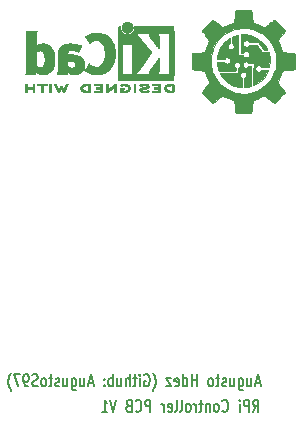
<source format=gbo>
G04 #@! TF.GenerationSoftware,KiCad,Pcbnew,(5.1.10)-1*
G04 #@! TF.CreationDate,2022-07-15T18:28:36+01:00*
G04 #@! TF.ProjectId,LED-RPi-PCB,4c45442d-5250-4692-9d50-43422e6b6963,rev?*
G04 #@! TF.SameCoordinates,Original*
G04 #@! TF.FileFunction,Legend,Bot*
G04 #@! TF.FilePolarity,Positive*
%FSLAX46Y46*%
G04 Gerber Fmt 4.6, Leading zero omitted, Abs format (unit mm)*
G04 Created by KiCad (PCBNEW (5.1.10)-1) date 2022-07-15 18:28:36*
%MOMM*%
%LPD*%
G01*
G04 APERTURE LIST*
%ADD10C,0.200000*%
%ADD11C,0.010000*%
%ADD12C,3.000000*%
%ADD13R,2.540000X2.540000*%
%ADD14C,2.540000*%
%ADD15C,1.600000*%
%ADD16R,4.000000X3.500000*%
%ADD17O,1.700000X1.700000*%
%ADD18R,1.700000X1.700000*%
%ADD19C,5.600000*%
%ADD20C,1.800000*%
%ADD21R,1.800000X1.800000*%
G04 APERTURE END LIST*
D10*
X123950666Y-122340666D02*
X123569714Y-122340666D01*
X124026857Y-122626380D02*
X123760190Y-121626380D01*
X123493523Y-122626380D01*
X122884000Y-121959714D02*
X122884000Y-122626380D01*
X123226857Y-121959714D02*
X123226857Y-122483523D01*
X123188761Y-122578761D01*
X123112571Y-122626380D01*
X122998285Y-122626380D01*
X122922095Y-122578761D01*
X122884000Y-122531142D01*
X122160190Y-121959714D02*
X122160190Y-122769238D01*
X122198285Y-122864476D01*
X122236380Y-122912095D01*
X122312571Y-122959714D01*
X122426857Y-122959714D01*
X122503047Y-122912095D01*
X122160190Y-122578761D02*
X122236380Y-122626380D01*
X122388761Y-122626380D01*
X122464952Y-122578761D01*
X122503047Y-122531142D01*
X122541142Y-122435904D01*
X122541142Y-122150190D01*
X122503047Y-122054952D01*
X122464952Y-122007333D01*
X122388761Y-121959714D01*
X122236380Y-121959714D01*
X122160190Y-122007333D01*
X121436380Y-121959714D02*
X121436380Y-122626380D01*
X121779238Y-121959714D02*
X121779238Y-122483523D01*
X121741142Y-122578761D01*
X121664952Y-122626380D01*
X121550666Y-122626380D01*
X121474476Y-122578761D01*
X121436380Y-122531142D01*
X121093523Y-122578761D02*
X121017333Y-122626380D01*
X120864952Y-122626380D01*
X120788761Y-122578761D01*
X120750666Y-122483523D01*
X120750666Y-122435904D01*
X120788761Y-122340666D01*
X120864952Y-122293047D01*
X120979238Y-122293047D01*
X121055428Y-122245428D01*
X121093523Y-122150190D01*
X121093523Y-122102571D01*
X121055428Y-122007333D01*
X120979238Y-121959714D01*
X120864952Y-121959714D01*
X120788761Y-122007333D01*
X120522095Y-121959714D02*
X120217333Y-121959714D01*
X120407809Y-121626380D02*
X120407809Y-122483523D01*
X120369714Y-122578761D01*
X120293523Y-122626380D01*
X120217333Y-122626380D01*
X119836380Y-122626380D02*
X119912571Y-122578761D01*
X119950666Y-122531142D01*
X119988761Y-122435904D01*
X119988761Y-122150190D01*
X119950666Y-122054952D01*
X119912571Y-122007333D01*
X119836380Y-121959714D01*
X119722095Y-121959714D01*
X119645904Y-122007333D01*
X119607809Y-122054952D01*
X119569714Y-122150190D01*
X119569714Y-122435904D01*
X119607809Y-122531142D01*
X119645904Y-122578761D01*
X119722095Y-122626380D01*
X119836380Y-122626380D01*
X118617333Y-122626380D02*
X118617333Y-121626380D01*
X118617333Y-122102571D02*
X118160190Y-122102571D01*
X118160190Y-122626380D02*
X118160190Y-121626380D01*
X117436380Y-122626380D02*
X117436380Y-121626380D01*
X117436380Y-122578761D02*
X117512571Y-122626380D01*
X117664952Y-122626380D01*
X117741142Y-122578761D01*
X117779238Y-122531142D01*
X117817333Y-122435904D01*
X117817333Y-122150190D01*
X117779238Y-122054952D01*
X117741142Y-122007333D01*
X117664952Y-121959714D01*
X117512571Y-121959714D01*
X117436380Y-122007333D01*
X116750666Y-122578761D02*
X116826857Y-122626380D01*
X116979238Y-122626380D01*
X117055428Y-122578761D01*
X117093523Y-122483523D01*
X117093523Y-122102571D01*
X117055428Y-122007333D01*
X116979238Y-121959714D01*
X116826857Y-121959714D01*
X116750666Y-122007333D01*
X116712571Y-122102571D01*
X116712571Y-122197809D01*
X117093523Y-122293047D01*
X116445904Y-121959714D02*
X116026857Y-121959714D01*
X116445904Y-122626380D01*
X116026857Y-122626380D01*
X114884000Y-123007333D02*
X114922095Y-122959714D01*
X114998285Y-122816857D01*
X115036380Y-122721619D01*
X115074476Y-122578761D01*
X115112571Y-122340666D01*
X115112571Y-122150190D01*
X115074476Y-121912095D01*
X115036380Y-121769238D01*
X114998285Y-121674000D01*
X114922095Y-121531142D01*
X114884000Y-121483523D01*
X114160190Y-121674000D02*
X114236380Y-121626380D01*
X114350666Y-121626380D01*
X114464952Y-121674000D01*
X114541142Y-121769238D01*
X114579238Y-121864476D01*
X114617333Y-122054952D01*
X114617333Y-122197809D01*
X114579238Y-122388285D01*
X114541142Y-122483523D01*
X114464952Y-122578761D01*
X114350666Y-122626380D01*
X114274476Y-122626380D01*
X114160190Y-122578761D01*
X114122095Y-122531142D01*
X114122095Y-122197809D01*
X114274476Y-122197809D01*
X113779238Y-122626380D02*
X113779238Y-121959714D01*
X113779238Y-121626380D02*
X113817333Y-121674000D01*
X113779238Y-121721619D01*
X113741142Y-121674000D01*
X113779238Y-121626380D01*
X113779238Y-121721619D01*
X113512571Y-121959714D02*
X113207809Y-121959714D01*
X113398285Y-121626380D02*
X113398285Y-122483523D01*
X113360190Y-122578761D01*
X113284000Y-122626380D01*
X113207809Y-122626380D01*
X112941142Y-122626380D02*
X112941142Y-121626380D01*
X112598285Y-122626380D02*
X112598285Y-122102571D01*
X112636380Y-122007333D01*
X112712571Y-121959714D01*
X112826857Y-121959714D01*
X112903047Y-122007333D01*
X112941142Y-122054952D01*
X111874476Y-121959714D02*
X111874476Y-122626380D01*
X112217333Y-121959714D02*
X112217333Y-122483523D01*
X112179238Y-122578761D01*
X112103047Y-122626380D01*
X111988761Y-122626380D01*
X111912571Y-122578761D01*
X111874476Y-122531142D01*
X111493523Y-122626380D02*
X111493523Y-121626380D01*
X111493523Y-122007333D02*
X111417333Y-121959714D01*
X111264952Y-121959714D01*
X111188761Y-122007333D01*
X111150666Y-122054952D01*
X111112571Y-122150190D01*
X111112571Y-122435904D01*
X111150666Y-122531142D01*
X111188761Y-122578761D01*
X111264952Y-122626380D01*
X111417333Y-122626380D01*
X111493523Y-122578761D01*
X110769714Y-122531142D02*
X110731619Y-122578761D01*
X110769714Y-122626380D01*
X110807809Y-122578761D01*
X110769714Y-122531142D01*
X110769714Y-122626380D01*
X110769714Y-122007333D02*
X110731619Y-122054952D01*
X110769714Y-122102571D01*
X110807809Y-122054952D01*
X110769714Y-122007333D01*
X110769714Y-122102571D01*
X109817333Y-122340666D02*
X109436380Y-122340666D01*
X109893523Y-122626380D02*
X109626857Y-121626380D01*
X109360190Y-122626380D01*
X108750666Y-121959714D02*
X108750666Y-122626380D01*
X109093523Y-121959714D02*
X109093523Y-122483523D01*
X109055428Y-122578761D01*
X108979238Y-122626380D01*
X108864952Y-122626380D01*
X108788761Y-122578761D01*
X108750666Y-122531142D01*
X108026857Y-121959714D02*
X108026857Y-122769238D01*
X108064952Y-122864476D01*
X108103047Y-122912095D01*
X108179238Y-122959714D01*
X108293523Y-122959714D01*
X108369714Y-122912095D01*
X108026857Y-122578761D02*
X108103047Y-122626380D01*
X108255428Y-122626380D01*
X108331619Y-122578761D01*
X108369714Y-122531142D01*
X108407809Y-122435904D01*
X108407809Y-122150190D01*
X108369714Y-122054952D01*
X108331619Y-122007333D01*
X108255428Y-121959714D01*
X108103047Y-121959714D01*
X108026857Y-122007333D01*
X107303047Y-121959714D02*
X107303047Y-122626380D01*
X107645904Y-121959714D02*
X107645904Y-122483523D01*
X107607809Y-122578761D01*
X107531619Y-122626380D01*
X107417333Y-122626380D01*
X107341142Y-122578761D01*
X107303047Y-122531142D01*
X106960190Y-122578761D02*
X106884000Y-122626380D01*
X106731619Y-122626380D01*
X106655428Y-122578761D01*
X106617333Y-122483523D01*
X106617333Y-122435904D01*
X106655428Y-122340666D01*
X106731619Y-122293047D01*
X106845904Y-122293047D01*
X106922095Y-122245428D01*
X106960190Y-122150190D01*
X106960190Y-122102571D01*
X106922095Y-122007333D01*
X106845904Y-121959714D01*
X106731619Y-121959714D01*
X106655428Y-122007333D01*
X106388761Y-121959714D02*
X106084000Y-121959714D01*
X106274476Y-121626380D02*
X106274476Y-122483523D01*
X106236380Y-122578761D01*
X106160190Y-122626380D01*
X106084000Y-122626380D01*
X105703047Y-122626380D02*
X105779238Y-122578761D01*
X105817333Y-122531142D01*
X105855428Y-122435904D01*
X105855428Y-122150190D01*
X105817333Y-122054952D01*
X105779238Y-122007333D01*
X105703047Y-121959714D01*
X105588761Y-121959714D01*
X105512571Y-122007333D01*
X105474476Y-122054952D01*
X105436380Y-122150190D01*
X105436380Y-122435904D01*
X105474476Y-122531142D01*
X105512571Y-122578761D01*
X105588761Y-122626380D01*
X105703047Y-122626380D01*
X105131619Y-122578761D02*
X105017333Y-122626380D01*
X104826857Y-122626380D01*
X104750666Y-122578761D01*
X104712571Y-122531142D01*
X104674476Y-122435904D01*
X104674476Y-122340666D01*
X104712571Y-122245428D01*
X104750666Y-122197809D01*
X104826857Y-122150190D01*
X104979238Y-122102571D01*
X105055428Y-122054952D01*
X105093523Y-122007333D01*
X105131619Y-121912095D01*
X105131619Y-121816857D01*
X105093523Y-121721619D01*
X105055428Y-121674000D01*
X104979238Y-121626380D01*
X104788761Y-121626380D01*
X104674476Y-121674000D01*
X104293523Y-122626380D02*
X104141142Y-122626380D01*
X104064952Y-122578761D01*
X104026857Y-122531142D01*
X103950666Y-122388285D01*
X103912571Y-122197809D01*
X103912571Y-121816857D01*
X103950666Y-121721619D01*
X103988761Y-121674000D01*
X104064952Y-121626380D01*
X104217333Y-121626380D01*
X104293523Y-121674000D01*
X104331619Y-121721619D01*
X104369714Y-121816857D01*
X104369714Y-122054952D01*
X104331619Y-122150190D01*
X104293523Y-122197809D01*
X104217333Y-122245428D01*
X104064952Y-122245428D01*
X103988761Y-122197809D01*
X103950666Y-122150190D01*
X103912571Y-122054952D01*
X103645904Y-121626380D02*
X103112571Y-121626380D01*
X103455428Y-122626380D01*
X102884000Y-123007333D02*
X102845904Y-122959714D01*
X102769714Y-122816857D01*
X102731619Y-122721619D01*
X102693523Y-122578761D01*
X102655428Y-122340666D01*
X102655428Y-122150190D01*
X102693523Y-121912095D01*
X102731619Y-121769238D01*
X102769714Y-121674000D01*
X102845904Y-121531142D01*
X102884000Y-121483523D01*
X123373380Y-124785380D02*
X123640047Y-124309190D01*
X123830523Y-124785380D02*
X123830523Y-123785380D01*
X123525761Y-123785380D01*
X123449571Y-123833000D01*
X123411476Y-123880619D01*
X123373380Y-123975857D01*
X123373380Y-124118714D01*
X123411476Y-124213952D01*
X123449571Y-124261571D01*
X123525761Y-124309190D01*
X123830523Y-124309190D01*
X123030523Y-124785380D02*
X123030523Y-123785380D01*
X122725761Y-123785380D01*
X122649571Y-123833000D01*
X122611476Y-123880619D01*
X122573380Y-123975857D01*
X122573380Y-124118714D01*
X122611476Y-124213952D01*
X122649571Y-124261571D01*
X122725761Y-124309190D01*
X123030523Y-124309190D01*
X122230523Y-124785380D02*
X122230523Y-124118714D01*
X122230523Y-123785380D02*
X122268619Y-123833000D01*
X122230523Y-123880619D01*
X122192428Y-123833000D01*
X122230523Y-123785380D01*
X122230523Y-123880619D01*
X120782904Y-124690142D02*
X120821000Y-124737761D01*
X120935285Y-124785380D01*
X121011476Y-124785380D01*
X121125761Y-124737761D01*
X121201952Y-124642523D01*
X121240047Y-124547285D01*
X121278142Y-124356809D01*
X121278142Y-124213952D01*
X121240047Y-124023476D01*
X121201952Y-123928238D01*
X121125761Y-123833000D01*
X121011476Y-123785380D01*
X120935285Y-123785380D01*
X120821000Y-123833000D01*
X120782904Y-123880619D01*
X120325761Y-124785380D02*
X120401952Y-124737761D01*
X120440047Y-124690142D01*
X120478142Y-124594904D01*
X120478142Y-124309190D01*
X120440047Y-124213952D01*
X120401952Y-124166333D01*
X120325761Y-124118714D01*
X120211476Y-124118714D01*
X120135285Y-124166333D01*
X120097190Y-124213952D01*
X120059095Y-124309190D01*
X120059095Y-124594904D01*
X120097190Y-124690142D01*
X120135285Y-124737761D01*
X120211476Y-124785380D01*
X120325761Y-124785380D01*
X119716238Y-124118714D02*
X119716238Y-124785380D01*
X119716238Y-124213952D02*
X119678142Y-124166333D01*
X119601952Y-124118714D01*
X119487666Y-124118714D01*
X119411476Y-124166333D01*
X119373380Y-124261571D01*
X119373380Y-124785380D01*
X119106714Y-124118714D02*
X118801952Y-124118714D01*
X118992428Y-123785380D02*
X118992428Y-124642523D01*
X118954333Y-124737761D01*
X118878142Y-124785380D01*
X118801952Y-124785380D01*
X118535285Y-124785380D02*
X118535285Y-124118714D01*
X118535285Y-124309190D02*
X118497190Y-124213952D01*
X118459095Y-124166333D01*
X118382904Y-124118714D01*
X118306714Y-124118714D01*
X117925761Y-124785380D02*
X118001952Y-124737761D01*
X118040047Y-124690142D01*
X118078142Y-124594904D01*
X118078142Y-124309190D01*
X118040047Y-124213952D01*
X118001952Y-124166333D01*
X117925761Y-124118714D01*
X117811476Y-124118714D01*
X117735285Y-124166333D01*
X117697190Y-124213952D01*
X117659095Y-124309190D01*
X117659095Y-124594904D01*
X117697190Y-124690142D01*
X117735285Y-124737761D01*
X117811476Y-124785380D01*
X117925761Y-124785380D01*
X117201952Y-124785380D02*
X117278142Y-124737761D01*
X117316238Y-124642523D01*
X117316238Y-123785380D01*
X116782904Y-124785380D02*
X116859095Y-124737761D01*
X116897190Y-124642523D01*
X116897190Y-123785380D01*
X116173380Y-124737761D02*
X116249571Y-124785380D01*
X116401952Y-124785380D01*
X116478142Y-124737761D01*
X116516238Y-124642523D01*
X116516238Y-124261571D01*
X116478142Y-124166333D01*
X116401952Y-124118714D01*
X116249571Y-124118714D01*
X116173380Y-124166333D01*
X116135285Y-124261571D01*
X116135285Y-124356809D01*
X116516238Y-124452047D01*
X115792428Y-124785380D02*
X115792428Y-124118714D01*
X115792428Y-124309190D02*
X115754333Y-124213952D01*
X115716238Y-124166333D01*
X115640047Y-124118714D01*
X115563857Y-124118714D01*
X114687666Y-124785380D02*
X114687666Y-123785380D01*
X114382904Y-123785380D01*
X114306714Y-123833000D01*
X114268619Y-123880619D01*
X114230523Y-123975857D01*
X114230523Y-124118714D01*
X114268619Y-124213952D01*
X114306714Y-124261571D01*
X114382904Y-124309190D01*
X114687666Y-124309190D01*
X113430523Y-124690142D02*
X113468619Y-124737761D01*
X113582904Y-124785380D01*
X113659095Y-124785380D01*
X113773380Y-124737761D01*
X113849571Y-124642523D01*
X113887666Y-124547285D01*
X113925761Y-124356809D01*
X113925761Y-124213952D01*
X113887666Y-124023476D01*
X113849571Y-123928238D01*
X113773380Y-123833000D01*
X113659095Y-123785380D01*
X113582904Y-123785380D01*
X113468619Y-123833000D01*
X113430523Y-123880619D01*
X112821000Y-124261571D02*
X112706714Y-124309190D01*
X112668619Y-124356809D01*
X112630523Y-124452047D01*
X112630523Y-124594904D01*
X112668619Y-124690142D01*
X112706714Y-124737761D01*
X112782904Y-124785380D01*
X113087666Y-124785380D01*
X113087666Y-123785380D01*
X112821000Y-123785380D01*
X112744809Y-123833000D01*
X112706714Y-123880619D01*
X112668619Y-123975857D01*
X112668619Y-124071095D01*
X112706714Y-124166333D01*
X112744809Y-124213952D01*
X112821000Y-124261571D01*
X113087666Y-124261571D01*
X111792428Y-123785380D02*
X111525761Y-124785380D01*
X111259095Y-123785380D01*
X110573380Y-124785380D02*
X111030523Y-124785380D01*
X110801952Y-124785380D02*
X110801952Y-123785380D01*
X110878142Y-123928238D01*
X110954333Y-124023476D01*
X111030523Y-124071095D01*
D11*
G04 #@! TO.C,REF\u002A\u002A*
G36*
X104134177Y-97016533D02*
G01*
X104102798Y-97038776D01*
X104075089Y-97066485D01*
X104075089Y-97375920D01*
X104075162Y-97467799D01*
X104075505Y-97539840D01*
X104076308Y-97594780D01*
X104077759Y-97635360D01*
X104080048Y-97664317D01*
X104083364Y-97684391D01*
X104087895Y-97698321D01*
X104093831Y-97708845D01*
X104098486Y-97715100D01*
X104129217Y-97739673D01*
X104164504Y-97742341D01*
X104196755Y-97727271D01*
X104207412Y-97718374D01*
X104214536Y-97706557D01*
X104218833Y-97687526D01*
X104221009Y-97656992D01*
X104221772Y-97610662D01*
X104221845Y-97574871D01*
X104221845Y-97440045D01*
X104718556Y-97440045D01*
X104718556Y-97562700D01*
X104719069Y-97618787D01*
X104721124Y-97657333D01*
X104725492Y-97683361D01*
X104732944Y-97701897D01*
X104741953Y-97715100D01*
X104772856Y-97739604D01*
X104807804Y-97742506D01*
X104841262Y-97725089D01*
X104850396Y-97715959D01*
X104856848Y-97703855D01*
X104861103Y-97685001D01*
X104863648Y-97655620D01*
X104864971Y-97611937D01*
X104865557Y-97550175D01*
X104865625Y-97536000D01*
X104866109Y-97419631D01*
X104866359Y-97323727D01*
X104866277Y-97246177D01*
X104865769Y-97184869D01*
X104864738Y-97137690D01*
X104863087Y-97102530D01*
X104860721Y-97077276D01*
X104857543Y-97059817D01*
X104853456Y-97048041D01*
X104848366Y-97039835D01*
X104842734Y-97033645D01*
X104810872Y-97013844D01*
X104777643Y-97016533D01*
X104746265Y-97038776D01*
X104733567Y-97053126D01*
X104725474Y-97068978D01*
X104720958Y-97091554D01*
X104718994Y-97126078D01*
X104718556Y-97177776D01*
X104718556Y-97293289D01*
X104221845Y-97293289D01*
X104221845Y-97174756D01*
X104221338Y-97120148D01*
X104219302Y-97083275D01*
X104214965Y-97059307D01*
X104207553Y-97043415D01*
X104199267Y-97033645D01*
X104167406Y-97013844D01*
X104134177Y-97016533D01*
G37*
X104134177Y-97016533D02*
X104102798Y-97038776D01*
X104075089Y-97066485D01*
X104075089Y-97375920D01*
X104075162Y-97467799D01*
X104075505Y-97539840D01*
X104076308Y-97594780D01*
X104077759Y-97635360D01*
X104080048Y-97664317D01*
X104083364Y-97684391D01*
X104087895Y-97698321D01*
X104093831Y-97708845D01*
X104098486Y-97715100D01*
X104129217Y-97739673D01*
X104164504Y-97742341D01*
X104196755Y-97727271D01*
X104207412Y-97718374D01*
X104214536Y-97706557D01*
X104218833Y-97687526D01*
X104221009Y-97656992D01*
X104221772Y-97610662D01*
X104221845Y-97574871D01*
X104221845Y-97440045D01*
X104718556Y-97440045D01*
X104718556Y-97562700D01*
X104719069Y-97618787D01*
X104721124Y-97657333D01*
X104725492Y-97683361D01*
X104732944Y-97701897D01*
X104741953Y-97715100D01*
X104772856Y-97739604D01*
X104807804Y-97742506D01*
X104841262Y-97725089D01*
X104850396Y-97715959D01*
X104856848Y-97703855D01*
X104861103Y-97685001D01*
X104863648Y-97655620D01*
X104864971Y-97611937D01*
X104865557Y-97550175D01*
X104865625Y-97536000D01*
X104866109Y-97419631D01*
X104866359Y-97323727D01*
X104866277Y-97246177D01*
X104865769Y-97184869D01*
X104864738Y-97137690D01*
X104863087Y-97102530D01*
X104860721Y-97077276D01*
X104857543Y-97059817D01*
X104853456Y-97048041D01*
X104848366Y-97039835D01*
X104842734Y-97033645D01*
X104810872Y-97013844D01*
X104777643Y-97016533D01*
X104746265Y-97038776D01*
X104733567Y-97053126D01*
X104725474Y-97068978D01*
X104720958Y-97091554D01*
X104718994Y-97126078D01*
X104718556Y-97177776D01*
X104718556Y-97293289D01*
X104221845Y-97293289D01*
X104221845Y-97174756D01*
X104221338Y-97120148D01*
X104219302Y-97083275D01*
X104214965Y-97059307D01*
X104207553Y-97043415D01*
X104199267Y-97033645D01*
X104167406Y-97013844D01*
X104134177Y-97016533D01*
G36*
X105399935Y-97011163D02*
G01*
X105321228Y-97011542D01*
X105260137Y-97012333D01*
X105214183Y-97013670D01*
X105180886Y-97015683D01*
X105157764Y-97018506D01*
X105142338Y-97022269D01*
X105132129Y-97027105D01*
X105127187Y-97030822D01*
X105101543Y-97063358D01*
X105098441Y-97097138D01*
X105114289Y-97127826D01*
X105124652Y-97140089D01*
X105135804Y-97148450D01*
X105151965Y-97153657D01*
X105177358Y-97156457D01*
X105216202Y-97157596D01*
X105272720Y-97157821D01*
X105283820Y-97157822D01*
X105429756Y-97157822D01*
X105429756Y-97428756D01*
X105429852Y-97514154D01*
X105430289Y-97579864D01*
X105431288Y-97628774D01*
X105433072Y-97663773D01*
X105435863Y-97687749D01*
X105439883Y-97703593D01*
X105445355Y-97714191D01*
X105452334Y-97722267D01*
X105485266Y-97742112D01*
X105519646Y-97740548D01*
X105550824Y-97717906D01*
X105553114Y-97715100D01*
X105560571Y-97704492D01*
X105566253Y-97692081D01*
X105570399Y-97674850D01*
X105573250Y-97649784D01*
X105575046Y-97613867D01*
X105576028Y-97564083D01*
X105576436Y-97497417D01*
X105576511Y-97421589D01*
X105576511Y-97157822D01*
X105715873Y-97157822D01*
X105775678Y-97157418D01*
X105817082Y-97155840D01*
X105844252Y-97152547D01*
X105861354Y-97146992D01*
X105872557Y-97138631D01*
X105873917Y-97137178D01*
X105890275Y-97103939D01*
X105888828Y-97066362D01*
X105870022Y-97033645D01*
X105862750Y-97027298D01*
X105853373Y-97022266D01*
X105839391Y-97018396D01*
X105818304Y-97015537D01*
X105787611Y-97013535D01*
X105744811Y-97012239D01*
X105687405Y-97011498D01*
X105612890Y-97011158D01*
X105518767Y-97011068D01*
X105498740Y-97011067D01*
X105399935Y-97011163D01*
G37*
X105399935Y-97011163D02*
X105321228Y-97011542D01*
X105260137Y-97012333D01*
X105214183Y-97013670D01*
X105180886Y-97015683D01*
X105157764Y-97018506D01*
X105142338Y-97022269D01*
X105132129Y-97027105D01*
X105127187Y-97030822D01*
X105101543Y-97063358D01*
X105098441Y-97097138D01*
X105114289Y-97127826D01*
X105124652Y-97140089D01*
X105135804Y-97148450D01*
X105151965Y-97153657D01*
X105177358Y-97156457D01*
X105216202Y-97157596D01*
X105272720Y-97157821D01*
X105283820Y-97157822D01*
X105429756Y-97157822D01*
X105429756Y-97428756D01*
X105429852Y-97514154D01*
X105430289Y-97579864D01*
X105431288Y-97628774D01*
X105433072Y-97663773D01*
X105435863Y-97687749D01*
X105439883Y-97703593D01*
X105445355Y-97714191D01*
X105452334Y-97722267D01*
X105485266Y-97742112D01*
X105519646Y-97740548D01*
X105550824Y-97717906D01*
X105553114Y-97715100D01*
X105560571Y-97704492D01*
X105566253Y-97692081D01*
X105570399Y-97674850D01*
X105573250Y-97649784D01*
X105575046Y-97613867D01*
X105576028Y-97564083D01*
X105576436Y-97497417D01*
X105576511Y-97421589D01*
X105576511Y-97157822D01*
X105715873Y-97157822D01*
X105775678Y-97157418D01*
X105817082Y-97155840D01*
X105844252Y-97152547D01*
X105861354Y-97146992D01*
X105872557Y-97138631D01*
X105873917Y-97137178D01*
X105890275Y-97103939D01*
X105888828Y-97066362D01*
X105870022Y-97033645D01*
X105862750Y-97027298D01*
X105853373Y-97022266D01*
X105839391Y-97018396D01*
X105818304Y-97015537D01*
X105787611Y-97013535D01*
X105744811Y-97012239D01*
X105687405Y-97011498D01*
X105612890Y-97011158D01*
X105518767Y-97011068D01*
X105498740Y-97011067D01*
X105399935Y-97011163D01*
G36*
X106174386Y-97017877D02*
G01*
X106150673Y-97032647D01*
X106124022Y-97054227D01*
X106124022Y-97375773D01*
X106124107Y-97469830D01*
X106124471Y-97543932D01*
X106125276Y-97600704D01*
X106126687Y-97642768D01*
X106128867Y-97672748D01*
X106131979Y-97693267D01*
X106136186Y-97706949D01*
X106141652Y-97716416D01*
X106145528Y-97721082D01*
X106176966Y-97741575D01*
X106212767Y-97740739D01*
X106244127Y-97723264D01*
X106270778Y-97701684D01*
X106270778Y-97054227D01*
X106244127Y-97032647D01*
X106218406Y-97016949D01*
X106197400Y-97011067D01*
X106174386Y-97017877D01*
G37*
X106174386Y-97017877D02*
X106150673Y-97032647D01*
X106124022Y-97054227D01*
X106124022Y-97375773D01*
X106124107Y-97469830D01*
X106124471Y-97543932D01*
X106125276Y-97600704D01*
X106126687Y-97642768D01*
X106128867Y-97672748D01*
X106131979Y-97693267D01*
X106136186Y-97706949D01*
X106141652Y-97716416D01*
X106145528Y-97721082D01*
X106176966Y-97741575D01*
X106212767Y-97740739D01*
X106244127Y-97723264D01*
X106270778Y-97701684D01*
X106270778Y-97054227D01*
X106244127Y-97032647D01*
X106218406Y-97016949D01*
X106197400Y-97011067D01*
X106174386Y-97017877D01*
G36*
X106618335Y-97013034D02*
G01*
X106598745Y-97020035D01*
X106597990Y-97020377D01*
X106571387Y-97040678D01*
X106556730Y-97061561D01*
X106553862Y-97071352D01*
X106554004Y-97084361D01*
X106558039Y-97102895D01*
X106566854Y-97129257D01*
X106581331Y-97165752D01*
X106602355Y-97214687D01*
X106630812Y-97278365D01*
X106667585Y-97359093D01*
X106687825Y-97403216D01*
X106724375Y-97481985D01*
X106758685Y-97554423D01*
X106789448Y-97617880D01*
X106815352Y-97669708D01*
X106835090Y-97707259D01*
X106847350Y-97727884D01*
X106849776Y-97730733D01*
X106880817Y-97743302D01*
X106915879Y-97741619D01*
X106944000Y-97726332D01*
X106945146Y-97725089D01*
X106956332Y-97708154D01*
X106975096Y-97675170D01*
X106999125Y-97630380D01*
X107026103Y-97578032D01*
X107035799Y-97558742D01*
X107108986Y-97412150D01*
X107188760Y-97571393D01*
X107217233Y-97626415D01*
X107243650Y-97674132D01*
X107265852Y-97710893D01*
X107281681Y-97733044D01*
X107287046Y-97737741D01*
X107328743Y-97744102D01*
X107363151Y-97730733D01*
X107373272Y-97716446D01*
X107390786Y-97684692D01*
X107414265Y-97638597D01*
X107442280Y-97581285D01*
X107473401Y-97515880D01*
X107506201Y-97445507D01*
X107539250Y-97373291D01*
X107571119Y-97302355D01*
X107600381Y-97235825D01*
X107625605Y-97176826D01*
X107645364Y-97128481D01*
X107658228Y-97093915D01*
X107662769Y-97076253D01*
X107662723Y-97075613D01*
X107651674Y-97053388D01*
X107629590Y-97030753D01*
X107628290Y-97029768D01*
X107601147Y-97014425D01*
X107576042Y-97014574D01*
X107566632Y-97017466D01*
X107555166Y-97023718D01*
X107542990Y-97036014D01*
X107528643Y-97056908D01*
X107510664Y-97088949D01*
X107487593Y-97134688D01*
X107457970Y-97196677D01*
X107431255Y-97253898D01*
X107400520Y-97320226D01*
X107372979Y-97379874D01*
X107350062Y-97429725D01*
X107333202Y-97466664D01*
X107323827Y-97487573D01*
X107322460Y-97490845D01*
X107316311Y-97485497D01*
X107302178Y-97463109D01*
X107281943Y-97426946D01*
X107257485Y-97380277D01*
X107247752Y-97361022D01*
X107214783Y-97296004D01*
X107189357Y-97248654D01*
X107169388Y-97216219D01*
X107152790Y-97195946D01*
X107137476Y-97185082D01*
X107121360Y-97180875D01*
X107110857Y-97180400D01*
X107092330Y-97182042D01*
X107076096Y-97188831D01*
X107059965Y-97203566D01*
X107041749Y-97229044D01*
X107019261Y-97268061D01*
X106990311Y-97323414D01*
X106974338Y-97354903D01*
X106948430Y-97405087D01*
X106925833Y-97446704D01*
X106908542Y-97476242D01*
X106898550Y-97490189D01*
X106897191Y-97490770D01*
X106890739Y-97479793D01*
X106876292Y-97451290D01*
X106855297Y-97408244D01*
X106829203Y-97353638D01*
X106799454Y-97290454D01*
X106784820Y-97259071D01*
X106746750Y-97178078D01*
X106716095Y-97115756D01*
X106691263Y-97070071D01*
X106670663Y-97038989D01*
X106652702Y-97020478D01*
X106635790Y-97012504D01*
X106618335Y-97013034D01*
G37*
X106618335Y-97013034D02*
X106598745Y-97020035D01*
X106597990Y-97020377D01*
X106571387Y-97040678D01*
X106556730Y-97061561D01*
X106553862Y-97071352D01*
X106554004Y-97084361D01*
X106558039Y-97102895D01*
X106566854Y-97129257D01*
X106581331Y-97165752D01*
X106602355Y-97214687D01*
X106630812Y-97278365D01*
X106667585Y-97359093D01*
X106687825Y-97403216D01*
X106724375Y-97481985D01*
X106758685Y-97554423D01*
X106789448Y-97617880D01*
X106815352Y-97669708D01*
X106835090Y-97707259D01*
X106847350Y-97727884D01*
X106849776Y-97730733D01*
X106880817Y-97743302D01*
X106915879Y-97741619D01*
X106944000Y-97726332D01*
X106945146Y-97725089D01*
X106956332Y-97708154D01*
X106975096Y-97675170D01*
X106999125Y-97630380D01*
X107026103Y-97578032D01*
X107035799Y-97558742D01*
X107108986Y-97412150D01*
X107188760Y-97571393D01*
X107217233Y-97626415D01*
X107243650Y-97674132D01*
X107265852Y-97710893D01*
X107281681Y-97733044D01*
X107287046Y-97737741D01*
X107328743Y-97744102D01*
X107363151Y-97730733D01*
X107373272Y-97716446D01*
X107390786Y-97684692D01*
X107414265Y-97638597D01*
X107442280Y-97581285D01*
X107473401Y-97515880D01*
X107506201Y-97445507D01*
X107539250Y-97373291D01*
X107571119Y-97302355D01*
X107600381Y-97235825D01*
X107625605Y-97176826D01*
X107645364Y-97128481D01*
X107658228Y-97093915D01*
X107662769Y-97076253D01*
X107662723Y-97075613D01*
X107651674Y-97053388D01*
X107629590Y-97030753D01*
X107628290Y-97029768D01*
X107601147Y-97014425D01*
X107576042Y-97014574D01*
X107566632Y-97017466D01*
X107555166Y-97023718D01*
X107542990Y-97036014D01*
X107528643Y-97056908D01*
X107510664Y-97088949D01*
X107487593Y-97134688D01*
X107457970Y-97196677D01*
X107431255Y-97253898D01*
X107400520Y-97320226D01*
X107372979Y-97379874D01*
X107350062Y-97429725D01*
X107333202Y-97466664D01*
X107323827Y-97487573D01*
X107322460Y-97490845D01*
X107316311Y-97485497D01*
X107302178Y-97463109D01*
X107281943Y-97426946D01*
X107257485Y-97380277D01*
X107247752Y-97361022D01*
X107214783Y-97296004D01*
X107189357Y-97248654D01*
X107169388Y-97216219D01*
X107152790Y-97195946D01*
X107137476Y-97185082D01*
X107121360Y-97180875D01*
X107110857Y-97180400D01*
X107092330Y-97182042D01*
X107076096Y-97188831D01*
X107059965Y-97203566D01*
X107041749Y-97229044D01*
X107019261Y-97268061D01*
X106990311Y-97323414D01*
X106974338Y-97354903D01*
X106948430Y-97405087D01*
X106925833Y-97446704D01*
X106908542Y-97476242D01*
X106898550Y-97490189D01*
X106897191Y-97490770D01*
X106890739Y-97479793D01*
X106876292Y-97451290D01*
X106855297Y-97408244D01*
X106829203Y-97353638D01*
X106799454Y-97290454D01*
X106784820Y-97259071D01*
X106746750Y-97178078D01*
X106716095Y-97115756D01*
X106691263Y-97070071D01*
X106670663Y-97038989D01*
X106652702Y-97020478D01*
X106635790Y-97012504D01*
X106618335Y-97013034D01*
G36*
X109344691Y-97011275D02*
G01*
X109215712Y-97015636D01*
X109106009Y-97028861D01*
X109013774Y-97051741D01*
X108937198Y-97085070D01*
X108874473Y-97129638D01*
X108823788Y-97186236D01*
X108783337Y-97255658D01*
X108782541Y-97257351D01*
X108758399Y-97319483D01*
X108749797Y-97374509D01*
X108756769Y-97429887D01*
X108779346Y-97493073D01*
X108783628Y-97502689D01*
X108812828Y-97558966D01*
X108845644Y-97602451D01*
X108887998Y-97639417D01*
X108945810Y-97676135D01*
X108949169Y-97678052D01*
X108999496Y-97702227D01*
X109056379Y-97720282D01*
X109123473Y-97732839D01*
X109204435Y-97740522D01*
X109302918Y-97743953D01*
X109337714Y-97744251D01*
X109503406Y-97744845D01*
X109526803Y-97715100D01*
X109533743Y-97705319D01*
X109539158Y-97693897D01*
X109543235Y-97678095D01*
X109546163Y-97655175D01*
X109548133Y-97622396D01*
X109548775Y-97598089D01*
X109392156Y-97598089D01*
X109298274Y-97598089D01*
X109243336Y-97596483D01*
X109186940Y-97592255D01*
X109140655Y-97586292D01*
X109137861Y-97585790D01*
X109055652Y-97563736D01*
X108991886Y-97530600D01*
X108944548Y-97484847D01*
X108911618Y-97424939D01*
X108905892Y-97409061D01*
X108900279Y-97384333D01*
X108902709Y-97359902D01*
X108914533Y-97327400D01*
X108921660Y-97311434D01*
X108945000Y-97269006D01*
X108973120Y-97239240D01*
X109004060Y-97218511D01*
X109066034Y-97191537D01*
X109145349Y-97171998D01*
X109237747Y-97160746D01*
X109304667Y-97158270D01*
X109392156Y-97157822D01*
X109392156Y-97598089D01*
X109548775Y-97598089D01*
X109549332Y-97577021D01*
X109549950Y-97516311D01*
X109550175Y-97437526D01*
X109550200Y-97375920D01*
X109550200Y-97066485D01*
X109522491Y-97038776D01*
X109510194Y-97027544D01*
X109496897Y-97019853D01*
X109478328Y-97015040D01*
X109450214Y-97012446D01*
X109408283Y-97011410D01*
X109348263Y-97011270D01*
X109344691Y-97011275D01*
G37*
X109344691Y-97011275D02*
X109215712Y-97015636D01*
X109106009Y-97028861D01*
X109013774Y-97051741D01*
X108937198Y-97085070D01*
X108874473Y-97129638D01*
X108823788Y-97186236D01*
X108783337Y-97255658D01*
X108782541Y-97257351D01*
X108758399Y-97319483D01*
X108749797Y-97374509D01*
X108756769Y-97429887D01*
X108779346Y-97493073D01*
X108783628Y-97502689D01*
X108812828Y-97558966D01*
X108845644Y-97602451D01*
X108887998Y-97639417D01*
X108945810Y-97676135D01*
X108949169Y-97678052D01*
X108999496Y-97702227D01*
X109056379Y-97720282D01*
X109123473Y-97732839D01*
X109204435Y-97740522D01*
X109302918Y-97743953D01*
X109337714Y-97744251D01*
X109503406Y-97744845D01*
X109526803Y-97715100D01*
X109533743Y-97705319D01*
X109539158Y-97693897D01*
X109543235Y-97678095D01*
X109546163Y-97655175D01*
X109548133Y-97622396D01*
X109548775Y-97598089D01*
X109392156Y-97598089D01*
X109298274Y-97598089D01*
X109243336Y-97596483D01*
X109186940Y-97592255D01*
X109140655Y-97586292D01*
X109137861Y-97585790D01*
X109055652Y-97563736D01*
X108991886Y-97530600D01*
X108944548Y-97484847D01*
X108911618Y-97424939D01*
X108905892Y-97409061D01*
X108900279Y-97384333D01*
X108902709Y-97359902D01*
X108914533Y-97327400D01*
X108921660Y-97311434D01*
X108945000Y-97269006D01*
X108973120Y-97239240D01*
X109004060Y-97218511D01*
X109066034Y-97191537D01*
X109145349Y-97171998D01*
X109237747Y-97160746D01*
X109304667Y-97158270D01*
X109392156Y-97157822D01*
X109392156Y-97598089D01*
X109548775Y-97598089D01*
X109549332Y-97577021D01*
X109549950Y-97516311D01*
X109550175Y-97437526D01*
X109550200Y-97375920D01*
X109550200Y-97066485D01*
X109522491Y-97038776D01*
X109510194Y-97027544D01*
X109496897Y-97019853D01*
X109478328Y-97015040D01*
X109450214Y-97012446D01*
X109408283Y-97011410D01*
X109348263Y-97011270D01*
X109344691Y-97011275D01*
G36*
X110132657Y-97011260D02*
G01*
X110056299Y-97012174D01*
X109997783Y-97014311D01*
X109954745Y-97018175D01*
X109924817Y-97024267D01*
X109905632Y-97033090D01*
X109894824Y-97045146D01*
X109890027Y-97060939D01*
X109888873Y-97080970D01*
X109888867Y-97083335D01*
X109889869Y-97105992D01*
X109894604Y-97123503D01*
X109905667Y-97136574D01*
X109925652Y-97145913D01*
X109957154Y-97152227D01*
X110002768Y-97156222D01*
X110065087Y-97158606D01*
X110146707Y-97160086D01*
X110171723Y-97160414D01*
X110413800Y-97163467D01*
X110417186Y-97228378D01*
X110420571Y-97293289D01*
X110252424Y-97293289D01*
X110186734Y-97293531D01*
X110139828Y-97294556D01*
X110107917Y-97296811D01*
X110087209Y-97300742D01*
X110073916Y-97306798D01*
X110064245Y-97315424D01*
X110064183Y-97315493D01*
X110046644Y-97349112D01*
X110047278Y-97385448D01*
X110065686Y-97416423D01*
X110069329Y-97419607D01*
X110082259Y-97427812D01*
X110099976Y-97433521D01*
X110126430Y-97437162D01*
X110165568Y-97439167D01*
X110221338Y-97439964D01*
X110257006Y-97440045D01*
X110419445Y-97440045D01*
X110419445Y-97598089D01*
X110172839Y-97598089D01*
X110091420Y-97598231D01*
X110029590Y-97598814D01*
X109984363Y-97600068D01*
X109952752Y-97602227D01*
X109931769Y-97605523D01*
X109918427Y-97610189D01*
X109909739Y-97616457D01*
X109907550Y-97618733D01*
X109891386Y-97650280D01*
X109890203Y-97686168D01*
X109903464Y-97717285D01*
X109913957Y-97727271D01*
X109924871Y-97732769D01*
X109941783Y-97737022D01*
X109967367Y-97740180D01*
X110004299Y-97742392D01*
X110055254Y-97743806D01*
X110122906Y-97744572D01*
X110209931Y-97744838D01*
X110229606Y-97744845D01*
X110318089Y-97744787D01*
X110386773Y-97744467D01*
X110438436Y-97743667D01*
X110475855Y-97742167D01*
X110501810Y-97739749D01*
X110519078Y-97736194D01*
X110530438Y-97731282D01*
X110538668Y-97724795D01*
X110543183Y-97720138D01*
X110549979Y-97711889D01*
X110555288Y-97701669D01*
X110559294Y-97686800D01*
X110562179Y-97664602D01*
X110564126Y-97632393D01*
X110565319Y-97587496D01*
X110565939Y-97527228D01*
X110566171Y-97448911D01*
X110566200Y-97382994D01*
X110566129Y-97290628D01*
X110565792Y-97218117D01*
X110565002Y-97162737D01*
X110563574Y-97121765D01*
X110561321Y-97092478D01*
X110558057Y-97072153D01*
X110553596Y-97058066D01*
X110547752Y-97047495D01*
X110542803Y-97040811D01*
X110519406Y-97011067D01*
X110229226Y-97011067D01*
X110132657Y-97011260D01*
G37*
X110132657Y-97011260D02*
X110056299Y-97012174D01*
X109997783Y-97014311D01*
X109954745Y-97018175D01*
X109924817Y-97024267D01*
X109905632Y-97033090D01*
X109894824Y-97045146D01*
X109890027Y-97060939D01*
X109888873Y-97080970D01*
X109888867Y-97083335D01*
X109889869Y-97105992D01*
X109894604Y-97123503D01*
X109905667Y-97136574D01*
X109925652Y-97145913D01*
X109957154Y-97152227D01*
X110002768Y-97156222D01*
X110065087Y-97158606D01*
X110146707Y-97160086D01*
X110171723Y-97160414D01*
X110413800Y-97163467D01*
X110417186Y-97228378D01*
X110420571Y-97293289D01*
X110252424Y-97293289D01*
X110186734Y-97293531D01*
X110139828Y-97294556D01*
X110107917Y-97296811D01*
X110087209Y-97300742D01*
X110073916Y-97306798D01*
X110064245Y-97315424D01*
X110064183Y-97315493D01*
X110046644Y-97349112D01*
X110047278Y-97385448D01*
X110065686Y-97416423D01*
X110069329Y-97419607D01*
X110082259Y-97427812D01*
X110099976Y-97433521D01*
X110126430Y-97437162D01*
X110165568Y-97439167D01*
X110221338Y-97439964D01*
X110257006Y-97440045D01*
X110419445Y-97440045D01*
X110419445Y-97598089D01*
X110172839Y-97598089D01*
X110091420Y-97598231D01*
X110029590Y-97598814D01*
X109984363Y-97600068D01*
X109952752Y-97602227D01*
X109931769Y-97605523D01*
X109918427Y-97610189D01*
X109909739Y-97616457D01*
X109907550Y-97618733D01*
X109891386Y-97650280D01*
X109890203Y-97686168D01*
X109903464Y-97717285D01*
X109913957Y-97727271D01*
X109924871Y-97732769D01*
X109941783Y-97737022D01*
X109967367Y-97740180D01*
X110004299Y-97742392D01*
X110055254Y-97743806D01*
X110122906Y-97744572D01*
X110209931Y-97744838D01*
X110229606Y-97744845D01*
X110318089Y-97744787D01*
X110386773Y-97744467D01*
X110438436Y-97743667D01*
X110475855Y-97742167D01*
X110501810Y-97739749D01*
X110519078Y-97736194D01*
X110530438Y-97731282D01*
X110538668Y-97724795D01*
X110543183Y-97720138D01*
X110549979Y-97711889D01*
X110555288Y-97701669D01*
X110559294Y-97686800D01*
X110562179Y-97664602D01*
X110564126Y-97632393D01*
X110565319Y-97587496D01*
X110565939Y-97527228D01*
X110566171Y-97448911D01*
X110566200Y-97382994D01*
X110566129Y-97290628D01*
X110565792Y-97218117D01*
X110565002Y-97162737D01*
X110563574Y-97121765D01*
X110561321Y-97092478D01*
X110558057Y-97072153D01*
X110553596Y-97058066D01*
X110547752Y-97047495D01*
X110542803Y-97040811D01*
X110519406Y-97011067D01*
X110229226Y-97011067D01*
X110132657Y-97011260D01*
G36*
X111663114Y-97015448D02*
G01*
X111639548Y-97029273D01*
X111608735Y-97051881D01*
X111569078Y-97084338D01*
X111518980Y-97127708D01*
X111456843Y-97183058D01*
X111381072Y-97251451D01*
X111294334Y-97330084D01*
X111113711Y-97493878D01*
X111108067Y-97274029D01*
X111106029Y-97198351D01*
X111104063Y-97141994D01*
X111101734Y-97101706D01*
X111098606Y-97074235D01*
X111094245Y-97056329D01*
X111088216Y-97044737D01*
X111080084Y-97036208D01*
X111075772Y-97032623D01*
X111041241Y-97013670D01*
X111008383Y-97016441D01*
X110982318Y-97032633D01*
X110955667Y-97054199D01*
X110952352Y-97369151D01*
X110951435Y-97461779D01*
X110950968Y-97534544D01*
X110951113Y-97590161D01*
X110952032Y-97631342D01*
X110953887Y-97660803D01*
X110956839Y-97681255D01*
X110961050Y-97695413D01*
X110966682Y-97705991D01*
X110972927Y-97714474D01*
X110986439Y-97730207D01*
X110999883Y-97740636D01*
X111015124Y-97744639D01*
X111034026Y-97741094D01*
X111058455Y-97728879D01*
X111090273Y-97706871D01*
X111131348Y-97673949D01*
X111183542Y-97628991D01*
X111248722Y-97570875D01*
X111322556Y-97504099D01*
X111587845Y-97263458D01*
X111593489Y-97482589D01*
X111595531Y-97558128D01*
X111597502Y-97614354D01*
X111599839Y-97654524D01*
X111602981Y-97681896D01*
X111607364Y-97699728D01*
X111613424Y-97711279D01*
X111621600Y-97719807D01*
X111625784Y-97723282D01*
X111662765Y-97742372D01*
X111697708Y-97739493D01*
X111728136Y-97715100D01*
X111735097Y-97705286D01*
X111740523Y-97693826D01*
X111744603Y-97677968D01*
X111747529Y-97654963D01*
X111749492Y-97622062D01*
X111750683Y-97576516D01*
X111751292Y-97515573D01*
X111751511Y-97436486D01*
X111751534Y-97377956D01*
X111751460Y-97286407D01*
X111751113Y-97214687D01*
X111750301Y-97160045D01*
X111748833Y-97119732D01*
X111746519Y-97090998D01*
X111743167Y-97071093D01*
X111738588Y-97057268D01*
X111732589Y-97046772D01*
X111728136Y-97040811D01*
X111716850Y-97026691D01*
X111706301Y-97016029D01*
X111694893Y-97009892D01*
X111681030Y-97009343D01*
X111663114Y-97015448D01*
G37*
X111663114Y-97015448D02*
X111639548Y-97029273D01*
X111608735Y-97051881D01*
X111569078Y-97084338D01*
X111518980Y-97127708D01*
X111456843Y-97183058D01*
X111381072Y-97251451D01*
X111294334Y-97330084D01*
X111113711Y-97493878D01*
X111108067Y-97274029D01*
X111106029Y-97198351D01*
X111104063Y-97141994D01*
X111101734Y-97101706D01*
X111098606Y-97074235D01*
X111094245Y-97056329D01*
X111088216Y-97044737D01*
X111080084Y-97036208D01*
X111075772Y-97032623D01*
X111041241Y-97013670D01*
X111008383Y-97016441D01*
X110982318Y-97032633D01*
X110955667Y-97054199D01*
X110952352Y-97369151D01*
X110951435Y-97461779D01*
X110950968Y-97534544D01*
X110951113Y-97590161D01*
X110952032Y-97631342D01*
X110953887Y-97660803D01*
X110956839Y-97681255D01*
X110961050Y-97695413D01*
X110966682Y-97705991D01*
X110972927Y-97714474D01*
X110986439Y-97730207D01*
X110999883Y-97740636D01*
X111015124Y-97744639D01*
X111034026Y-97741094D01*
X111058455Y-97728879D01*
X111090273Y-97706871D01*
X111131348Y-97673949D01*
X111183542Y-97628991D01*
X111248722Y-97570875D01*
X111322556Y-97504099D01*
X111587845Y-97263458D01*
X111593489Y-97482589D01*
X111595531Y-97558128D01*
X111597502Y-97614354D01*
X111599839Y-97654524D01*
X111602981Y-97681896D01*
X111607364Y-97699728D01*
X111613424Y-97711279D01*
X111621600Y-97719807D01*
X111625784Y-97723282D01*
X111662765Y-97742372D01*
X111697708Y-97739493D01*
X111728136Y-97715100D01*
X111735097Y-97705286D01*
X111740523Y-97693826D01*
X111744603Y-97677968D01*
X111747529Y-97654963D01*
X111749492Y-97622062D01*
X111750683Y-97576516D01*
X111751292Y-97515573D01*
X111751511Y-97436486D01*
X111751534Y-97377956D01*
X111751460Y-97286407D01*
X111751113Y-97214687D01*
X111750301Y-97160045D01*
X111748833Y-97119732D01*
X111746519Y-97090998D01*
X111743167Y-97071093D01*
X111738588Y-97057268D01*
X111732589Y-97046772D01*
X111728136Y-97040811D01*
X111716850Y-97026691D01*
X111706301Y-97016029D01*
X111694893Y-97009892D01*
X111681030Y-97009343D01*
X111663114Y-97015448D01*
G36*
X112313081Y-97016599D02*
G01*
X112244565Y-97028095D01*
X112191943Y-97045967D01*
X112157708Y-97069499D01*
X112148379Y-97082924D01*
X112138893Y-97114148D01*
X112145277Y-97142395D01*
X112165430Y-97169182D01*
X112196745Y-97181713D01*
X112242183Y-97180696D01*
X112277326Y-97173906D01*
X112355419Y-97160971D01*
X112435226Y-97159742D01*
X112524555Y-97170241D01*
X112549229Y-97174690D01*
X112632291Y-97198108D01*
X112697273Y-97232945D01*
X112743461Y-97278604D01*
X112770145Y-97334494D01*
X112775663Y-97363388D01*
X112772051Y-97422012D01*
X112748729Y-97473879D01*
X112707824Y-97517978D01*
X112651459Y-97553299D01*
X112581760Y-97578829D01*
X112500852Y-97593559D01*
X112410860Y-97596478D01*
X112313910Y-97586575D01*
X112308436Y-97585641D01*
X112269875Y-97578459D01*
X112248494Y-97571521D01*
X112239227Y-97561227D01*
X112237006Y-97543976D01*
X112236956Y-97534841D01*
X112236956Y-97496489D01*
X112305431Y-97496489D01*
X112365900Y-97492347D01*
X112407165Y-97479147D01*
X112431175Y-97455730D01*
X112439877Y-97420936D01*
X112439983Y-97416394D01*
X112434892Y-97386654D01*
X112417433Y-97365419D01*
X112384939Y-97351366D01*
X112334743Y-97343173D01*
X112286123Y-97340161D01*
X112215456Y-97338433D01*
X112164198Y-97341070D01*
X112129239Y-97350800D01*
X112107470Y-97370353D01*
X112095780Y-97402456D01*
X112091060Y-97449838D01*
X112090200Y-97512071D01*
X112091609Y-97581535D01*
X112095848Y-97628786D01*
X112102936Y-97654012D01*
X112104311Y-97655988D01*
X112143228Y-97687508D01*
X112200286Y-97712470D01*
X112271869Y-97730340D01*
X112354358Y-97740586D01*
X112444139Y-97742673D01*
X112537592Y-97736068D01*
X112592556Y-97727956D01*
X112678766Y-97703554D01*
X112758892Y-97663662D01*
X112825977Y-97611887D01*
X112836173Y-97601539D01*
X112869302Y-97558035D01*
X112899194Y-97504118D01*
X112922357Y-97447592D01*
X112935298Y-97396259D01*
X112936858Y-97376544D01*
X112930218Y-97335419D01*
X112912568Y-97284252D01*
X112887297Y-97230394D01*
X112857789Y-97181195D01*
X112831719Y-97148334D01*
X112770765Y-97099452D01*
X112691969Y-97060545D01*
X112598157Y-97032494D01*
X112492150Y-97016179D01*
X112395000Y-97012192D01*
X112313081Y-97016599D01*
G37*
X112313081Y-97016599D02*
X112244565Y-97028095D01*
X112191943Y-97045967D01*
X112157708Y-97069499D01*
X112148379Y-97082924D01*
X112138893Y-97114148D01*
X112145277Y-97142395D01*
X112165430Y-97169182D01*
X112196745Y-97181713D01*
X112242183Y-97180696D01*
X112277326Y-97173906D01*
X112355419Y-97160971D01*
X112435226Y-97159742D01*
X112524555Y-97170241D01*
X112549229Y-97174690D01*
X112632291Y-97198108D01*
X112697273Y-97232945D01*
X112743461Y-97278604D01*
X112770145Y-97334494D01*
X112775663Y-97363388D01*
X112772051Y-97422012D01*
X112748729Y-97473879D01*
X112707824Y-97517978D01*
X112651459Y-97553299D01*
X112581760Y-97578829D01*
X112500852Y-97593559D01*
X112410860Y-97596478D01*
X112313910Y-97586575D01*
X112308436Y-97585641D01*
X112269875Y-97578459D01*
X112248494Y-97571521D01*
X112239227Y-97561227D01*
X112237006Y-97543976D01*
X112236956Y-97534841D01*
X112236956Y-97496489D01*
X112305431Y-97496489D01*
X112365900Y-97492347D01*
X112407165Y-97479147D01*
X112431175Y-97455730D01*
X112439877Y-97420936D01*
X112439983Y-97416394D01*
X112434892Y-97386654D01*
X112417433Y-97365419D01*
X112384939Y-97351366D01*
X112334743Y-97343173D01*
X112286123Y-97340161D01*
X112215456Y-97338433D01*
X112164198Y-97341070D01*
X112129239Y-97350800D01*
X112107470Y-97370353D01*
X112095780Y-97402456D01*
X112091060Y-97449838D01*
X112090200Y-97512071D01*
X112091609Y-97581535D01*
X112095848Y-97628786D01*
X112102936Y-97654012D01*
X112104311Y-97655988D01*
X112143228Y-97687508D01*
X112200286Y-97712470D01*
X112271869Y-97730340D01*
X112354358Y-97740586D01*
X112444139Y-97742673D01*
X112537592Y-97736068D01*
X112592556Y-97727956D01*
X112678766Y-97703554D01*
X112758892Y-97663662D01*
X112825977Y-97611887D01*
X112836173Y-97601539D01*
X112869302Y-97558035D01*
X112899194Y-97504118D01*
X112922357Y-97447592D01*
X112935298Y-97396259D01*
X112936858Y-97376544D01*
X112930218Y-97335419D01*
X112912568Y-97284252D01*
X112887297Y-97230394D01*
X112857789Y-97181195D01*
X112831719Y-97148334D01*
X112770765Y-97099452D01*
X112691969Y-97060545D01*
X112598157Y-97032494D01*
X112492150Y-97016179D01*
X112395000Y-97012192D01*
X112313081Y-97016599D01*
G36*
X113286822Y-97033645D02*
G01*
X113280242Y-97041218D01*
X113275079Y-97050987D01*
X113271164Y-97065571D01*
X113268324Y-97087585D01*
X113266387Y-97119648D01*
X113265183Y-97164375D01*
X113264539Y-97224385D01*
X113264284Y-97302294D01*
X113264245Y-97377956D01*
X113264314Y-97471802D01*
X113264638Y-97545689D01*
X113265386Y-97602232D01*
X113266732Y-97644049D01*
X113268846Y-97673757D01*
X113271900Y-97693973D01*
X113276066Y-97707314D01*
X113281516Y-97716398D01*
X113286822Y-97722267D01*
X113319826Y-97741947D01*
X113354991Y-97740181D01*
X113386455Y-97718717D01*
X113393684Y-97710337D01*
X113399334Y-97700614D01*
X113403599Y-97686861D01*
X113406673Y-97666389D01*
X113408752Y-97636512D01*
X113410030Y-97594541D01*
X113410701Y-97537789D01*
X113410959Y-97463567D01*
X113411000Y-97379537D01*
X113411000Y-97066485D01*
X113383291Y-97038776D01*
X113349137Y-97015463D01*
X113316006Y-97014623D01*
X113286822Y-97033645D01*
G37*
X113286822Y-97033645D02*
X113280242Y-97041218D01*
X113275079Y-97050987D01*
X113271164Y-97065571D01*
X113268324Y-97087585D01*
X113266387Y-97119648D01*
X113265183Y-97164375D01*
X113264539Y-97224385D01*
X113264284Y-97302294D01*
X113264245Y-97377956D01*
X113264314Y-97471802D01*
X113264638Y-97545689D01*
X113265386Y-97602232D01*
X113266732Y-97644049D01*
X113268846Y-97673757D01*
X113271900Y-97693973D01*
X113276066Y-97707314D01*
X113281516Y-97716398D01*
X113286822Y-97722267D01*
X113319826Y-97741947D01*
X113354991Y-97740181D01*
X113386455Y-97718717D01*
X113393684Y-97710337D01*
X113399334Y-97700614D01*
X113403599Y-97686861D01*
X113406673Y-97666389D01*
X113408752Y-97636512D01*
X113410030Y-97594541D01*
X113410701Y-97537789D01*
X113410959Y-97463567D01*
X113411000Y-97379537D01*
X113411000Y-97066485D01*
X113383291Y-97038776D01*
X113349137Y-97015463D01*
X113316006Y-97014623D01*
X113286822Y-97033645D01*
G36*
X114054703Y-97012351D02*
G01*
X113979888Y-97017581D01*
X113910306Y-97025750D01*
X113850002Y-97036550D01*
X113803020Y-97049673D01*
X113773406Y-97064813D01*
X113768860Y-97069269D01*
X113753054Y-97103850D01*
X113757847Y-97139351D01*
X113782364Y-97169725D01*
X113783534Y-97170596D01*
X113797954Y-97179954D01*
X113813008Y-97184876D01*
X113834005Y-97185473D01*
X113866257Y-97181861D01*
X113915073Y-97174154D01*
X113919000Y-97173505D01*
X113991739Y-97164569D01*
X114070217Y-97160161D01*
X114148927Y-97160119D01*
X114222361Y-97164279D01*
X114285011Y-97172479D01*
X114331370Y-97184557D01*
X114334416Y-97185771D01*
X114368048Y-97204615D01*
X114379864Y-97223685D01*
X114370614Y-97242439D01*
X114341047Y-97260337D01*
X114291911Y-97276837D01*
X114223957Y-97291396D01*
X114178645Y-97298406D01*
X114084456Y-97311889D01*
X114009544Y-97324214D01*
X113950717Y-97336449D01*
X113904785Y-97349661D01*
X113868555Y-97364917D01*
X113838838Y-97383285D01*
X113812442Y-97405831D01*
X113791230Y-97427971D01*
X113766065Y-97458819D01*
X113753681Y-97485345D01*
X113749808Y-97518026D01*
X113749667Y-97529995D01*
X113752576Y-97569712D01*
X113764202Y-97599259D01*
X113784323Y-97625486D01*
X113825216Y-97665576D01*
X113870817Y-97696149D01*
X113924513Y-97718203D01*
X113989692Y-97732735D01*
X114069744Y-97740741D01*
X114168057Y-97743218D01*
X114184289Y-97743177D01*
X114249849Y-97741818D01*
X114314866Y-97738730D01*
X114372252Y-97734356D01*
X114414922Y-97729140D01*
X114418372Y-97728541D01*
X114460796Y-97718491D01*
X114496780Y-97705796D01*
X114517150Y-97694190D01*
X114536107Y-97663572D01*
X114537427Y-97627918D01*
X114521085Y-97596144D01*
X114517429Y-97592551D01*
X114502315Y-97581876D01*
X114483415Y-97577276D01*
X114454162Y-97578059D01*
X114418651Y-97582127D01*
X114378970Y-97585762D01*
X114323345Y-97588828D01*
X114258406Y-97591053D01*
X114190785Y-97592164D01*
X114173000Y-97592237D01*
X114105128Y-97591964D01*
X114055454Y-97590646D01*
X114019610Y-97587827D01*
X113993224Y-97583050D01*
X113971926Y-97575857D01*
X113959126Y-97569867D01*
X113931000Y-97553233D01*
X113913068Y-97538168D01*
X113910447Y-97533897D01*
X113915976Y-97516263D01*
X113942260Y-97499192D01*
X113987478Y-97483458D01*
X114049808Y-97469838D01*
X114068171Y-97466804D01*
X114164090Y-97451738D01*
X114240641Y-97439146D01*
X114300780Y-97428111D01*
X114347460Y-97417720D01*
X114383637Y-97407056D01*
X114412265Y-97395205D01*
X114436298Y-97381251D01*
X114458692Y-97364281D01*
X114482402Y-97343378D01*
X114490380Y-97336049D01*
X114518353Y-97308699D01*
X114533160Y-97287029D01*
X114538952Y-97262232D01*
X114539889Y-97230983D01*
X114529575Y-97169705D01*
X114498752Y-97117640D01*
X114447595Y-97074958D01*
X114376283Y-97041825D01*
X114325400Y-97026964D01*
X114270100Y-97017366D01*
X114203853Y-97011936D01*
X114130706Y-97010367D01*
X114054703Y-97012351D01*
G37*
X114054703Y-97012351D02*
X113979888Y-97017581D01*
X113910306Y-97025750D01*
X113850002Y-97036550D01*
X113803020Y-97049673D01*
X113773406Y-97064813D01*
X113768860Y-97069269D01*
X113753054Y-97103850D01*
X113757847Y-97139351D01*
X113782364Y-97169725D01*
X113783534Y-97170596D01*
X113797954Y-97179954D01*
X113813008Y-97184876D01*
X113834005Y-97185473D01*
X113866257Y-97181861D01*
X113915073Y-97174154D01*
X113919000Y-97173505D01*
X113991739Y-97164569D01*
X114070217Y-97160161D01*
X114148927Y-97160119D01*
X114222361Y-97164279D01*
X114285011Y-97172479D01*
X114331370Y-97184557D01*
X114334416Y-97185771D01*
X114368048Y-97204615D01*
X114379864Y-97223685D01*
X114370614Y-97242439D01*
X114341047Y-97260337D01*
X114291911Y-97276837D01*
X114223957Y-97291396D01*
X114178645Y-97298406D01*
X114084456Y-97311889D01*
X114009544Y-97324214D01*
X113950717Y-97336449D01*
X113904785Y-97349661D01*
X113868555Y-97364917D01*
X113838838Y-97383285D01*
X113812442Y-97405831D01*
X113791230Y-97427971D01*
X113766065Y-97458819D01*
X113753681Y-97485345D01*
X113749808Y-97518026D01*
X113749667Y-97529995D01*
X113752576Y-97569712D01*
X113764202Y-97599259D01*
X113784323Y-97625486D01*
X113825216Y-97665576D01*
X113870817Y-97696149D01*
X113924513Y-97718203D01*
X113989692Y-97732735D01*
X114069744Y-97740741D01*
X114168057Y-97743218D01*
X114184289Y-97743177D01*
X114249849Y-97741818D01*
X114314866Y-97738730D01*
X114372252Y-97734356D01*
X114414922Y-97729140D01*
X114418372Y-97728541D01*
X114460796Y-97718491D01*
X114496780Y-97705796D01*
X114517150Y-97694190D01*
X114536107Y-97663572D01*
X114537427Y-97627918D01*
X114521085Y-97596144D01*
X114517429Y-97592551D01*
X114502315Y-97581876D01*
X114483415Y-97577276D01*
X114454162Y-97578059D01*
X114418651Y-97582127D01*
X114378970Y-97585762D01*
X114323345Y-97588828D01*
X114258406Y-97591053D01*
X114190785Y-97592164D01*
X114173000Y-97592237D01*
X114105128Y-97591964D01*
X114055454Y-97590646D01*
X114019610Y-97587827D01*
X113993224Y-97583050D01*
X113971926Y-97575857D01*
X113959126Y-97569867D01*
X113931000Y-97553233D01*
X113913068Y-97538168D01*
X113910447Y-97533897D01*
X113915976Y-97516263D01*
X113942260Y-97499192D01*
X113987478Y-97483458D01*
X114049808Y-97469838D01*
X114068171Y-97466804D01*
X114164090Y-97451738D01*
X114240641Y-97439146D01*
X114300780Y-97428111D01*
X114347460Y-97417720D01*
X114383637Y-97407056D01*
X114412265Y-97395205D01*
X114436298Y-97381251D01*
X114458692Y-97364281D01*
X114482402Y-97343378D01*
X114490380Y-97336049D01*
X114518353Y-97308699D01*
X114533160Y-97287029D01*
X114538952Y-97262232D01*
X114539889Y-97230983D01*
X114529575Y-97169705D01*
X114498752Y-97117640D01*
X114447595Y-97074958D01*
X114376283Y-97041825D01*
X114325400Y-97026964D01*
X114270100Y-97017366D01*
X114203853Y-97011936D01*
X114130706Y-97010367D01*
X114054703Y-97012351D01*
G36*
X115075794Y-97011146D02*
G01*
X115006386Y-97011518D01*
X114953997Y-97012385D01*
X114915847Y-97013946D01*
X114889159Y-97016403D01*
X114871153Y-97019957D01*
X114859049Y-97024810D01*
X114850069Y-97031161D01*
X114846818Y-97034084D01*
X114827043Y-97065142D01*
X114823482Y-97100828D01*
X114836491Y-97132510D01*
X114842506Y-97138913D01*
X114852235Y-97145121D01*
X114867901Y-97149910D01*
X114892408Y-97153514D01*
X114928661Y-97156164D01*
X114979565Y-97158095D01*
X115048026Y-97159539D01*
X115110617Y-97160418D01*
X115358334Y-97163467D01*
X115361719Y-97228378D01*
X115365105Y-97293289D01*
X115196958Y-97293289D01*
X115123959Y-97293919D01*
X115070517Y-97296553D01*
X115033628Y-97302309D01*
X115010288Y-97312304D01*
X114997494Y-97327656D01*
X114992242Y-97349482D01*
X114991445Y-97369738D01*
X114993923Y-97394592D01*
X115003277Y-97412906D01*
X115022383Y-97425637D01*
X115054118Y-97433741D01*
X115101359Y-97438176D01*
X115166983Y-97439899D01*
X115202801Y-97440045D01*
X115363978Y-97440045D01*
X115363978Y-97598089D01*
X115115622Y-97598089D01*
X115034213Y-97598202D01*
X114972342Y-97598712D01*
X114926968Y-97599870D01*
X114895054Y-97601930D01*
X114873559Y-97605146D01*
X114859443Y-97609772D01*
X114849668Y-97616059D01*
X114844689Y-97620667D01*
X114827610Y-97647560D01*
X114822111Y-97671467D01*
X114829963Y-97700667D01*
X114844689Y-97722267D01*
X114852546Y-97729066D01*
X114862688Y-97734346D01*
X114877844Y-97738298D01*
X114900741Y-97741113D01*
X114934109Y-97742982D01*
X114980675Y-97744098D01*
X115043167Y-97744651D01*
X115124314Y-97744833D01*
X115166422Y-97744845D01*
X115256598Y-97744765D01*
X115326924Y-97744398D01*
X115380129Y-97743552D01*
X115418940Y-97742036D01*
X115446087Y-97739659D01*
X115464298Y-97736229D01*
X115476300Y-97731554D01*
X115484822Y-97725444D01*
X115488156Y-97722267D01*
X115494755Y-97714670D01*
X115499927Y-97704870D01*
X115503846Y-97690239D01*
X115506684Y-97668152D01*
X115508615Y-97635982D01*
X115509812Y-97591103D01*
X115510448Y-97530889D01*
X115510697Y-97452713D01*
X115510734Y-97379923D01*
X115510700Y-97286707D01*
X115510465Y-97213431D01*
X115509830Y-97157458D01*
X115508594Y-97116151D01*
X115506556Y-97086872D01*
X115503517Y-97066984D01*
X115499277Y-97053850D01*
X115493635Y-97044832D01*
X115486391Y-97037293D01*
X115484606Y-97035612D01*
X115475945Y-97028172D01*
X115465882Y-97022409D01*
X115451625Y-97018112D01*
X115430383Y-97015064D01*
X115399364Y-97013051D01*
X115355777Y-97011860D01*
X115296831Y-97011275D01*
X115219734Y-97011083D01*
X115165001Y-97011067D01*
X115075794Y-97011146D01*
G37*
X115075794Y-97011146D02*
X115006386Y-97011518D01*
X114953997Y-97012385D01*
X114915847Y-97013946D01*
X114889159Y-97016403D01*
X114871153Y-97019957D01*
X114859049Y-97024810D01*
X114850069Y-97031161D01*
X114846818Y-97034084D01*
X114827043Y-97065142D01*
X114823482Y-97100828D01*
X114836491Y-97132510D01*
X114842506Y-97138913D01*
X114852235Y-97145121D01*
X114867901Y-97149910D01*
X114892408Y-97153514D01*
X114928661Y-97156164D01*
X114979565Y-97158095D01*
X115048026Y-97159539D01*
X115110617Y-97160418D01*
X115358334Y-97163467D01*
X115361719Y-97228378D01*
X115365105Y-97293289D01*
X115196958Y-97293289D01*
X115123959Y-97293919D01*
X115070517Y-97296553D01*
X115033628Y-97302309D01*
X115010288Y-97312304D01*
X114997494Y-97327656D01*
X114992242Y-97349482D01*
X114991445Y-97369738D01*
X114993923Y-97394592D01*
X115003277Y-97412906D01*
X115022383Y-97425637D01*
X115054118Y-97433741D01*
X115101359Y-97438176D01*
X115166983Y-97439899D01*
X115202801Y-97440045D01*
X115363978Y-97440045D01*
X115363978Y-97598089D01*
X115115622Y-97598089D01*
X115034213Y-97598202D01*
X114972342Y-97598712D01*
X114926968Y-97599870D01*
X114895054Y-97601930D01*
X114873559Y-97605146D01*
X114859443Y-97609772D01*
X114849668Y-97616059D01*
X114844689Y-97620667D01*
X114827610Y-97647560D01*
X114822111Y-97671467D01*
X114829963Y-97700667D01*
X114844689Y-97722267D01*
X114852546Y-97729066D01*
X114862688Y-97734346D01*
X114877844Y-97738298D01*
X114900741Y-97741113D01*
X114934109Y-97742982D01*
X114980675Y-97744098D01*
X115043167Y-97744651D01*
X115124314Y-97744833D01*
X115166422Y-97744845D01*
X115256598Y-97744765D01*
X115326924Y-97744398D01*
X115380129Y-97743552D01*
X115418940Y-97742036D01*
X115446087Y-97739659D01*
X115464298Y-97736229D01*
X115476300Y-97731554D01*
X115484822Y-97725444D01*
X115488156Y-97722267D01*
X115494755Y-97714670D01*
X115499927Y-97704870D01*
X115503846Y-97690239D01*
X115506684Y-97668152D01*
X115508615Y-97635982D01*
X115509812Y-97591103D01*
X115510448Y-97530889D01*
X115510697Y-97452713D01*
X115510734Y-97379923D01*
X115510700Y-97286707D01*
X115510465Y-97213431D01*
X115509830Y-97157458D01*
X115508594Y-97116151D01*
X115506556Y-97086872D01*
X115503517Y-97066984D01*
X115499277Y-97053850D01*
X115493635Y-97044832D01*
X115486391Y-97037293D01*
X115484606Y-97035612D01*
X115475945Y-97028172D01*
X115465882Y-97022409D01*
X115451625Y-97018112D01*
X115430383Y-97015064D01*
X115399364Y-97013051D01*
X115355777Y-97011860D01*
X115296831Y-97011275D01*
X115219734Y-97011083D01*
X115165001Y-97011067D01*
X115075794Y-97011146D01*
G36*
X116484371Y-97011066D02*
G01*
X116444889Y-97011467D01*
X116329200Y-97014259D01*
X116232311Y-97022550D01*
X116150919Y-97037232D01*
X116081723Y-97059193D01*
X116021420Y-97089322D01*
X115966708Y-97128510D01*
X115947167Y-97145532D01*
X115914750Y-97185363D01*
X115885520Y-97239413D01*
X115862991Y-97299323D01*
X115850679Y-97356739D01*
X115849400Y-97377956D01*
X115857417Y-97436769D01*
X115878899Y-97501013D01*
X115909999Y-97561821D01*
X115946866Y-97610330D01*
X115952854Y-97616182D01*
X116003579Y-97657321D01*
X116059125Y-97689435D01*
X116122696Y-97713365D01*
X116197494Y-97729953D01*
X116286722Y-97740041D01*
X116393582Y-97744469D01*
X116442528Y-97744845D01*
X116504762Y-97744545D01*
X116548528Y-97743292D01*
X116577931Y-97740554D01*
X116597079Y-97735801D01*
X116610077Y-97728501D01*
X116617045Y-97722267D01*
X116623626Y-97714694D01*
X116628788Y-97704924D01*
X116632703Y-97690340D01*
X116635543Y-97668326D01*
X116637480Y-97636264D01*
X116638684Y-97591536D01*
X116639328Y-97531526D01*
X116639583Y-97453617D01*
X116639622Y-97377956D01*
X116639870Y-97277041D01*
X116639817Y-97196427D01*
X116638857Y-97157822D01*
X116492867Y-97157822D01*
X116492867Y-97598089D01*
X116399734Y-97598004D01*
X116343693Y-97596396D01*
X116284999Y-97592256D01*
X116236028Y-97586464D01*
X116234538Y-97586226D01*
X116155392Y-97567090D01*
X116094002Y-97537287D01*
X116047305Y-97494878D01*
X116017635Y-97448961D01*
X115999353Y-97398026D01*
X116000771Y-97350200D01*
X116021988Y-97298933D01*
X116063489Y-97245899D01*
X116120998Y-97206600D01*
X116195750Y-97180331D01*
X116245708Y-97171035D01*
X116302416Y-97164507D01*
X116362519Y-97159782D01*
X116413639Y-97157817D01*
X116416667Y-97157808D01*
X116492867Y-97157822D01*
X116638857Y-97157822D01*
X116638260Y-97133851D01*
X116633998Y-97087055D01*
X116625830Y-97053778D01*
X116612556Y-97031759D01*
X116592974Y-97018739D01*
X116565883Y-97012457D01*
X116530082Y-97010653D01*
X116484371Y-97011066D01*
G37*
X116484371Y-97011066D02*
X116444889Y-97011467D01*
X116329200Y-97014259D01*
X116232311Y-97022550D01*
X116150919Y-97037232D01*
X116081723Y-97059193D01*
X116021420Y-97089322D01*
X115966708Y-97128510D01*
X115947167Y-97145532D01*
X115914750Y-97185363D01*
X115885520Y-97239413D01*
X115862991Y-97299323D01*
X115850679Y-97356739D01*
X115849400Y-97377956D01*
X115857417Y-97436769D01*
X115878899Y-97501013D01*
X115909999Y-97561821D01*
X115946866Y-97610330D01*
X115952854Y-97616182D01*
X116003579Y-97657321D01*
X116059125Y-97689435D01*
X116122696Y-97713365D01*
X116197494Y-97729953D01*
X116286722Y-97740041D01*
X116393582Y-97744469D01*
X116442528Y-97744845D01*
X116504762Y-97744545D01*
X116548528Y-97743292D01*
X116577931Y-97740554D01*
X116597079Y-97735801D01*
X116610077Y-97728501D01*
X116617045Y-97722267D01*
X116623626Y-97714694D01*
X116628788Y-97704924D01*
X116632703Y-97690340D01*
X116635543Y-97668326D01*
X116637480Y-97636264D01*
X116638684Y-97591536D01*
X116639328Y-97531526D01*
X116639583Y-97453617D01*
X116639622Y-97377956D01*
X116639870Y-97277041D01*
X116639817Y-97196427D01*
X116638857Y-97157822D01*
X116492867Y-97157822D01*
X116492867Y-97598089D01*
X116399734Y-97598004D01*
X116343693Y-97596396D01*
X116284999Y-97592256D01*
X116236028Y-97586464D01*
X116234538Y-97586226D01*
X116155392Y-97567090D01*
X116094002Y-97537287D01*
X116047305Y-97494878D01*
X116017635Y-97448961D01*
X115999353Y-97398026D01*
X116000771Y-97350200D01*
X116021988Y-97298933D01*
X116063489Y-97245899D01*
X116120998Y-97206600D01*
X116195750Y-97180331D01*
X116245708Y-97171035D01*
X116302416Y-97164507D01*
X116362519Y-97159782D01*
X116413639Y-97157817D01*
X116416667Y-97157808D01*
X116492867Y-97157822D01*
X116638857Y-97157822D01*
X116638260Y-97133851D01*
X116633998Y-97087055D01*
X116625830Y-97053778D01*
X116612556Y-97031759D01*
X116592974Y-97018739D01*
X116565883Y-97012457D01*
X116530082Y-97010653D01*
X116484371Y-97011066D01*
G36*
X112636043Y-91768571D02*
G01*
X112539768Y-91792809D01*
X112453184Y-91835641D01*
X112378373Y-91895419D01*
X112317418Y-91970494D01*
X112272399Y-92059220D01*
X112246136Y-92155530D01*
X112240286Y-92252795D01*
X112255140Y-92346654D01*
X112288840Y-92434511D01*
X112339528Y-92513770D01*
X112405345Y-92581836D01*
X112484434Y-92636112D01*
X112574934Y-92674002D01*
X112626200Y-92686426D01*
X112670698Y-92693947D01*
X112704999Y-92696919D01*
X112737960Y-92695094D01*
X112778434Y-92688225D01*
X112811531Y-92681250D01*
X112904947Y-92649741D01*
X112988619Y-92598617D01*
X113060665Y-92529429D01*
X113119200Y-92443728D01*
X113133148Y-92416489D01*
X113149586Y-92380122D01*
X113159894Y-92349582D01*
X113165460Y-92317450D01*
X113167669Y-92276307D01*
X113167948Y-92230222D01*
X113163861Y-92145865D01*
X113150446Y-92076586D01*
X113125256Y-92015961D01*
X113085846Y-91957567D01*
X113047298Y-91913302D01*
X112975406Y-91847484D01*
X112900313Y-91802053D01*
X112817562Y-91774850D01*
X112739928Y-91764576D01*
X112636043Y-91768571D01*
G37*
X112636043Y-91768571D02*
X112539768Y-91792809D01*
X112453184Y-91835641D01*
X112378373Y-91895419D01*
X112317418Y-91970494D01*
X112272399Y-92059220D01*
X112246136Y-92155530D01*
X112240286Y-92252795D01*
X112255140Y-92346654D01*
X112288840Y-92434511D01*
X112339528Y-92513770D01*
X112405345Y-92581836D01*
X112484434Y-92636112D01*
X112574934Y-92674002D01*
X112626200Y-92686426D01*
X112670698Y-92693947D01*
X112704999Y-92696919D01*
X112737960Y-92695094D01*
X112778434Y-92688225D01*
X112811531Y-92681250D01*
X112904947Y-92649741D01*
X112988619Y-92598617D01*
X113060665Y-92529429D01*
X113119200Y-92443728D01*
X113133148Y-92416489D01*
X113149586Y-92380122D01*
X113159894Y-92349582D01*
X113165460Y-92317450D01*
X113167669Y-92276307D01*
X113167948Y-92230222D01*
X113163861Y-92145865D01*
X113150446Y-92076586D01*
X113125256Y-92015961D01*
X113085846Y-91957567D01*
X113047298Y-91913302D01*
X112975406Y-91847484D01*
X112900313Y-91802053D01*
X112817562Y-91774850D01*
X112739928Y-91764576D01*
X112636043Y-91768571D01*
G36*
X104176493Y-94214245D02*
G01*
X104176474Y-94448662D01*
X104176448Y-94661603D01*
X104176375Y-94854168D01*
X104176218Y-95027459D01*
X104175936Y-95182576D01*
X104175491Y-95320620D01*
X104174844Y-95442692D01*
X104173955Y-95549894D01*
X104172787Y-95643326D01*
X104171299Y-95724090D01*
X104169454Y-95793286D01*
X104167211Y-95852015D01*
X104164531Y-95901379D01*
X104161377Y-95942478D01*
X104157708Y-95976413D01*
X104153487Y-96004286D01*
X104148673Y-96027198D01*
X104143227Y-96046249D01*
X104137112Y-96062540D01*
X104130288Y-96077173D01*
X104122715Y-96091249D01*
X104114355Y-96105868D01*
X104109161Y-96114974D01*
X104074896Y-96175689D01*
X104933045Y-96175689D01*
X104933045Y-96079733D01*
X104933776Y-96036370D01*
X104935728Y-96003205D01*
X104938537Y-95985424D01*
X104939779Y-95983778D01*
X104951201Y-95990662D01*
X104973916Y-96008505D01*
X104996615Y-96027879D01*
X105051200Y-96068614D01*
X105120679Y-96109617D01*
X105197730Y-96147123D01*
X105275035Y-96177364D01*
X105305887Y-96187012D01*
X105374384Y-96201578D01*
X105457236Y-96211539D01*
X105546629Y-96216583D01*
X105634752Y-96216396D01*
X105713793Y-96210666D01*
X105751489Y-96204858D01*
X105889586Y-96166797D01*
X106016887Y-96109073D01*
X106132708Y-96032211D01*
X106236363Y-95936739D01*
X106327167Y-95823179D01*
X106393969Y-95712381D01*
X106448836Y-95595625D01*
X106490837Y-95476276D01*
X106520833Y-95350283D01*
X106539689Y-95213594D01*
X106548268Y-95062158D01*
X106548994Y-94984711D01*
X106546900Y-94927934D01*
X105717783Y-94927934D01*
X105717576Y-95021002D01*
X105714663Y-95108692D01*
X105709000Y-95185772D01*
X105700545Y-95247009D01*
X105697962Y-95259350D01*
X105666160Y-95366633D01*
X105624502Y-95453658D01*
X105572637Y-95520642D01*
X105510219Y-95567805D01*
X105436900Y-95595365D01*
X105352331Y-95603541D01*
X105256165Y-95592551D01*
X105192689Y-95576829D01*
X105143546Y-95558639D01*
X105089417Y-95532791D01*
X105048756Y-95509089D01*
X104978200Y-95462721D01*
X104978200Y-94312530D01*
X105045608Y-94268962D01*
X105124133Y-94228040D01*
X105208319Y-94201389D01*
X105293443Y-94189465D01*
X105374784Y-94192722D01*
X105447620Y-94211615D01*
X105479574Y-94227184D01*
X105537499Y-94270181D01*
X105586456Y-94326953D01*
X105627610Y-94399575D01*
X105662126Y-94490121D01*
X105691167Y-94600666D01*
X105692448Y-94606533D01*
X105702619Y-94668788D01*
X105710261Y-94746594D01*
X105715330Y-94834720D01*
X105717783Y-94927934D01*
X106546900Y-94927934D01*
X106541143Y-94771895D01*
X106519198Y-94576059D01*
X106483214Y-94397332D01*
X106433241Y-94235845D01*
X106369332Y-94091726D01*
X106291538Y-93965106D01*
X106199911Y-93856115D01*
X106094503Y-93764883D01*
X106049338Y-93733932D01*
X105948389Y-93677785D01*
X105845099Y-93638174D01*
X105735011Y-93614014D01*
X105613670Y-93604219D01*
X105521164Y-93605265D01*
X105391510Y-93616231D01*
X105278916Y-93638046D01*
X105180125Y-93671714D01*
X105091879Y-93718236D01*
X105043014Y-93752448D01*
X105013647Y-93774362D01*
X104991957Y-93789333D01*
X104983747Y-93793733D01*
X104982132Y-93782904D01*
X104980841Y-93752251D01*
X104979862Y-93704526D01*
X104979183Y-93642479D01*
X104978790Y-93568862D01*
X104978670Y-93486427D01*
X104978812Y-93397925D01*
X104979203Y-93306107D01*
X104979829Y-93213724D01*
X104980680Y-93123528D01*
X104981740Y-93038271D01*
X104982999Y-92960703D01*
X104984444Y-92893576D01*
X104986062Y-92839641D01*
X104987839Y-92801650D01*
X104988331Y-92794667D01*
X104995908Y-92724251D01*
X105007469Y-92669102D01*
X105025208Y-92621981D01*
X105051318Y-92575647D01*
X105057585Y-92566067D01*
X105082017Y-92529378D01*
X104176689Y-92529378D01*
X104176493Y-94214245D01*
G37*
X104176493Y-94214245D02*
X104176474Y-94448662D01*
X104176448Y-94661603D01*
X104176375Y-94854168D01*
X104176218Y-95027459D01*
X104175936Y-95182576D01*
X104175491Y-95320620D01*
X104174844Y-95442692D01*
X104173955Y-95549894D01*
X104172787Y-95643326D01*
X104171299Y-95724090D01*
X104169454Y-95793286D01*
X104167211Y-95852015D01*
X104164531Y-95901379D01*
X104161377Y-95942478D01*
X104157708Y-95976413D01*
X104153487Y-96004286D01*
X104148673Y-96027198D01*
X104143227Y-96046249D01*
X104137112Y-96062540D01*
X104130288Y-96077173D01*
X104122715Y-96091249D01*
X104114355Y-96105868D01*
X104109161Y-96114974D01*
X104074896Y-96175689D01*
X104933045Y-96175689D01*
X104933045Y-96079733D01*
X104933776Y-96036370D01*
X104935728Y-96003205D01*
X104938537Y-95985424D01*
X104939779Y-95983778D01*
X104951201Y-95990662D01*
X104973916Y-96008505D01*
X104996615Y-96027879D01*
X105051200Y-96068614D01*
X105120679Y-96109617D01*
X105197730Y-96147123D01*
X105275035Y-96177364D01*
X105305887Y-96187012D01*
X105374384Y-96201578D01*
X105457236Y-96211539D01*
X105546629Y-96216583D01*
X105634752Y-96216396D01*
X105713793Y-96210666D01*
X105751489Y-96204858D01*
X105889586Y-96166797D01*
X106016887Y-96109073D01*
X106132708Y-96032211D01*
X106236363Y-95936739D01*
X106327167Y-95823179D01*
X106393969Y-95712381D01*
X106448836Y-95595625D01*
X106490837Y-95476276D01*
X106520833Y-95350283D01*
X106539689Y-95213594D01*
X106548268Y-95062158D01*
X106548994Y-94984711D01*
X106546900Y-94927934D01*
X105717783Y-94927934D01*
X105717576Y-95021002D01*
X105714663Y-95108692D01*
X105709000Y-95185772D01*
X105700545Y-95247009D01*
X105697962Y-95259350D01*
X105666160Y-95366633D01*
X105624502Y-95453658D01*
X105572637Y-95520642D01*
X105510219Y-95567805D01*
X105436900Y-95595365D01*
X105352331Y-95603541D01*
X105256165Y-95592551D01*
X105192689Y-95576829D01*
X105143546Y-95558639D01*
X105089417Y-95532791D01*
X105048756Y-95509089D01*
X104978200Y-95462721D01*
X104978200Y-94312530D01*
X105045608Y-94268962D01*
X105124133Y-94228040D01*
X105208319Y-94201389D01*
X105293443Y-94189465D01*
X105374784Y-94192722D01*
X105447620Y-94211615D01*
X105479574Y-94227184D01*
X105537499Y-94270181D01*
X105586456Y-94326953D01*
X105627610Y-94399575D01*
X105662126Y-94490121D01*
X105691167Y-94600666D01*
X105692448Y-94606533D01*
X105702619Y-94668788D01*
X105710261Y-94746594D01*
X105715330Y-94834720D01*
X105717783Y-94927934D01*
X106546900Y-94927934D01*
X106541143Y-94771895D01*
X106519198Y-94576059D01*
X106483214Y-94397332D01*
X106433241Y-94235845D01*
X106369332Y-94091726D01*
X106291538Y-93965106D01*
X106199911Y-93856115D01*
X106094503Y-93764883D01*
X106049338Y-93733932D01*
X105948389Y-93677785D01*
X105845099Y-93638174D01*
X105735011Y-93614014D01*
X105613670Y-93604219D01*
X105521164Y-93605265D01*
X105391510Y-93616231D01*
X105278916Y-93638046D01*
X105180125Y-93671714D01*
X105091879Y-93718236D01*
X105043014Y-93752448D01*
X105013647Y-93774362D01*
X104991957Y-93789333D01*
X104983747Y-93793733D01*
X104982132Y-93782904D01*
X104980841Y-93752251D01*
X104979862Y-93704526D01*
X104979183Y-93642479D01*
X104978790Y-93568862D01*
X104978670Y-93486427D01*
X104978812Y-93397925D01*
X104979203Y-93306107D01*
X104979829Y-93213724D01*
X104980680Y-93123528D01*
X104981740Y-93038271D01*
X104982999Y-92960703D01*
X104984444Y-92893576D01*
X104986062Y-92839641D01*
X104987839Y-92801650D01*
X104988331Y-92794667D01*
X104995908Y-92724251D01*
X105007469Y-92669102D01*
X105025208Y-92621981D01*
X105051318Y-92575647D01*
X105057585Y-92566067D01*
X105082017Y-92529378D01*
X104176689Y-92529378D01*
X104176493Y-94214245D01*
G36*
X107689426Y-93608552D02*
G01*
X107537508Y-93628567D01*
X107402244Y-93662202D01*
X107282761Y-93709725D01*
X107178185Y-93771405D01*
X107100576Y-93834965D01*
X107031735Y-93909099D01*
X106977994Y-93988871D01*
X106935090Y-94081091D01*
X106919616Y-94124161D01*
X106906756Y-94163142D01*
X106895554Y-94199289D01*
X106885880Y-94234434D01*
X106877604Y-94270410D01*
X106870597Y-94309050D01*
X106864728Y-94352185D01*
X106859869Y-94401649D01*
X106855890Y-94459273D01*
X106852660Y-94526891D01*
X106850051Y-94606334D01*
X106847933Y-94699436D01*
X106846176Y-94808027D01*
X106844651Y-94933942D01*
X106843228Y-95079012D01*
X106841975Y-95221778D01*
X106840649Y-95377968D01*
X106839444Y-95513239D01*
X106838234Y-95629246D01*
X106836894Y-95727645D01*
X106835300Y-95810093D01*
X106833325Y-95878246D01*
X106830844Y-95933760D01*
X106827731Y-95978292D01*
X106823862Y-96013498D01*
X106819111Y-96041034D01*
X106813352Y-96062556D01*
X106806461Y-96079722D01*
X106798311Y-96094186D01*
X106788777Y-96107606D01*
X106777734Y-96121638D01*
X106773434Y-96127071D01*
X106757614Y-96149910D01*
X106750578Y-96165463D01*
X106750556Y-96165922D01*
X106761433Y-96168121D01*
X106792418Y-96170147D01*
X106841043Y-96171942D01*
X106904837Y-96173451D01*
X106981331Y-96174616D01*
X107068056Y-96175380D01*
X107162543Y-96175686D01*
X107173450Y-96175689D01*
X107596343Y-96175689D01*
X107599605Y-96079622D01*
X107602867Y-95983556D01*
X107664956Y-96034543D01*
X107762286Y-96102057D01*
X107872187Y-96156749D01*
X107958651Y-96186978D01*
X108027722Y-96201666D01*
X108111075Y-96211659D01*
X108200841Y-96216646D01*
X108289155Y-96216313D01*
X108368149Y-96210351D01*
X108404378Y-96204638D01*
X108544397Y-96166776D01*
X108670822Y-96111932D01*
X108782740Y-96040924D01*
X108879238Y-95954568D01*
X108959400Y-95853679D01*
X109022313Y-95739076D01*
X109066688Y-95612984D01*
X109079022Y-95556401D01*
X109086632Y-95494202D01*
X109090261Y-95419363D01*
X109090755Y-95385467D01*
X109090690Y-95382282D01*
X108330752Y-95382282D01*
X108321459Y-95457333D01*
X108293272Y-95521160D01*
X108244803Y-95576798D01*
X108239746Y-95581211D01*
X108191452Y-95616037D01*
X108139743Y-95638620D01*
X108079011Y-95650540D01*
X108003648Y-95653383D01*
X107985541Y-95652978D01*
X107931722Y-95650325D01*
X107891692Y-95644909D01*
X107856676Y-95634745D01*
X107817897Y-95617850D01*
X107807255Y-95612672D01*
X107746604Y-95576844D01*
X107699785Y-95534212D01*
X107687048Y-95518973D01*
X107642378Y-95462462D01*
X107642378Y-95266586D01*
X107642914Y-95187939D01*
X107644604Y-95129988D01*
X107647572Y-95090875D01*
X107651943Y-95068741D01*
X107656028Y-95062274D01*
X107671953Y-95059111D01*
X107705736Y-95056488D01*
X107752660Y-95054655D01*
X107808007Y-95053857D01*
X107816894Y-95053842D01*
X107937670Y-95059096D01*
X108040340Y-95075263D01*
X108126894Y-95102961D01*
X108199319Y-95142808D01*
X108254249Y-95189758D01*
X108298796Y-95247645D01*
X108323520Y-95310693D01*
X108330752Y-95382282D01*
X109090690Y-95382282D01*
X109088822Y-95291712D01*
X109080478Y-95212812D01*
X109064232Y-95141590D01*
X109038595Y-95070864D01*
X109014599Y-95018493D01*
X108955980Y-94923196D01*
X108877883Y-94835170D01*
X108782685Y-94756017D01*
X108672762Y-94687340D01*
X108550490Y-94630741D01*
X108418245Y-94587821D01*
X108353578Y-94572882D01*
X108217396Y-94550777D01*
X108068951Y-94536194D01*
X107917495Y-94529813D01*
X107790936Y-94531445D01*
X107629050Y-94538224D01*
X107636470Y-94479245D01*
X107655762Y-94380092D01*
X107686896Y-94299372D01*
X107730731Y-94236466D01*
X107788129Y-94190756D01*
X107859952Y-94161622D01*
X107947059Y-94148447D01*
X108050314Y-94150611D01*
X108088289Y-94154612D01*
X108229480Y-94179780D01*
X108366293Y-94220814D01*
X108460822Y-94258815D01*
X108505982Y-94278190D01*
X108544415Y-94293760D01*
X108570766Y-94303405D01*
X108578454Y-94305452D01*
X108588198Y-94296374D01*
X108604917Y-94267405D01*
X108628768Y-94218217D01*
X108659907Y-94148484D01*
X108698493Y-94057879D01*
X108705090Y-94042089D01*
X108735147Y-93969772D01*
X108762126Y-93904425D01*
X108784864Y-93848906D01*
X108802194Y-93806072D01*
X108812952Y-93778781D01*
X108816059Y-93769942D01*
X108806060Y-93765187D01*
X108779783Y-93759910D01*
X108751511Y-93756231D01*
X108721354Y-93751474D01*
X108673567Y-93742028D01*
X108612388Y-93728820D01*
X108542054Y-93712776D01*
X108466806Y-93694820D01*
X108438245Y-93687797D01*
X108333184Y-93662209D01*
X108245520Y-93642147D01*
X108170932Y-93626969D01*
X108105097Y-93616035D01*
X108043693Y-93608704D01*
X107982398Y-93604335D01*
X107916890Y-93602287D01*
X107858872Y-93601889D01*
X107689426Y-93608552D01*
G37*
X107689426Y-93608552D02*
X107537508Y-93628567D01*
X107402244Y-93662202D01*
X107282761Y-93709725D01*
X107178185Y-93771405D01*
X107100576Y-93834965D01*
X107031735Y-93909099D01*
X106977994Y-93988871D01*
X106935090Y-94081091D01*
X106919616Y-94124161D01*
X106906756Y-94163142D01*
X106895554Y-94199289D01*
X106885880Y-94234434D01*
X106877604Y-94270410D01*
X106870597Y-94309050D01*
X106864728Y-94352185D01*
X106859869Y-94401649D01*
X106855890Y-94459273D01*
X106852660Y-94526891D01*
X106850051Y-94606334D01*
X106847933Y-94699436D01*
X106846176Y-94808027D01*
X106844651Y-94933942D01*
X106843228Y-95079012D01*
X106841975Y-95221778D01*
X106840649Y-95377968D01*
X106839444Y-95513239D01*
X106838234Y-95629246D01*
X106836894Y-95727645D01*
X106835300Y-95810093D01*
X106833325Y-95878246D01*
X106830844Y-95933760D01*
X106827731Y-95978292D01*
X106823862Y-96013498D01*
X106819111Y-96041034D01*
X106813352Y-96062556D01*
X106806461Y-96079722D01*
X106798311Y-96094186D01*
X106788777Y-96107606D01*
X106777734Y-96121638D01*
X106773434Y-96127071D01*
X106757614Y-96149910D01*
X106750578Y-96165463D01*
X106750556Y-96165922D01*
X106761433Y-96168121D01*
X106792418Y-96170147D01*
X106841043Y-96171942D01*
X106904837Y-96173451D01*
X106981331Y-96174616D01*
X107068056Y-96175380D01*
X107162543Y-96175686D01*
X107173450Y-96175689D01*
X107596343Y-96175689D01*
X107599605Y-96079622D01*
X107602867Y-95983556D01*
X107664956Y-96034543D01*
X107762286Y-96102057D01*
X107872187Y-96156749D01*
X107958651Y-96186978D01*
X108027722Y-96201666D01*
X108111075Y-96211659D01*
X108200841Y-96216646D01*
X108289155Y-96216313D01*
X108368149Y-96210351D01*
X108404378Y-96204638D01*
X108544397Y-96166776D01*
X108670822Y-96111932D01*
X108782740Y-96040924D01*
X108879238Y-95954568D01*
X108959400Y-95853679D01*
X109022313Y-95739076D01*
X109066688Y-95612984D01*
X109079022Y-95556401D01*
X109086632Y-95494202D01*
X109090261Y-95419363D01*
X109090755Y-95385467D01*
X109090690Y-95382282D01*
X108330752Y-95382282D01*
X108321459Y-95457333D01*
X108293272Y-95521160D01*
X108244803Y-95576798D01*
X108239746Y-95581211D01*
X108191452Y-95616037D01*
X108139743Y-95638620D01*
X108079011Y-95650540D01*
X108003648Y-95653383D01*
X107985541Y-95652978D01*
X107931722Y-95650325D01*
X107891692Y-95644909D01*
X107856676Y-95634745D01*
X107817897Y-95617850D01*
X107807255Y-95612672D01*
X107746604Y-95576844D01*
X107699785Y-95534212D01*
X107687048Y-95518973D01*
X107642378Y-95462462D01*
X107642378Y-95266586D01*
X107642914Y-95187939D01*
X107644604Y-95129988D01*
X107647572Y-95090875D01*
X107651943Y-95068741D01*
X107656028Y-95062274D01*
X107671953Y-95059111D01*
X107705736Y-95056488D01*
X107752660Y-95054655D01*
X107808007Y-95053857D01*
X107816894Y-95053842D01*
X107937670Y-95059096D01*
X108040340Y-95075263D01*
X108126894Y-95102961D01*
X108199319Y-95142808D01*
X108254249Y-95189758D01*
X108298796Y-95247645D01*
X108323520Y-95310693D01*
X108330752Y-95382282D01*
X109090690Y-95382282D01*
X109088822Y-95291712D01*
X109080478Y-95212812D01*
X109064232Y-95141590D01*
X109038595Y-95070864D01*
X109014599Y-95018493D01*
X108955980Y-94923196D01*
X108877883Y-94835170D01*
X108782685Y-94756017D01*
X108672762Y-94687340D01*
X108550490Y-94630741D01*
X108418245Y-94587821D01*
X108353578Y-94572882D01*
X108217396Y-94550777D01*
X108068951Y-94536194D01*
X107917495Y-94529813D01*
X107790936Y-94531445D01*
X107629050Y-94538224D01*
X107636470Y-94479245D01*
X107655762Y-94380092D01*
X107686896Y-94299372D01*
X107730731Y-94236466D01*
X107788129Y-94190756D01*
X107859952Y-94161622D01*
X107947059Y-94148447D01*
X108050314Y-94150611D01*
X108088289Y-94154612D01*
X108229480Y-94179780D01*
X108366293Y-94220814D01*
X108460822Y-94258815D01*
X108505982Y-94278190D01*
X108544415Y-94293760D01*
X108570766Y-94303405D01*
X108578454Y-94305452D01*
X108588198Y-94296374D01*
X108604917Y-94267405D01*
X108628768Y-94218217D01*
X108659907Y-94148484D01*
X108698493Y-94057879D01*
X108705090Y-94042089D01*
X108735147Y-93969772D01*
X108762126Y-93904425D01*
X108784864Y-93848906D01*
X108802194Y-93806072D01*
X108812952Y-93778781D01*
X108816059Y-93769942D01*
X108806060Y-93765187D01*
X108779783Y-93759910D01*
X108751511Y-93756231D01*
X108721354Y-93751474D01*
X108673567Y-93742028D01*
X108612388Y-93728820D01*
X108542054Y-93712776D01*
X108466806Y-93694820D01*
X108438245Y-93687797D01*
X108333184Y-93662209D01*
X108245520Y-93642147D01*
X108170932Y-93626969D01*
X108105097Y-93616035D01*
X108043693Y-93608704D01*
X107982398Y-93604335D01*
X107916890Y-93602287D01*
X107858872Y-93601889D01*
X107689426Y-93608552D01*
G36*
X110034571Y-92691071D02*
G01*
X109874430Y-92712245D01*
X109710490Y-92752385D01*
X109540687Y-92811889D01*
X109362957Y-92891154D01*
X109351690Y-92896699D01*
X109293995Y-92924725D01*
X109242448Y-92948802D01*
X109200809Y-92967249D01*
X109172838Y-92978386D01*
X109163267Y-92980933D01*
X109144050Y-92985941D01*
X109139439Y-92990147D01*
X109144542Y-93000580D01*
X109160582Y-93026868D01*
X109185712Y-93066257D01*
X109218086Y-93115991D01*
X109255857Y-93173315D01*
X109297178Y-93235476D01*
X109340202Y-93299718D01*
X109383083Y-93363285D01*
X109423974Y-93423425D01*
X109461029Y-93477380D01*
X109492400Y-93522397D01*
X109516241Y-93555721D01*
X109530706Y-93574597D01*
X109532691Y-93576787D01*
X109542809Y-93572138D01*
X109565150Y-93554962D01*
X109595720Y-93528440D01*
X109611464Y-93513964D01*
X109707953Y-93438682D01*
X109814664Y-93383241D01*
X109930168Y-93348141D01*
X110053038Y-93333880D01*
X110122439Y-93335051D01*
X110243577Y-93352212D01*
X110352795Y-93388094D01*
X110450418Y-93442959D01*
X110536772Y-93517070D01*
X110612185Y-93610688D01*
X110676982Y-93724076D01*
X110714399Y-93810667D01*
X110758252Y-93946366D01*
X110790572Y-94093850D01*
X110811443Y-94249314D01*
X110820949Y-94408956D01*
X110819173Y-94568973D01*
X110806197Y-94725561D01*
X110782106Y-94874918D01*
X110746982Y-95013240D01*
X110700908Y-95136724D01*
X110684627Y-95170978D01*
X110616380Y-95285064D01*
X110535921Y-95381557D01*
X110444430Y-95459670D01*
X110343089Y-95518617D01*
X110233080Y-95557612D01*
X110115585Y-95575868D01*
X110074117Y-95577211D01*
X109952559Y-95566290D01*
X109832122Y-95533474D01*
X109714334Y-95479439D01*
X109600723Y-95404865D01*
X109509315Y-95326539D01*
X109462785Y-95282008D01*
X109281517Y-95579271D01*
X109236420Y-95653433D01*
X109195181Y-95721646D01*
X109159265Y-95781459D01*
X109130134Y-95830420D01*
X109109250Y-95866079D01*
X109098076Y-95885984D01*
X109096625Y-95889079D01*
X109104854Y-95898718D01*
X109130433Y-95915999D01*
X109170127Y-95939283D01*
X109220703Y-95966934D01*
X109278926Y-95997315D01*
X109341563Y-96028790D01*
X109405379Y-96059722D01*
X109467140Y-96088473D01*
X109523612Y-96113408D01*
X109571562Y-96132889D01*
X109595014Y-96141318D01*
X109728779Y-96179133D01*
X109866673Y-96204136D01*
X110014378Y-96217140D01*
X110141167Y-96219468D01*
X110209122Y-96218373D01*
X110274723Y-96216275D01*
X110332153Y-96213434D01*
X110375597Y-96210106D01*
X110389702Y-96208422D01*
X110528716Y-96179587D01*
X110670243Y-96134468D01*
X110807725Y-96075750D01*
X110934606Y-96006120D01*
X111012111Y-95953441D01*
X111139519Y-95845239D01*
X111257822Y-95718671D01*
X111364828Y-95576866D01*
X111458348Y-95422951D01*
X111536190Y-95260053D01*
X111580044Y-95142756D01*
X111630292Y-94959128D01*
X111663791Y-94764581D01*
X111680551Y-94563325D01*
X111680584Y-94359568D01*
X111663899Y-94157521D01*
X111630507Y-93961392D01*
X111580420Y-93775391D01*
X111576603Y-93763803D01*
X111513719Y-93601750D01*
X111436972Y-93453832D01*
X111343758Y-93315865D01*
X111231473Y-93183661D01*
X111187608Y-93138399D01*
X111051466Y-93014457D01*
X110911509Y-92911915D01*
X110765589Y-92829656D01*
X110611558Y-92766564D01*
X110447268Y-92721523D01*
X110351711Y-92704033D01*
X110192977Y-92688466D01*
X110034571Y-92691071D01*
G37*
X110034571Y-92691071D02*
X109874430Y-92712245D01*
X109710490Y-92752385D01*
X109540687Y-92811889D01*
X109362957Y-92891154D01*
X109351690Y-92896699D01*
X109293995Y-92924725D01*
X109242448Y-92948802D01*
X109200809Y-92967249D01*
X109172838Y-92978386D01*
X109163267Y-92980933D01*
X109144050Y-92985941D01*
X109139439Y-92990147D01*
X109144542Y-93000580D01*
X109160582Y-93026868D01*
X109185712Y-93066257D01*
X109218086Y-93115991D01*
X109255857Y-93173315D01*
X109297178Y-93235476D01*
X109340202Y-93299718D01*
X109383083Y-93363285D01*
X109423974Y-93423425D01*
X109461029Y-93477380D01*
X109492400Y-93522397D01*
X109516241Y-93555721D01*
X109530706Y-93574597D01*
X109532691Y-93576787D01*
X109542809Y-93572138D01*
X109565150Y-93554962D01*
X109595720Y-93528440D01*
X109611464Y-93513964D01*
X109707953Y-93438682D01*
X109814664Y-93383241D01*
X109930168Y-93348141D01*
X110053038Y-93333880D01*
X110122439Y-93335051D01*
X110243577Y-93352212D01*
X110352795Y-93388094D01*
X110450418Y-93442959D01*
X110536772Y-93517070D01*
X110612185Y-93610688D01*
X110676982Y-93724076D01*
X110714399Y-93810667D01*
X110758252Y-93946366D01*
X110790572Y-94093850D01*
X110811443Y-94249314D01*
X110820949Y-94408956D01*
X110819173Y-94568973D01*
X110806197Y-94725561D01*
X110782106Y-94874918D01*
X110746982Y-95013240D01*
X110700908Y-95136724D01*
X110684627Y-95170978D01*
X110616380Y-95285064D01*
X110535921Y-95381557D01*
X110444430Y-95459670D01*
X110343089Y-95518617D01*
X110233080Y-95557612D01*
X110115585Y-95575868D01*
X110074117Y-95577211D01*
X109952559Y-95566290D01*
X109832122Y-95533474D01*
X109714334Y-95479439D01*
X109600723Y-95404865D01*
X109509315Y-95326539D01*
X109462785Y-95282008D01*
X109281517Y-95579271D01*
X109236420Y-95653433D01*
X109195181Y-95721646D01*
X109159265Y-95781459D01*
X109130134Y-95830420D01*
X109109250Y-95866079D01*
X109098076Y-95885984D01*
X109096625Y-95889079D01*
X109104854Y-95898718D01*
X109130433Y-95915999D01*
X109170127Y-95939283D01*
X109220703Y-95966934D01*
X109278926Y-95997315D01*
X109341563Y-96028790D01*
X109405379Y-96059722D01*
X109467140Y-96088473D01*
X109523612Y-96113408D01*
X109571562Y-96132889D01*
X109595014Y-96141318D01*
X109728779Y-96179133D01*
X109866673Y-96204136D01*
X110014378Y-96217140D01*
X110141167Y-96219468D01*
X110209122Y-96218373D01*
X110274723Y-96216275D01*
X110332153Y-96213434D01*
X110375597Y-96210106D01*
X110389702Y-96208422D01*
X110528716Y-96179587D01*
X110670243Y-96134468D01*
X110807725Y-96075750D01*
X110934606Y-96006120D01*
X111012111Y-95953441D01*
X111139519Y-95845239D01*
X111257822Y-95718671D01*
X111364828Y-95576866D01*
X111458348Y-95422951D01*
X111536190Y-95260053D01*
X111580044Y-95142756D01*
X111630292Y-94959128D01*
X111663791Y-94764581D01*
X111680551Y-94563325D01*
X111680584Y-94359568D01*
X111663899Y-94157521D01*
X111630507Y-93961392D01*
X111580420Y-93775391D01*
X111576603Y-93763803D01*
X111513719Y-93601750D01*
X111436972Y-93453832D01*
X111343758Y-93315865D01*
X111231473Y-93183661D01*
X111187608Y-93138399D01*
X111051466Y-93014457D01*
X110911509Y-92911915D01*
X110765589Y-92829656D01*
X110611558Y-92766564D01*
X110447268Y-92721523D01*
X110351711Y-92704033D01*
X110192977Y-92688466D01*
X110034571Y-92691071D01*
G36*
X113309400Y-92231054D02*
G01*
X113298535Y-92344993D01*
X113266918Y-92452616D01*
X113216015Y-92551615D01*
X113147293Y-92639684D01*
X113062219Y-92714516D01*
X112965232Y-92772384D01*
X112858964Y-92812005D01*
X112751950Y-92830573D01*
X112646300Y-92829434D01*
X112544125Y-92809930D01*
X112447534Y-92773406D01*
X112358638Y-92721205D01*
X112279546Y-92654673D01*
X112212369Y-92575152D01*
X112159217Y-92483987D01*
X112122199Y-92382523D01*
X112103427Y-92272102D01*
X112101489Y-92222206D01*
X112101489Y-92134267D01*
X112049560Y-92134267D01*
X112013253Y-92137111D01*
X111986355Y-92148911D01*
X111959249Y-92172649D01*
X111920867Y-92211031D01*
X111920867Y-94402602D01*
X111920876Y-94664739D01*
X111920908Y-94905241D01*
X111920972Y-95125048D01*
X111921076Y-95325101D01*
X111921227Y-95506344D01*
X111921434Y-95669716D01*
X111921706Y-95816160D01*
X111922050Y-95946617D01*
X111922474Y-96062029D01*
X111922987Y-96163338D01*
X111923597Y-96251484D01*
X111924312Y-96327410D01*
X111925140Y-96392057D01*
X111926089Y-96446367D01*
X111927167Y-96491280D01*
X111928383Y-96527740D01*
X111929745Y-96556687D01*
X111931261Y-96579063D01*
X111932938Y-96595809D01*
X111934786Y-96607868D01*
X111936813Y-96616180D01*
X111939025Y-96621687D01*
X111940108Y-96623537D01*
X111944271Y-96630549D01*
X111947805Y-96636996D01*
X111951635Y-96642900D01*
X111956682Y-96648286D01*
X111963871Y-96653178D01*
X111974123Y-96657598D01*
X111988364Y-96661572D01*
X112007514Y-96665121D01*
X112032499Y-96668270D01*
X112064240Y-96671042D01*
X112103662Y-96673461D01*
X112151686Y-96675551D01*
X112209237Y-96677335D01*
X112277237Y-96678837D01*
X112356610Y-96680080D01*
X112448279Y-96681089D01*
X112553166Y-96681885D01*
X112672196Y-96682494D01*
X112806290Y-96682939D01*
X112956373Y-96683243D01*
X113123367Y-96683430D01*
X113308196Y-96683524D01*
X113511783Y-96683548D01*
X113735050Y-96683525D01*
X113978922Y-96683480D01*
X114244321Y-96683437D01*
X114282704Y-96683432D01*
X114549682Y-96683389D01*
X114795002Y-96683318D01*
X115019583Y-96683213D01*
X115224345Y-96683066D01*
X115410206Y-96682869D01*
X115578088Y-96682616D01*
X115728908Y-96682300D01*
X115863587Y-96681913D01*
X115983044Y-96681447D01*
X116088199Y-96680897D01*
X116179971Y-96680253D01*
X116259279Y-96679511D01*
X116327043Y-96678661D01*
X116384182Y-96677697D01*
X116431617Y-96676611D01*
X116470266Y-96675397D01*
X116501049Y-96674047D01*
X116524885Y-96672555D01*
X116542694Y-96670911D01*
X116555395Y-96669111D01*
X116563908Y-96667145D01*
X116568266Y-96665477D01*
X116576728Y-96661906D01*
X116584497Y-96659270D01*
X116591602Y-96656634D01*
X116598073Y-96653062D01*
X116603939Y-96647621D01*
X116609229Y-96639375D01*
X116613974Y-96627390D01*
X116618202Y-96610731D01*
X116621943Y-96588463D01*
X116625227Y-96559652D01*
X116628083Y-96523363D01*
X116630540Y-96478661D01*
X116632629Y-96424611D01*
X116634378Y-96360279D01*
X116635817Y-96284730D01*
X116636976Y-96197030D01*
X116637883Y-96096243D01*
X116638569Y-95981434D01*
X116639063Y-95851670D01*
X116639395Y-95706015D01*
X116639593Y-95543535D01*
X116639687Y-95363295D01*
X116639708Y-95164360D01*
X116639685Y-94945796D01*
X116639646Y-94706668D01*
X116639622Y-94446040D01*
X116639622Y-94403889D01*
X116639636Y-94140992D01*
X116639661Y-93899732D01*
X116639671Y-93679165D01*
X116639642Y-93478352D01*
X116639548Y-93296349D01*
X116639362Y-93132216D01*
X116639059Y-92985011D01*
X116638614Y-92853792D01*
X116638034Y-92743867D01*
X116335197Y-92743867D01*
X116295407Y-92801711D01*
X116284236Y-92817479D01*
X116274166Y-92831441D01*
X116265138Y-92844784D01*
X116257097Y-92858693D01*
X116249986Y-92874356D01*
X116243747Y-92892958D01*
X116238325Y-92915686D01*
X116233662Y-92943727D01*
X116229701Y-92978267D01*
X116226385Y-93020492D01*
X116223659Y-93071589D01*
X116221464Y-93132744D01*
X116219745Y-93205144D01*
X116218444Y-93289975D01*
X116217505Y-93388422D01*
X116216870Y-93501674D01*
X116216484Y-93630916D01*
X116216288Y-93777334D01*
X116216227Y-93942116D01*
X116216243Y-94126447D01*
X116216280Y-94331513D01*
X116216289Y-94454133D01*
X116216265Y-94671082D01*
X116216231Y-94866642D01*
X116216243Y-95041999D01*
X116216358Y-95198341D01*
X116216630Y-95336857D01*
X116217118Y-95458734D01*
X116217876Y-95565160D01*
X116218962Y-95657322D01*
X116220431Y-95736409D01*
X116222340Y-95803608D01*
X116224744Y-95860107D01*
X116227701Y-95907093D01*
X116231266Y-95945755D01*
X116235495Y-95977280D01*
X116240446Y-96002855D01*
X116246173Y-96023670D01*
X116252733Y-96040911D01*
X116260183Y-96055765D01*
X116268579Y-96069422D01*
X116277976Y-96083069D01*
X116288432Y-96097893D01*
X116294523Y-96106783D01*
X116333296Y-96164400D01*
X115801732Y-96164400D01*
X115678483Y-96164365D01*
X115575987Y-96164215D01*
X115492420Y-96163878D01*
X115425956Y-96163286D01*
X115374771Y-96162367D01*
X115337041Y-96161051D01*
X115310940Y-96159269D01*
X115294644Y-96156951D01*
X115286328Y-96154026D01*
X115284168Y-96150424D01*
X115286339Y-96146075D01*
X115287535Y-96144645D01*
X115312685Y-96107573D01*
X115338583Y-96054772D01*
X115362192Y-95992770D01*
X115370461Y-95966357D01*
X115375078Y-95948416D01*
X115378979Y-95927355D01*
X115382248Y-95901089D01*
X115384966Y-95867532D01*
X115387215Y-95824599D01*
X115389077Y-95770204D01*
X115390636Y-95702262D01*
X115391972Y-95618688D01*
X115393169Y-95517395D01*
X115394308Y-95396300D01*
X115394685Y-95351600D01*
X115395702Y-95226449D01*
X115396460Y-95122082D01*
X115396903Y-95036707D01*
X115396970Y-94968533D01*
X115396605Y-94915765D01*
X115395748Y-94876614D01*
X115394341Y-94849285D01*
X115392325Y-94831986D01*
X115389643Y-94822926D01*
X115386236Y-94820312D01*
X115382044Y-94822351D01*
X115377571Y-94826667D01*
X115367216Y-94839602D01*
X115345158Y-94868676D01*
X115312957Y-94911759D01*
X115272174Y-94966718D01*
X115224370Y-95031423D01*
X115171105Y-95103742D01*
X115113940Y-95181544D01*
X115054437Y-95262698D01*
X114994155Y-95345072D01*
X114934655Y-95426536D01*
X114877498Y-95504957D01*
X114824245Y-95578204D01*
X114776457Y-95644147D01*
X114735693Y-95700654D01*
X114703516Y-95745593D01*
X114681485Y-95776834D01*
X114676917Y-95783466D01*
X114653996Y-95820369D01*
X114627188Y-95868359D01*
X114601789Y-95917897D01*
X114598568Y-95924577D01*
X114576890Y-95972772D01*
X114564304Y-96010334D01*
X114558574Y-96046160D01*
X114557456Y-96088200D01*
X114558090Y-96164400D01*
X113403651Y-96164400D01*
X113494815Y-96070669D01*
X113541612Y-96020775D01*
X113591899Y-95964295D01*
X113637944Y-95910026D01*
X113658369Y-95884673D01*
X113688807Y-95845128D01*
X113728862Y-95791916D01*
X113777361Y-95726667D01*
X113833135Y-95651011D01*
X113895011Y-95566577D01*
X113961819Y-95474994D01*
X114032387Y-95377892D01*
X114105545Y-95276901D01*
X114180121Y-95173650D01*
X114254944Y-95069768D01*
X114328843Y-94966885D01*
X114400646Y-94866631D01*
X114469184Y-94770636D01*
X114533284Y-94680527D01*
X114591775Y-94597936D01*
X114643486Y-94524492D01*
X114687247Y-94461824D01*
X114721885Y-94411561D01*
X114746230Y-94375334D01*
X114759111Y-94354771D01*
X114760869Y-94350668D01*
X114752910Y-94339342D01*
X114732115Y-94312162D01*
X114699847Y-94270829D01*
X114657470Y-94217044D01*
X114606347Y-94152506D01*
X114547841Y-94078918D01*
X114483314Y-93997978D01*
X114414131Y-93911388D01*
X114341653Y-93820848D01*
X114267246Y-93728060D01*
X114207517Y-93653702D01*
X113196511Y-93653702D01*
X113190602Y-93666659D01*
X113176272Y-93688908D01*
X113175225Y-93690391D01*
X113156438Y-93720544D01*
X113136791Y-93757375D01*
X113132892Y-93765511D01*
X113129356Y-93773940D01*
X113126230Y-93784059D01*
X113123486Y-93797260D01*
X113121092Y-93814938D01*
X113119019Y-93838484D01*
X113117235Y-93869293D01*
X113115712Y-93908757D01*
X113114419Y-93958269D01*
X113113326Y-94019223D01*
X113112403Y-94093011D01*
X113111619Y-94181028D01*
X113110945Y-94284665D01*
X113110350Y-94405316D01*
X113109805Y-94544374D01*
X113109279Y-94703232D01*
X113108745Y-94882089D01*
X113108206Y-95067207D01*
X113107772Y-95231145D01*
X113107509Y-95375303D01*
X113107484Y-95501079D01*
X113107765Y-95609871D01*
X113108419Y-95703077D01*
X113109514Y-95782097D01*
X113111118Y-95848328D01*
X113113297Y-95903170D01*
X113116119Y-95948021D01*
X113119651Y-95984278D01*
X113123961Y-96013341D01*
X113129117Y-96036609D01*
X113135185Y-96055479D01*
X113142233Y-96071351D01*
X113150329Y-96085622D01*
X113159540Y-96099691D01*
X113168040Y-96112158D01*
X113185176Y-96138452D01*
X113195322Y-96156037D01*
X113196511Y-96159257D01*
X113185604Y-96160334D01*
X113154411Y-96161335D01*
X113105223Y-96162235D01*
X113040333Y-96163010D01*
X112962030Y-96163637D01*
X112872607Y-96164091D01*
X112774356Y-96164349D01*
X112705445Y-96164400D01*
X112600452Y-96164180D01*
X112503610Y-96163548D01*
X112417107Y-96162549D01*
X112343132Y-96161227D01*
X112283874Y-96159626D01*
X112241520Y-96157791D01*
X112218260Y-96155765D01*
X112214378Y-96154493D01*
X112222076Y-96139591D01*
X112230074Y-96131560D01*
X112243246Y-96114434D01*
X112260485Y-96084183D01*
X112272407Y-96059622D01*
X112299045Y-96000711D01*
X112302120Y-94823845D01*
X112305195Y-93646978D01*
X112750853Y-93646978D01*
X112848670Y-93647142D01*
X112939064Y-93647611D01*
X113019630Y-93648347D01*
X113087962Y-93649316D01*
X113141656Y-93650480D01*
X113178305Y-93651803D01*
X113195504Y-93653249D01*
X113196511Y-93653702D01*
X114207517Y-93653702D01*
X114192270Y-93634722D01*
X114118090Y-93542537D01*
X114046069Y-93453204D01*
X113977569Y-93368424D01*
X113913955Y-93289898D01*
X113856588Y-93219326D01*
X113806833Y-93158409D01*
X113766052Y-93108847D01*
X113748888Y-93088178D01*
X113662596Y-92987516D01*
X113585997Y-92904259D01*
X113517183Y-92836438D01*
X113454248Y-92782089D01*
X113444867Y-92774722D01*
X113405356Y-92744117D01*
X114537116Y-92743867D01*
X114531827Y-92791844D01*
X114535130Y-92849188D01*
X114556661Y-92917463D01*
X114596635Y-92997212D01*
X114641943Y-93069495D01*
X114658161Y-93092140D01*
X114686214Y-93129696D01*
X114724430Y-93180021D01*
X114771137Y-93240973D01*
X114824661Y-93310411D01*
X114883331Y-93386194D01*
X114945475Y-93466180D01*
X115009421Y-93548228D01*
X115073495Y-93630196D01*
X115136027Y-93709943D01*
X115195343Y-93785327D01*
X115249771Y-93854207D01*
X115297639Y-93914442D01*
X115337275Y-93963889D01*
X115367006Y-94000408D01*
X115385161Y-94021858D01*
X115388220Y-94025156D01*
X115391079Y-94017149D01*
X115393293Y-93986855D01*
X115394857Y-93934556D01*
X115395767Y-93860531D01*
X115396020Y-93765063D01*
X115395613Y-93648434D01*
X115394704Y-93528445D01*
X115393382Y-93396333D01*
X115391857Y-93284594D01*
X115389881Y-93191025D01*
X115387206Y-93113419D01*
X115383582Y-93049574D01*
X115378761Y-92997283D01*
X115372494Y-92954344D01*
X115364532Y-92918551D01*
X115354627Y-92887700D01*
X115342531Y-92859586D01*
X115327993Y-92832005D01*
X115313311Y-92806966D01*
X115275314Y-92743867D01*
X116335197Y-92743867D01*
X116638034Y-92743867D01*
X116638001Y-92737617D01*
X116637195Y-92635544D01*
X116636170Y-92546633D01*
X116634900Y-92469941D01*
X116633360Y-92404527D01*
X116631524Y-92349449D01*
X116629367Y-92303765D01*
X116626863Y-92266534D01*
X116623987Y-92236813D01*
X116620713Y-92213662D01*
X116617015Y-92196139D01*
X116612869Y-92183301D01*
X116608247Y-92174208D01*
X116603126Y-92167918D01*
X116597478Y-92163488D01*
X116591279Y-92159978D01*
X116584504Y-92156445D01*
X116578508Y-92152876D01*
X116573275Y-92150300D01*
X116565099Y-92147972D01*
X116552886Y-92145878D01*
X116535541Y-92144007D01*
X116511969Y-92142347D01*
X116481077Y-92140884D01*
X116441768Y-92139608D01*
X116392950Y-92138504D01*
X116333527Y-92137561D01*
X116262404Y-92136767D01*
X116178488Y-92136109D01*
X116080683Y-92135575D01*
X115967894Y-92135153D01*
X115839029Y-92134829D01*
X115692991Y-92134592D01*
X115528686Y-92134430D01*
X115345020Y-92134330D01*
X115140897Y-92134280D01*
X114929753Y-92134267D01*
X113309400Y-92134267D01*
X113309400Y-92231054D01*
G37*
X113309400Y-92231054D02*
X113298535Y-92344993D01*
X113266918Y-92452616D01*
X113216015Y-92551615D01*
X113147293Y-92639684D01*
X113062219Y-92714516D01*
X112965232Y-92772384D01*
X112858964Y-92812005D01*
X112751950Y-92830573D01*
X112646300Y-92829434D01*
X112544125Y-92809930D01*
X112447534Y-92773406D01*
X112358638Y-92721205D01*
X112279546Y-92654673D01*
X112212369Y-92575152D01*
X112159217Y-92483987D01*
X112122199Y-92382523D01*
X112103427Y-92272102D01*
X112101489Y-92222206D01*
X112101489Y-92134267D01*
X112049560Y-92134267D01*
X112013253Y-92137111D01*
X111986355Y-92148911D01*
X111959249Y-92172649D01*
X111920867Y-92211031D01*
X111920867Y-94402602D01*
X111920876Y-94664739D01*
X111920908Y-94905241D01*
X111920972Y-95125048D01*
X111921076Y-95325101D01*
X111921227Y-95506344D01*
X111921434Y-95669716D01*
X111921706Y-95816160D01*
X111922050Y-95946617D01*
X111922474Y-96062029D01*
X111922987Y-96163338D01*
X111923597Y-96251484D01*
X111924312Y-96327410D01*
X111925140Y-96392057D01*
X111926089Y-96446367D01*
X111927167Y-96491280D01*
X111928383Y-96527740D01*
X111929745Y-96556687D01*
X111931261Y-96579063D01*
X111932938Y-96595809D01*
X111934786Y-96607868D01*
X111936813Y-96616180D01*
X111939025Y-96621687D01*
X111940108Y-96623537D01*
X111944271Y-96630549D01*
X111947805Y-96636996D01*
X111951635Y-96642900D01*
X111956682Y-96648286D01*
X111963871Y-96653178D01*
X111974123Y-96657598D01*
X111988364Y-96661572D01*
X112007514Y-96665121D01*
X112032499Y-96668270D01*
X112064240Y-96671042D01*
X112103662Y-96673461D01*
X112151686Y-96675551D01*
X112209237Y-96677335D01*
X112277237Y-96678837D01*
X112356610Y-96680080D01*
X112448279Y-96681089D01*
X112553166Y-96681885D01*
X112672196Y-96682494D01*
X112806290Y-96682939D01*
X112956373Y-96683243D01*
X113123367Y-96683430D01*
X113308196Y-96683524D01*
X113511783Y-96683548D01*
X113735050Y-96683525D01*
X113978922Y-96683480D01*
X114244321Y-96683437D01*
X114282704Y-96683432D01*
X114549682Y-96683389D01*
X114795002Y-96683318D01*
X115019583Y-96683213D01*
X115224345Y-96683066D01*
X115410206Y-96682869D01*
X115578088Y-96682616D01*
X115728908Y-96682300D01*
X115863587Y-96681913D01*
X115983044Y-96681447D01*
X116088199Y-96680897D01*
X116179971Y-96680253D01*
X116259279Y-96679511D01*
X116327043Y-96678661D01*
X116384182Y-96677697D01*
X116431617Y-96676611D01*
X116470266Y-96675397D01*
X116501049Y-96674047D01*
X116524885Y-96672555D01*
X116542694Y-96670911D01*
X116555395Y-96669111D01*
X116563908Y-96667145D01*
X116568266Y-96665477D01*
X116576728Y-96661906D01*
X116584497Y-96659270D01*
X116591602Y-96656634D01*
X116598073Y-96653062D01*
X116603939Y-96647621D01*
X116609229Y-96639375D01*
X116613974Y-96627390D01*
X116618202Y-96610731D01*
X116621943Y-96588463D01*
X116625227Y-96559652D01*
X116628083Y-96523363D01*
X116630540Y-96478661D01*
X116632629Y-96424611D01*
X116634378Y-96360279D01*
X116635817Y-96284730D01*
X116636976Y-96197030D01*
X116637883Y-96096243D01*
X116638569Y-95981434D01*
X116639063Y-95851670D01*
X116639395Y-95706015D01*
X116639593Y-95543535D01*
X116639687Y-95363295D01*
X116639708Y-95164360D01*
X116639685Y-94945796D01*
X116639646Y-94706668D01*
X116639622Y-94446040D01*
X116639622Y-94403889D01*
X116639636Y-94140992D01*
X116639661Y-93899732D01*
X116639671Y-93679165D01*
X116639642Y-93478352D01*
X116639548Y-93296349D01*
X116639362Y-93132216D01*
X116639059Y-92985011D01*
X116638614Y-92853792D01*
X116638034Y-92743867D01*
X116335197Y-92743867D01*
X116295407Y-92801711D01*
X116284236Y-92817479D01*
X116274166Y-92831441D01*
X116265138Y-92844784D01*
X116257097Y-92858693D01*
X116249986Y-92874356D01*
X116243747Y-92892958D01*
X116238325Y-92915686D01*
X116233662Y-92943727D01*
X116229701Y-92978267D01*
X116226385Y-93020492D01*
X116223659Y-93071589D01*
X116221464Y-93132744D01*
X116219745Y-93205144D01*
X116218444Y-93289975D01*
X116217505Y-93388422D01*
X116216870Y-93501674D01*
X116216484Y-93630916D01*
X116216288Y-93777334D01*
X116216227Y-93942116D01*
X116216243Y-94126447D01*
X116216280Y-94331513D01*
X116216289Y-94454133D01*
X116216265Y-94671082D01*
X116216231Y-94866642D01*
X116216243Y-95041999D01*
X116216358Y-95198341D01*
X116216630Y-95336857D01*
X116217118Y-95458734D01*
X116217876Y-95565160D01*
X116218962Y-95657322D01*
X116220431Y-95736409D01*
X116222340Y-95803608D01*
X116224744Y-95860107D01*
X116227701Y-95907093D01*
X116231266Y-95945755D01*
X116235495Y-95977280D01*
X116240446Y-96002855D01*
X116246173Y-96023670D01*
X116252733Y-96040911D01*
X116260183Y-96055765D01*
X116268579Y-96069422D01*
X116277976Y-96083069D01*
X116288432Y-96097893D01*
X116294523Y-96106783D01*
X116333296Y-96164400D01*
X115801732Y-96164400D01*
X115678483Y-96164365D01*
X115575987Y-96164215D01*
X115492420Y-96163878D01*
X115425956Y-96163286D01*
X115374771Y-96162367D01*
X115337041Y-96161051D01*
X115310940Y-96159269D01*
X115294644Y-96156951D01*
X115286328Y-96154026D01*
X115284168Y-96150424D01*
X115286339Y-96146075D01*
X115287535Y-96144645D01*
X115312685Y-96107573D01*
X115338583Y-96054772D01*
X115362192Y-95992770D01*
X115370461Y-95966357D01*
X115375078Y-95948416D01*
X115378979Y-95927355D01*
X115382248Y-95901089D01*
X115384966Y-95867532D01*
X115387215Y-95824599D01*
X115389077Y-95770204D01*
X115390636Y-95702262D01*
X115391972Y-95618688D01*
X115393169Y-95517395D01*
X115394308Y-95396300D01*
X115394685Y-95351600D01*
X115395702Y-95226449D01*
X115396460Y-95122082D01*
X115396903Y-95036707D01*
X115396970Y-94968533D01*
X115396605Y-94915765D01*
X115395748Y-94876614D01*
X115394341Y-94849285D01*
X115392325Y-94831986D01*
X115389643Y-94822926D01*
X115386236Y-94820312D01*
X115382044Y-94822351D01*
X115377571Y-94826667D01*
X115367216Y-94839602D01*
X115345158Y-94868676D01*
X115312957Y-94911759D01*
X115272174Y-94966718D01*
X115224370Y-95031423D01*
X115171105Y-95103742D01*
X115113940Y-95181544D01*
X115054437Y-95262698D01*
X114994155Y-95345072D01*
X114934655Y-95426536D01*
X114877498Y-95504957D01*
X114824245Y-95578204D01*
X114776457Y-95644147D01*
X114735693Y-95700654D01*
X114703516Y-95745593D01*
X114681485Y-95776834D01*
X114676917Y-95783466D01*
X114653996Y-95820369D01*
X114627188Y-95868359D01*
X114601789Y-95917897D01*
X114598568Y-95924577D01*
X114576890Y-95972772D01*
X114564304Y-96010334D01*
X114558574Y-96046160D01*
X114557456Y-96088200D01*
X114558090Y-96164400D01*
X113403651Y-96164400D01*
X113494815Y-96070669D01*
X113541612Y-96020775D01*
X113591899Y-95964295D01*
X113637944Y-95910026D01*
X113658369Y-95884673D01*
X113688807Y-95845128D01*
X113728862Y-95791916D01*
X113777361Y-95726667D01*
X113833135Y-95651011D01*
X113895011Y-95566577D01*
X113961819Y-95474994D01*
X114032387Y-95377892D01*
X114105545Y-95276901D01*
X114180121Y-95173650D01*
X114254944Y-95069768D01*
X114328843Y-94966885D01*
X114400646Y-94866631D01*
X114469184Y-94770636D01*
X114533284Y-94680527D01*
X114591775Y-94597936D01*
X114643486Y-94524492D01*
X114687247Y-94461824D01*
X114721885Y-94411561D01*
X114746230Y-94375334D01*
X114759111Y-94354771D01*
X114760869Y-94350668D01*
X114752910Y-94339342D01*
X114732115Y-94312162D01*
X114699847Y-94270829D01*
X114657470Y-94217044D01*
X114606347Y-94152506D01*
X114547841Y-94078918D01*
X114483314Y-93997978D01*
X114414131Y-93911388D01*
X114341653Y-93820848D01*
X114267246Y-93728060D01*
X114207517Y-93653702D01*
X113196511Y-93653702D01*
X113190602Y-93666659D01*
X113176272Y-93688908D01*
X113175225Y-93690391D01*
X113156438Y-93720544D01*
X113136791Y-93757375D01*
X113132892Y-93765511D01*
X113129356Y-93773940D01*
X113126230Y-93784059D01*
X113123486Y-93797260D01*
X113121092Y-93814938D01*
X113119019Y-93838484D01*
X113117235Y-93869293D01*
X113115712Y-93908757D01*
X113114419Y-93958269D01*
X113113326Y-94019223D01*
X113112403Y-94093011D01*
X113111619Y-94181028D01*
X113110945Y-94284665D01*
X113110350Y-94405316D01*
X113109805Y-94544374D01*
X113109279Y-94703232D01*
X113108745Y-94882089D01*
X113108206Y-95067207D01*
X113107772Y-95231145D01*
X113107509Y-95375303D01*
X113107484Y-95501079D01*
X113107765Y-95609871D01*
X113108419Y-95703077D01*
X113109514Y-95782097D01*
X113111118Y-95848328D01*
X113113297Y-95903170D01*
X113116119Y-95948021D01*
X113119651Y-95984278D01*
X113123961Y-96013341D01*
X113129117Y-96036609D01*
X113135185Y-96055479D01*
X113142233Y-96071351D01*
X113150329Y-96085622D01*
X113159540Y-96099691D01*
X113168040Y-96112158D01*
X113185176Y-96138452D01*
X113195322Y-96156037D01*
X113196511Y-96159257D01*
X113185604Y-96160334D01*
X113154411Y-96161335D01*
X113105223Y-96162235D01*
X113040333Y-96163010D01*
X112962030Y-96163637D01*
X112872607Y-96164091D01*
X112774356Y-96164349D01*
X112705445Y-96164400D01*
X112600452Y-96164180D01*
X112503610Y-96163548D01*
X112417107Y-96162549D01*
X112343132Y-96161227D01*
X112283874Y-96159626D01*
X112241520Y-96157791D01*
X112218260Y-96155765D01*
X112214378Y-96154493D01*
X112222076Y-96139591D01*
X112230074Y-96131560D01*
X112243246Y-96114434D01*
X112260485Y-96084183D01*
X112272407Y-96059622D01*
X112299045Y-96000711D01*
X112302120Y-94823845D01*
X112305195Y-93646978D01*
X112750853Y-93646978D01*
X112848670Y-93647142D01*
X112939064Y-93647611D01*
X113019630Y-93648347D01*
X113087962Y-93649316D01*
X113141656Y-93650480D01*
X113178305Y-93651803D01*
X113195504Y-93653249D01*
X113196511Y-93653702D01*
X114207517Y-93653702D01*
X114192270Y-93634722D01*
X114118090Y-93542537D01*
X114046069Y-93453204D01*
X113977569Y-93368424D01*
X113913955Y-93289898D01*
X113856588Y-93219326D01*
X113806833Y-93158409D01*
X113766052Y-93108847D01*
X113748888Y-93088178D01*
X113662596Y-92987516D01*
X113585997Y-92904259D01*
X113517183Y-92836438D01*
X113454248Y-92782089D01*
X113444867Y-92774722D01*
X113405356Y-92744117D01*
X114537116Y-92743867D01*
X114531827Y-92791844D01*
X114535130Y-92849188D01*
X114556661Y-92917463D01*
X114596635Y-92997212D01*
X114641943Y-93069495D01*
X114658161Y-93092140D01*
X114686214Y-93129696D01*
X114724430Y-93180021D01*
X114771137Y-93240973D01*
X114824661Y-93310411D01*
X114883331Y-93386194D01*
X114945475Y-93466180D01*
X115009421Y-93548228D01*
X115073495Y-93630196D01*
X115136027Y-93709943D01*
X115195343Y-93785327D01*
X115249771Y-93854207D01*
X115297639Y-93914442D01*
X115337275Y-93963889D01*
X115367006Y-94000408D01*
X115385161Y-94021858D01*
X115388220Y-94025156D01*
X115391079Y-94017149D01*
X115393293Y-93986855D01*
X115394857Y-93934556D01*
X115395767Y-93860531D01*
X115396020Y-93765063D01*
X115395613Y-93648434D01*
X115394704Y-93528445D01*
X115393382Y-93396333D01*
X115391857Y-93284594D01*
X115389881Y-93191025D01*
X115387206Y-93113419D01*
X115383582Y-93049574D01*
X115378761Y-92997283D01*
X115372494Y-92954344D01*
X115364532Y-92918551D01*
X115354627Y-92887700D01*
X115342531Y-92859586D01*
X115327993Y-92832005D01*
X115313311Y-92806966D01*
X115275314Y-92743867D01*
X116335197Y-92743867D01*
X116638034Y-92743867D01*
X116638001Y-92737617D01*
X116637195Y-92635544D01*
X116636170Y-92546633D01*
X116634900Y-92469941D01*
X116633360Y-92404527D01*
X116631524Y-92349449D01*
X116629367Y-92303765D01*
X116626863Y-92266534D01*
X116623987Y-92236813D01*
X116620713Y-92213662D01*
X116617015Y-92196139D01*
X116612869Y-92183301D01*
X116608247Y-92174208D01*
X116603126Y-92167918D01*
X116597478Y-92163488D01*
X116591279Y-92159978D01*
X116584504Y-92156445D01*
X116578508Y-92152876D01*
X116573275Y-92150300D01*
X116565099Y-92147972D01*
X116552886Y-92145878D01*
X116535541Y-92144007D01*
X116511969Y-92142347D01*
X116481077Y-92140884D01*
X116441768Y-92139608D01*
X116392950Y-92138504D01*
X116333527Y-92137561D01*
X116262404Y-92136767D01*
X116178488Y-92136109D01*
X116080683Y-92135575D01*
X115967894Y-92135153D01*
X115839029Y-92134829D01*
X115692991Y-92134592D01*
X115528686Y-92134430D01*
X115345020Y-92134330D01*
X115140897Y-92134280D01*
X114929753Y-92134267D01*
X113309400Y-92134267D01*
X113309400Y-92231054D01*
G04 #@! TO.C,G\u002A\u002A\u002A*
G36*
X122626246Y-92823247D02*
G01*
X122768209Y-92836554D01*
X122917513Y-92858653D01*
X123066043Y-92888487D01*
X123205687Y-92924996D01*
X123248767Y-92938436D01*
X123478602Y-93030151D01*
X123700999Y-93151118D01*
X123911589Y-93297612D01*
X124106004Y-93465905D01*
X124279874Y-93652272D01*
X124428831Y-93852986D01*
X124533837Y-94034550D01*
X124560284Y-94088235D01*
X124579322Y-94129313D01*
X124586986Y-94149216D01*
X124587000Y-94149463D01*
X124571290Y-94153062D01*
X124528995Y-94155024D01*
X124467367Y-94155143D01*
X124421935Y-94154179D01*
X124256870Y-94149333D01*
X124057868Y-93861900D01*
X123997841Y-93773791D01*
X123945073Y-93693650D01*
X123902474Y-93626115D01*
X123872952Y-93575826D01*
X123859414Y-93547424D01*
X123858866Y-93544400D01*
X123845163Y-93518419D01*
X123829233Y-93513439D01*
X123804088Y-93513253D01*
X123750478Y-93513237D01*
X123673804Y-93513379D01*
X123579465Y-93513668D01*
X123472863Y-93514094D01*
X123431821Y-93514281D01*
X123064043Y-93516017D01*
X122991555Y-93440479D01*
X122913217Y-93378763D01*
X122829394Y-93348255D01*
X122744531Y-93349220D01*
X122663070Y-93381925D01*
X122616437Y-93418056D01*
X122560033Y-93491206D01*
X122532446Y-93571756D01*
X122531372Y-93653880D01*
X122554504Y-93731753D01*
X122599540Y-93799550D01*
X122664173Y-93851446D01*
X122746100Y-93881616D01*
X122801917Y-93886866D01*
X122875230Y-93873282D01*
X122947286Y-93837573D01*
X123004417Y-93787306D01*
X123018915Y-93766737D01*
X123047981Y-93717533D01*
X123381457Y-93718181D01*
X123714933Y-93718830D01*
X123908314Y-94000370D01*
X123967894Y-94088487D01*
X124020796Y-94169345D01*
X124063942Y-94238023D01*
X124094251Y-94289600D01*
X124108645Y-94319155D01*
X124109255Y-94321454D01*
X124125258Y-94352385D01*
X124144474Y-94361990D01*
X124170550Y-94362547D01*
X124223757Y-94363416D01*
X124297362Y-94364496D01*
X124384631Y-94365685D01*
X124426116Y-94366223D01*
X124680099Y-94369466D01*
X124717098Y-94510541D01*
X124763386Y-94739622D01*
X124785996Y-94977829D01*
X124784740Y-95215807D01*
X124759429Y-95444204D01*
X124738006Y-95550566D01*
X124719088Y-95631000D01*
X124098695Y-95631000D01*
X124064617Y-95575966D01*
X124006632Y-95512283D01*
X123930735Y-95471745D01*
X123845386Y-95456247D01*
X123759045Y-95467688D01*
X123700128Y-95494218D01*
X123645100Y-95544746D01*
X123601059Y-95615591D01*
X123575177Y-95693417D01*
X123571278Y-95733712D01*
X123586858Y-95813684D01*
X123628288Y-95886115D01*
X123688782Y-95944953D01*
X123761551Y-95984145D01*
X123839807Y-95997636D01*
X123864877Y-95995540D01*
X123957456Y-95969608D01*
X124027036Y-95924663D01*
X124059308Y-95883909D01*
X124087466Y-95834414D01*
X124371100Y-95834307D01*
X124464805Y-95834988D01*
X124545425Y-95836942D01*
X124607427Y-95839924D01*
X124645278Y-95843687D01*
X124654489Y-95846900D01*
X124647450Y-95866394D01*
X124628527Y-95909682D01*
X124600703Y-95970127D01*
X124570836Y-96033044D01*
X124434720Y-96278733D01*
X124273871Y-96501784D01*
X124089208Y-96701244D01*
X123881654Y-96876160D01*
X123652129Y-97025579D01*
X123567454Y-97071327D01*
X123400300Y-97157188D01*
X123405216Y-96224754D01*
X123410133Y-95292320D01*
X123198466Y-95291674D01*
X122986800Y-95291028D01*
X122952933Y-95238246D01*
X122895425Y-95177050D01*
X122820946Y-95138288D01*
X122738439Y-95123928D01*
X122656851Y-95135942D01*
X122604473Y-95161502D01*
X122533075Y-95226784D01*
X122488607Y-95304126D01*
X122471004Y-95387386D01*
X122480202Y-95470418D01*
X122516135Y-95547081D01*
X122578739Y-95611231D01*
X122609423Y-95631001D01*
X122690908Y-95659730D01*
X122776236Y-95661070D01*
X122856892Y-95637119D01*
X122924360Y-95589973D01*
X122958787Y-95544987D01*
X122976785Y-95517891D01*
X122998259Y-95503112D01*
X123033296Y-95496933D01*
X123091985Y-95495641D01*
X123092787Y-95495640D01*
X123198774Y-95495533D01*
X123190000Y-97228767D01*
X123139200Y-97242616D01*
X123048988Y-97264170D01*
X122940915Y-97285484D01*
X122830881Y-97303672D01*
X122737033Y-97315625D01*
X122622733Y-97327028D01*
X122622733Y-96997844D01*
X122623093Y-96859141D01*
X122624570Y-96750181D01*
X122627759Y-96666844D01*
X122633256Y-96605010D01*
X122641656Y-96560559D01*
X122653554Y-96529372D01*
X122669545Y-96507328D01*
X122690224Y-96490307D01*
X122696679Y-96486045D01*
X122759576Y-96427858D01*
X122796177Y-96355025D01*
X122806670Y-96274008D01*
X122791243Y-96191272D01*
X122750083Y-96113278D01*
X122683945Y-96046912D01*
X122625702Y-96020780D01*
X122551227Y-96010374D01*
X122474269Y-96015670D01*
X122408576Y-96036644D01*
X122391141Y-96047423D01*
X122318752Y-96118709D01*
X122277159Y-96199462D01*
X122266640Y-96284959D01*
X122287471Y-96370478D01*
X122339930Y-96451296D01*
X122365889Y-96477666D01*
X122430237Y-96536933D01*
X122423074Y-96930633D01*
X122420574Y-97056689D01*
X122418022Y-97152803D01*
X122415066Y-97222898D01*
X122411355Y-97270898D01*
X122406538Y-97300726D01*
X122400264Y-97316305D01*
X122392182Y-97321559D01*
X122388088Y-97321623D01*
X122352464Y-97318056D01*
X122303991Y-97313100D01*
X122300999Y-97312791D01*
X122222540Y-97301385D01*
X122123604Y-97282259D01*
X122015935Y-97258127D01*
X121911275Y-97231701D01*
X121821368Y-97205694D01*
X121785908Y-97193801D01*
X121627034Y-97128469D01*
X121461142Y-97045645D01*
X121303666Y-96953193D01*
X121268201Y-96930019D01*
X121172271Y-96858073D01*
X121065437Y-96764946D01*
X120954948Y-96658047D01*
X120848053Y-96544786D01*
X120752002Y-96432571D01*
X120674043Y-96328813D01*
X120661172Y-96309592D01*
X120619486Y-96244827D01*
X120585723Y-96190513D01*
X120563645Y-96152824D01*
X120556866Y-96138327D01*
X120563896Y-96130555D01*
X120586470Y-96124005D01*
X120626812Y-96118591D01*
X120687149Y-96114227D01*
X120769704Y-96110826D01*
X120876704Y-96108304D01*
X121010373Y-96106574D01*
X121172936Y-96105550D01*
X121366620Y-96105147D01*
X121416400Y-96105133D01*
X122118806Y-96105133D01*
X122106672Y-95894745D01*
X122094537Y-95684356D01*
X122145333Y-95658088D01*
X122205630Y-95609266D01*
X122248876Y-95538896D01*
X122269160Y-95457415D01*
X122269955Y-95438105D01*
X122255585Y-95346076D01*
X122216279Y-95269968D01*
X122157748Y-95212213D01*
X122085699Y-95175239D01*
X122005842Y-95161479D01*
X121923887Y-95173360D01*
X121845541Y-95213315D01*
X121811235Y-95242835D01*
X121756035Y-95319207D01*
X121732003Y-95403169D01*
X121738939Y-95489551D01*
X121776640Y-95573180D01*
X121826390Y-95632331D01*
X121864472Y-95672912D01*
X121885152Y-95711100D01*
X121895279Y-95761959D01*
X121897948Y-95789683D01*
X121900701Y-95842951D01*
X121899512Y-95880539D01*
X121896052Y-95892373D01*
X121877545Y-95893770D01*
X121828714Y-95895332D01*
X121753102Y-95897001D01*
X121654250Y-95898718D01*
X121535701Y-95900426D01*
X121400997Y-95902066D01*
X121253681Y-95903581D01*
X121166705Y-95904354D01*
X120447277Y-95910400D01*
X120401919Y-95774933D01*
X120362374Y-95636685D01*
X120328321Y-95478104D01*
X120302476Y-95312610D01*
X120294871Y-95245766D01*
X120284251Y-95139933D01*
X120920933Y-95140147D01*
X120948945Y-95189387D01*
X121002340Y-95251323D01*
X121074801Y-95291512D01*
X121157814Y-95307856D01*
X121242862Y-95298260D01*
X121298309Y-95275401D01*
X121369789Y-95218776D01*
X121414965Y-95148500D01*
X121435134Y-95070543D01*
X121431596Y-94990874D01*
X121405649Y-94915465D01*
X121358593Y-94850284D01*
X121291726Y-94801303D01*
X121206347Y-94774490D01*
X121188894Y-94772460D01*
X121096610Y-94779472D01*
X121017582Y-94816092D01*
X120956422Y-94880148D01*
X120954800Y-94882646D01*
X120920933Y-94935428D01*
X120611900Y-94936081D01*
X120302866Y-94936733D01*
X120303131Y-94856299D01*
X120308334Y-94787146D01*
X120322229Y-94695782D01*
X120342791Y-94592120D01*
X120367993Y-94486076D01*
X120395808Y-94387564D01*
X120404390Y-94360871D01*
X120450523Y-94240786D01*
X120512102Y-94106991D01*
X120583119Y-93970970D01*
X120657563Y-93844207D01*
X120729424Y-93738185D01*
X120732213Y-93734466D01*
X120828765Y-93617044D01*
X120942759Y-93495574D01*
X121064379Y-93379684D01*
X121183810Y-93279002D01*
X121237450Y-93238923D01*
X121307583Y-93189501D01*
X121354540Y-93159827D01*
X121382962Y-93150329D01*
X121397489Y-93161438D01*
X121402762Y-93193584D01*
X121403422Y-93247195D01*
X121403412Y-93254288D01*
X121401591Y-93336964D01*
X121397029Y-93426962D01*
X121392807Y-93481384D01*
X121385421Y-93543141D01*
X121375114Y-93580781D01*
X121357819Y-93604037D01*
X121335113Y-93619463D01*
X121274294Y-93672580D01*
X121234836Y-93744887D01*
X121218825Y-93827731D01*
X121228346Y-93912455D01*
X121251131Y-93967909D01*
X121306551Y-94035597D01*
X121380322Y-94082387D01*
X121463912Y-94105529D01*
X121548786Y-94102270D01*
X121605557Y-94082208D01*
X121682663Y-94025676D01*
X121732985Y-93953408D01*
X121755690Y-93871426D01*
X121749943Y-93785755D01*
X121714910Y-93702418D01*
X121666407Y-93642608D01*
X121592781Y-93571052D01*
X121602335Y-93295760D01*
X121611888Y-93020468D01*
X121655877Y-93002911D01*
X121734249Y-92973396D01*
X121821680Y-92943259D01*
X121908292Y-92915637D01*
X121984208Y-92893663D01*
X122039550Y-92880476D01*
X122044060Y-92879679D01*
X122117321Y-92867452D01*
X122113440Y-93745459D01*
X122109558Y-94623466D01*
X122313713Y-94618091D01*
X122517869Y-94612715D01*
X122546508Y-94661198D01*
X122603901Y-94728475D01*
X122677503Y-94771475D01*
X122759973Y-94789841D01*
X122843969Y-94783212D01*
X122922148Y-94751229D01*
X122987168Y-94693533D01*
X122994970Y-94683149D01*
X123034634Y-94600431D01*
X123045019Y-94510954D01*
X123026663Y-94423190D01*
X122980104Y-94345610D01*
X122973010Y-94337770D01*
X122898158Y-94280262D01*
X122814909Y-94253437D01*
X122729024Y-94257216D01*
X122646268Y-94291519D01*
X122584021Y-94343182D01*
X122545645Y-94381779D01*
X122513957Y-94402284D01*
X122475257Y-94410393D01*
X122418921Y-94411799D01*
X122317933Y-94411799D01*
X122317933Y-92839075D01*
X122396795Y-92827249D01*
X122499737Y-92819792D01*
X122626246Y-92823247D01*
G37*
X122626246Y-92823247D02*
X122768209Y-92836554D01*
X122917513Y-92858653D01*
X123066043Y-92888487D01*
X123205687Y-92924996D01*
X123248767Y-92938436D01*
X123478602Y-93030151D01*
X123700999Y-93151118D01*
X123911589Y-93297612D01*
X124106004Y-93465905D01*
X124279874Y-93652272D01*
X124428831Y-93852986D01*
X124533837Y-94034550D01*
X124560284Y-94088235D01*
X124579322Y-94129313D01*
X124586986Y-94149216D01*
X124587000Y-94149463D01*
X124571290Y-94153062D01*
X124528995Y-94155024D01*
X124467367Y-94155143D01*
X124421935Y-94154179D01*
X124256870Y-94149333D01*
X124057868Y-93861900D01*
X123997841Y-93773791D01*
X123945073Y-93693650D01*
X123902474Y-93626115D01*
X123872952Y-93575826D01*
X123859414Y-93547424D01*
X123858866Y-93544400D01*
X123845163Y-93518419D01*
X123829233Y-93513439D01*
X123804088Y-93513253D01*
X123750478Y-93513237D01*
X123673804Y-93513379D01*
X123579465Y-93513668D01*
X123472863Y-93514094D01*
X123431821Y-93514281D01*
X123064043Y-93516017D01*
X122991555Y-93440479D01*
X122913217Y-93378763D01*
X122829394Y-93348255D01*
X122744531Y-93349220D01*
X122663070Y-93381925D01*
X122616437Y-93418056D01*
X122560033Y-93491206D01*
X122532446Y-93571756D01*
X122531372Y-93653880D01*
X122554504Y-93731753D01*
X122599540Y-93799550D01*
X122664173Y-93851446D01*
X122746100Y-93881616D01*
X122801917Y-93886866D01*
X122875230Y-93873282D01*
X122947286Y-93837573D01*
X123004417Y-93787306D01*
X123018915Y-93766737D01*
X123047981Y-93717533D01*
X123381457Y-93718181D01*
X123714933Y-93718830D01*
X123908314Y-94000370D01*
X123967894Y-94088487D01*
X124020796Y-94169345D01*
X124063942Y-94238023D01*
X124094251Y-94289600D01*
X124108645Y-94319155D01*
X124109255Y-94321454D01*
X124125258Y-94352385D01*
X124144474Y-94361990D01*
X124170550Y-94362547D01*
X124223757Y-94363416D01*
X124297362Y-94364496D01*
X124384631Y-94365685D01*
X124426116Y-94366223D01*
X124680099Y-94369466D01*
X124717098Y-94510541D01*
X124763386Y-94739622D01*
X124785996Y-94977829D01*
X124784740Y-95215807D01*
X124759429Y-95444204D01*
X124738006Y-95550566D01*
X124719088Y-95631000D01*
X124098695Y-95631000D01*
X124064617Y-95575966D01*
X124006632Y-95512283D01*
X123930735Y-95471745D01*
X123845386Y-95456247D01*
X123759045Y-95467688D01*
X123700128Y-95494218D01*
X123645100Y-95544746D01*
X123601059Y-95615591D01*
X123575177Y-95693417D01*
X123571278Y-95733712D01*
X123586858Y-95813684D01*
X123628288Y-95886115D01*
X123688782Y-95944953D01*
X123761551Y-95984145D01*
X123839807Y-95997636D01*
X123864877Y-95995540D01*
X123957456Y-95969608D01*
X124027036Y-95924663D01*
X124059308Y-95883909D01*
X124087466Y-95834414D01*
X124371100Y-95834307D01*
X124464805Y-95834988D01*
X124545425Y-95836942D01*
X124607427Y-95839924D01*
X124645278Y-95843687D01*
X124654489Y-95846900D01*
X124647450Y-95866394D01*
X124628527Y-95909682D01*
X124600703Y-95970127D01*
X124570836Y-96033044D01*
X124434720Y-96278733D01*
X124273871Y-96501784D01*
X124089208Y-96701244D01*
X123881654Y-96876160D01*
X123652129Y-97025579D01*
X123567454Y-97071327D01*
X123400300Y-97157188D01*
X123405216Y-96224754D01*
X123410133Y-95292320D01*
X123198466Y-95291674D01*
X122986800Y-95291028D01*
X122952933Y-95238246D01*
X122895425Y-95177050D01*
X122820946Y-95138288D01*
X122738439Y-95123928D01*
X122656851Y-95135942D01*
X122604473Y-95161502D01*
X122533075Y-95226784D01*
X122488607Y-95304126D01*
X122471004Y-95387386D01*
X122480202Y-95470418D01*
X122516135Y-95547081D01*
X122578739Y-95611231D01*
X122609423Y-95631001D01*
X122690908Y-95659730D01*
X122776236Y-95661070D01*
X122856892Y-95637119D01*
X122924360Y-95589973D01*
X122958787Y-95544987D01*
X122976785Y-95517891D01*
X122998259Y-95503112D01*
X123033296Y-95496933D01*
X123091985Y-95495641D01*
X123092787Y-95495640D01*
X123198774Y-95495533D01*
X123190000Y-97228767D01*
X123139200Y-97242616D01*
X123048988Y-97264170D01*
X122940915Y-97285484D01*
X122830881Y-97303672D01*
X122737033Y-97315625D01*
X122622733Y-97327028D01*
X122622733Y-96997844D01*
X122623093Y-96859141D01*
X122624570Y-96750181D01*
X122627759Y-96666844D01*
X122633256Y-96605010D01*
X122641656Y-96560559D01*
X122653554Y-96529372D01*
X122669545Y-96507328D01*
X122690224Y-96490307D01*
X122696679Y-96486045D01*
X122759576Y-96427858D01*
X122796177Y-96355025D01*
X122806670Y-96274008D01*
X122791243Y-96191272D01*
X122750083Y-96113278D01*
X122683945Y-96046912D01*
X122625702Y-96020780D01*
X122551227Y-96010374D01*
X122474269Y-96015670D01*
X122408576Y-96036644D01*
X122391141Y-96047423D01*
X122318752Y-96118709D01*
X122277159Y-96199462D01*
X122266640Y-96284959D01*
X122287471Y-96370478D01*
X122339930Y-96451296D01*
X122365889Y-96477666D01*
X122430237Y-96536933D01*
X122423074Y-96930633D01*
X122420574Y-97056689D01*
X122418022Y-97152803D01*
X122415066Y-97222898D01*
X122411355Y-97270898D01*
X122406538Y-97300726D01*
X122400264Y-97316305D01*
X122392182Y-97321559D01*
X122388088Y-97321623D01*
X122352464Y-97318056D01*
X122303991Y-97313100D01*
X122300999Y-97312791D01*
X122222540Y-97301385D01*
X122123604Y-97282259D01*
X122015935Y-97258127D01*
X121911275Y-97231701D01*
X121821368Y-97205694D01*
X121785908Y-97193801D01*
X121627034Y-97128469D01*
X121461142Y-97045645D01*
X121303666Y-96953193D01*
X121268201Y-96930019D01*
X121172271Y-96858073D01*
X121065437Y-96764946D01*
X120954948Y-96658047D01*
X120848053Y-96544786D01*
X120752002Y-96432571D01*
X120674043Y-96328813D01*
X120661172Y-96309592D01*
X120619486Y-96244827D01*
X120585723Y-96190513D01*
X120563645Y-96152824D01*
X120556866Y-96138327D01*
X120563896Y-96130555D01*
X120586470Y-96124005D01*
X120626812Y-96118591D01*
X120687149Y-96114227D01*
X120769704Y-96110826D01*
X120876704Y-96108304D01*
X121010373Y-96106574D01*
X121172936Y-96105550D01*
X121366620Y-96105147D01*
X121416400Y-96105133D01*
X122118806Y-96105133D01*
X122106672Y-95894745D01*
X122094537Y-95684356D01*
X122145333Y-95658088D01*
X122205630Y-95609266D01*
X122248876Y-95538896D01*
X122269160Y-95457415D01*
X122269955Y-95438105D01*
X122255585Y-95346076D01*
X122216279Y-95269968D01*
X122157748Y-95212213D01*
X122085699Y-95175239D01*
X122005842Y-95161479D01*
X121923887Y-95173360D01*
X121845541Y-95213315D01*
X121811235Y-95242835D01*
X121756035Y-95319207D01*
X121732003Y-95403169D01*
X121738939Y-95489551D01*
X121776640Y-95573180D01*
X121826390Y-95632331D01*
X121864472Y-95672912D01*
X121885152Y-95711100D01*
X121895279Y-95761959D01*
X121897948Y-95789683D01*
X121900701Y-95842951D01*
X121899512Y-95880539D01*
X121896052Y-95892373D01*
X121877545Y-95893770D01*
X121828714Y-95895332D01*
X121753102Y-95897001D01*
X121654250Y-95898718D01*
X121535701Y-95900426D01*
X121400997Y-95902066D01*
X121253681Y-95903581D01*
X121166705Y-95904354D01*
X120447277Y-95910400D01*
X120401919Y-95774933D01*
X120362374Y-95636685D01*
X120328321Y-95478104D01*
X120302476Y-95312610D01*
X120294871Y-95245766D01*
X120284251Y-95139933D01*
X120920933Y-95140147D01*
X120948945Y-95189387D01*
X121002340Y-95251323D01*
X121074801Y-95291512D01*
X121157814Y-95307856D01*
X121242862Y-95298260D01*
X121298309Y-95275401D01*
X121369789Y-95218776D01*
X121414965Y-95148500D01*
X121435134Y-95070543D01*
X121431596Y-94990874D01*
X121405649Y-94915465D01*
X121358593Y-94850284D01*
X121291726Y-94801303D01*
X121206347Y-94774490D01*
X121188894Y-94772460D01*
X121096610Y-94779472D01*
X121017582Y-94816092D01*
X120956422Y-94880148D01*
X120954800Y-94882646D01*
X120920933Y-94935428D01*
X120611900Y-94936081D01*
X120302866Y-94936733D01*
X120303131Y-94856299D01*
X120308334Y-94787146D01*
X120322229Y-94695782D01*
X120342791Y-94592120D01*
X120367993Y-94486076D01*
X120395808Y-94387564D01*
X120404390Y-94360871D01*
X120450523Y-94240786D01*
X120512102Y-94106991D01*
X120583119Y-93970970D01*
X120657563Y-93844207D01*
X120729424Y-93738185D01*
X120732213Y-93734466D01*
X120828765Y-93617044D01*
X120942759Y-93495574D01*
X121064379Y-93379684D01*
X121183810Y-93279002D01*
X121237450Y-93238923D01*
X121307583Y-93189501D01*
X121354540Y-93159827D01*
X121382962Y-93150329D01*
X121397489Y-93161438D01*
X121402762Y-93193584D01*
X121403422Y-93247195D01*
X121403412Y-93254288D01*
X121401591Y-93336964D01*
X121397029Y-93426962D01*
X121392807Y-93481384D01*
X121385421Y-93543141D01*
X121375114Y-93580781D01*
X121357819Y-93604037D01*
X121335113Y-93619463D01*
X121274294Y-93672580D01*
X121234836Y-93744887D01*
X121218825Y-93827731D01*
X121228346Y-93912455D01*
X121251131Y-93967909D01*
X121306551Y-94035597D01*
X121380322Y-94082387D01*
X121463912Y-94105529D01*
X121548786Y-94102270D01*
X121605557Y-94082208D01*
X121682663Y-94025676D01*
X121732985Y-93953408D01*
X121755690Y-93871426D01*
X121749943Y-93785755D01*
X121714910Y-93702418D01*
X121666407Y-93642608D01*
X121592781Y-93571052D01*
X121602335Y-93295760D01*
X121611888Y-93020468D01*
X121655877Y-93002911D01*
X121734249Y-92973396D01*
X121821680Y-92943259D01*
X121908292Y-92915637D01*
X121984208Y-92893663D01*
X122039550Y-92880476D01*
X122044060Y-92879679D01*
X122117321Y-92867452D01*
X122113440Y-93745459D01*
X122109558Y-94623466D01*
X122313713Y-94618091D01*
X122517869Y-94612715D01*
X122546508Y-94661198D01*
X122603901Y-94728475D01*
X122677503Y-94771475D01*
X122759973Y-94789841D01*
X122843969Y-94783212D01*
X122922148Y-94751229D01*
X122987168Y-94693533D01*
X122994970Y-94683149D01*
X123034634Y-94600431D01*
X123045019Y-94510954D01*
X123026663Y-94423190D01*
X122980104Y-94345610D01*
X122973010Y-94337770D01*
X122898158Y-94280262D01*
X122814909Y-94253437D01*
X122729024Y-94257216D01*
X122646268Y-94291519D01*
X122584021Y-94343182D01*
X122545645Y-94381779D01*
X122513957Y-94402284D01*
X122475257Y-94410393D01*
X122418921Y-94411799D01*
X122317933Y-94411799D01*
X122317933Y-92839075D01*
X122396795Y-92827249D01*
X122499737Y-92819792D01*
X122626246Y-92823247D01*
G36*
X122827497Y-90757578D02*
G01*
X122948794Y-90758209D01*
X123052008Y-90759415D01*
X123133410Y-90761150D01*
X123189275Y-90763367D01*
X123215875Y-90766018D01*
X123217476Y-90766698D01*
X123222439Y-90786200D01*
X123230343Y-90835104D01*
X123240627Y-90909124D01*
X123252730Y-91003976D01*
X123266092Y-91115377D01*
X123280151Y-91239042D01*
X123284556Y-91279133D01*
X123298809Y-91407118D01*
X123312564Y-91525422D01*
X123325247Y-91629496D01*
X123336284Y-91714791D01*
X123345099Y-91776760D01*
X123351119Y-91810854D01*
X123352215Y-91814758D01*
X123370540Y-91838483D01*
X123410589Y-91860829D01*
X123477877Y-91884754D01*
X123489383Y-91888277D01*
X123601119Y-91925588D01*
X123731925Y-91975041D01*
X123871272Y-92032316D01*
X124008633Y-92093094D01*
X124127754Y-92150172D01*
X124195697Y-92182838D01*
X124254784Y-92208587D01*
X124297012Y-92224073D01*
X124311494Y-92227051D01*
X124331819Y-92216733D01*
X124374949Y-92187695D01*
X124437381Y-92142540D01*
X124515609Y-92083873D01*
X124606128Y-92014296D01*
X124705434Y-91936414D01*
X124744577Y-91905318D01*
X124845923Y-91825085D01*
X124939395Y-91752170D01*
X125021560Y-91689164D01*
X125088991Y-91638656D01*
X125138256Y-91603238D01*
X125165926Y-91585499D01*
X125170104Y-91583933D01*
X125187762Y-91595413D01*
X125225848Y-91627655D01*
X125280953Y-91677360D01*
X125349672Y-91741231D01*
X125428597Y-91815969D01*
X125514320Y-91898277D01*
X125603435Y-91984857D01*
X125692534Y-92072411D01*
X125778210Y-92157640D01*
X125857056Y-92237247D01*
X125925665Y-92307933D01*
X125980629Y-92366402D01*
X125995999Y-92383354D01*
X126109598Y-92510299D01*
X125817917Y-92881082D01*
X125739583Y-92980860D01*
X125666266Y-93074623D01*
X125601139Y-93158286D01*
X125547375Y-93227760D01*
X125508147Y-93278958D01*
X125486628Y-93307793D01*
X125486265Y-93308303D01*
X125446294Y-93364740D01*
X125540506Y-93570770D01*
X125631856Y-93776409D01*
X125706018Y-93956116D01*
X125762597Y-94108906D01*
X125789589Y-94192752D01*
X125810978Y-94253634D01*
X125833651Y-94300880D01*
X125853020Y-94324970D01*
X125853408Y-94325186D01*
X125877065Y-94330812D01*
X125929993Y-94339246D01*
X126007766Y-94349918D01*
X126105957Y-94362256D01*
X126220140Y-94375691D01*
X126345888Y-94389651D01*
X126390399Y-94394406D01*
X126518106Y-94408270D01*
X126634896Y-94421631D01*
X126736519Y-94433951D01*
X126818729Y-94444689D01*
X126877277Y-94453303D01*
X126907915Y-94459255D01*
X126911301Y-94460649D01*
X126914048Y-94479815D01*
X126916371Y-94529119D01*
X126918223Y-94604836D01*
X126919557Y-94703240D01*
X126920327Y-94820605D01*
X126920485Y-94953205D01*
X126919985Y-95097314D01*
X126919768Y-95132285D01*
X126915333Y-95791407D01*
X126830666Y-95803371D01*
X126790004Y-95808504D01*
X126721520Y-95816461D01*
X126631080Y-95826591D01*
X126524548Y-95838241D01*
X126407792Y-95850762D01*
X126331133Y-95858854D01*
X126213983Y-95871324D01*
X126106159Y-95883145D01*
X126012845Y-95893721D01*
X125939224Y-95902456D01*
X125890480Y-95908754D01*
X125873933Y-95911394D01*
X125855253Y-95918444D01*
X125839044Y-95934312D01*
X125822614Y-95964386D01*
X125803266Y-96014053D01*
X125778306Y-96088699D01*
X125766047Y-96127075D01*
X125735384Y-96215882D01*
X125694179Y-96324113D01*
X125646825Y-96440792D01*
X125597712Y-96554946D01*
X125572933Y-96609671D01*
X125445371Y-96885609D01*
X125484591Y-96939871D01*
X125505516Y-96967480D01*
X125544339Y-97017416D01*
X125597811Y-97085549D01*
X125662683Y-97167753D01*
X125735707Y-97259900D01*
X125808939Y-97351969D01*
X125884401Y-97447628D01*
X125952366Y-97535612D01*
X126010075Y-97612199D01*
X126054767Y-97673670D01*
X126083684Y-97716303D01*
X126094065Y-97736377D01*
X126094066Y-97736444D01*
X126082615Y-97753368D01*
X126050369Y-97790938D01*
X126000490Y-97845903D01*
X125936139Y-97915014D01*
X125860477Y-97995017D01*
X125776665Y-98082663D01*
X125687866Y-98174700D01*
X125597239Y-98267876D01*
X125507946Y-98358942D01*
X125423149Y-98444645D01*
X125346009Y-98521735D01*
X125279686Y-98586960D01*
X125227343Y-98637069D01*
X125192141Y-98668812D01*
X125177564Y-98678999D01*
X125160996Y-98668814D01*
X125121521Y-98640033D01*
X125062599Y-98595314D01*
X124987688Y-98537319D01*
X124900248Y-98468706D01*
X124803736Y-98392137D01*
X124782081Y-98374849D01*
X124682253Y-98295274D01*
X124589201Y-98221499D01*
X124506731Y-98156508D01*
X124438647Y-98103288D01*
X124388755Y-98064825D01*
X124360860Y-98044104D01*
X124358701Y-98042640D01*
X124341629Y-98032741D01*
X124323836Y-98028235D01*
X124300146Y-98030663D01*
X124265383Y-98041568D01*
X124214370Y-98062493D01*
X124141930Y-98094981D01*
X124066205Y-98129810D01*
X123957308Y-98178215D01*
X123835586Y-98229317D01*
X123714531Y-98277623D01*
X123607636Y-98317634D01*
X123588767Y-98324289D01*
X123484769Y-98362089D01*
X123411433Y-98392616D01*
X123366583Y-98416876D01*
X123348209Y-98435436D01*
X123343220Y-98459909D01*
X123335346Y-98513571D01*
X123325144Y-98591922D01*
X123313175Y-98690460D01*
X123299997Y-98804682D01*
X123286169Y-98930088D01*
X123282228Y-98966866D01*
X123268539Y-99093449D01*
X123255632Y-99209082D01*
X123244016Y-99309483D01*
X123234202Y-99390371D01*
X123226699Y-99447463D01*
X123222018Y-99476477D01*
X123221220Y-99479100D01*
X123203120Y-99481908D01*
X123154844Y-99484501D01*
X123080079Y-99486809D01*
X122982514Y-99488760D01*
X122865840Y-99490286D01*
X122733744Y-99491316D01*
X122589915Y-99491780D01*
X122553469Y-99491800D01*
X122378380Y-99491566D01*
X122234596Y-99490811D01*
X122119560Y-99489454D01*
X122030712Y-99487414D01*
X121965495Y-99484609D01*
X121921350Y-99480959D01*
X121895718Y-99476382D01*
X121886042Y-99470797D01*
X121885978Y-99470633D01*
X121882292Y-99448892D01*
X121875614Y-99397929D01*
X121866466Y-99322207D01*
X121855373Y-99226187D01*
X121842859Y-99114332D01*
X121829447Y-98991103D01*
X121826851Y-98966866D01*
X121813211Y-98840555D01*
X121800298Y-98723476D01*
X121788656Y-98620373D01*
X121778829Y-98535986D01*
X121771361Y-98475057D01*
X121766798Y-98442328D01*
X121766382Y-98440070D01*
X121757945Y-98416545D01*
X121739059Y-98398541D01*
X121702654Y-98381903D01*
X121641656Y-98362477D01*
X121627075Y-98358236D01*
X121539465Y-98331323D01*
X121449900Y-98300141D01*
X121352144Y-98262211D01*
X121239961Y-98215058D01*
X121107115Y-98156202D01*
X121028105Y-98120291D01*
X120796611Y-98014386D01*
X120740239Y-98054296D01*
X120712204Y-98075167D01*
X120661664Y-98113838D01*
X120592704Y-98167137D01*
X120509414Y-98231896D01*
X120415880Y-98304943D01*
X120316190Y-98383109D01*
X120312874Y-98385715D01*
X119941881Y-98677225D01*
X119815046Y-98563812D01*
X119763326Y-98515955D01*
X119697929Y-98452960D01*
X119622158Y-98378241D01*
X119539312Y-98295213D01*
X119452694Y-98207293D01*
X119365605Y-98117894D01*
X119281344Y-98030433D01*
X119203215Y-97948325D01*
X119134517Y-97874985D01*
X119078552Y-97813828D01*
X119038620Y-97768270D01*
X119018024Y-97741725D01*
X119015933Y-97737060D01*
X119026134Y-97718930D01*
X119055010Y-97677862D01*
X119099974Y-97617275D01*
X119158435Y-97540590D01*
X119227804Y-97451224D01*
X119305492Y-97352600D01*
X119337318Y-97312577D01*
X119417589Y-97211133D01*
X119490558Y-97117462D01*
X119553626Y-97035011D01*
X119604197Y-96967231D01*
X119639677Y-96917570D01*
X119657468Y-96889477D01*
X119659051Y-96885146D01*
X119652267Y-96861882D01*
X119633358Y-96814134D01*
X119604877Y-96747936D01*
X119569376Y-96669324D01*
X119551622Y-96631146D01*
X119485407Y-96485327D01*
X119424997Y-96343147D01*
X119372942Y-96211090D01*
X119331793Y-96095635D01*
X119304102Y-96003265D01*
X119303401Y-96000499D01*
X119298517Y-95977779D01*
X119294315Y-95959431D01*
X119287442Y-95944629D01*
X119274549Y-95932551D01*
X119252284Y-95922372D01*
X119217297Y-95913267D01*
X119166238Y-95904414D01*
X119095756Y-95894987D01*
X119002499Y-95884163D01*
X118883118Y-95871117D01*
X118734262Y-95855026D01*
X118694199Y-95850665D01*
X118571564Y-95837095D01*
X118459481Y-95824329D01*
X118362504Y-95812916D01*
X118285185Y-95803402D01*
X118232076Y-95796335D01*
X118207732Y-95792264D01*
X118207169Y-95792086D01*
X118201599Y-95783279D01*
X118197140Y-95759575D01*
X118193725Y-95718342D01*
X118191288Y-95656947D01*
X118189762Y-95572754D01*
X118189082Y-95463131D01*
X118189181Y-95325445D01*
X118189992Y-95157062D01*
X118190236Y-95119222D01*
X118191297Y-94959833D01*
X119800352Y-94959833D01*
X119803137Y-95254621D01*
X119837907Y-95550496D01*
X119896096Y-95811382D01*
X119913565Y-95888157D01*
X119925902Y-95967381D01*
X119930333Y-96029122D01*
X119931927Y-96083121D01*
X119938521Y-96111219D01*
X119952829Y-96121303D01*
X119962324Y-96122066D01*
X119981729Y-96131043D01*
X120006001Y-96160440D01*
X120037634Y-96213957D01*
X120079120Y-96295293D01*
X120079286Y-96295633D01*
X120226939Y-96559941D01*
X120400336Y-96804263D01*
X120597247Y-97027063D01*
X120815440Y-97226805D01*
X121052683Y-97401954D01*
X121306745Y-97550973D01*
X121575395Y-97672327D01*
X121856400Y-97764480D01*
X122147530Y-97825896D01*
X122334866Y-97848092D01*
X122430776Y-97855860D01*
X122503356Y-97860707D01*
X122563014Y-97862634D01*
X122620161Y-97861643D01*
X122685206Y-97857734D01*
X122768559Y-97850908D01*
X122800533Y-97848130D01*
X123107903Y-97805133D01*
X123404637Y-97731038D01*
X123688557Y-97626577D01*
X123957487Y-97492485D01*
X124082144Y-97416820D01*
X124324513Y-97240592D01*
X124545812Y-97039216D01*
X124744265Y-96815378D01*
X124918097Y-96571762D01*
X125065534Y-96311053D01*
X125184801Y-96035936D01*
X125274123Y-95749095D01*
X125316743Y-95549342D01*
X125333702Y-95423250D01*
X125345267Y-95276768D01*
X125351228Y-95120596D01*
X125351379Y-94965437D01*
X125345511Y-94821993D01*
X125333418Y-94700966D01*
X125333230Y-94699666D01*
X125273148Y-94399539D01*
X125182581Y-94111427D01*
X125063103Y-93837290D01*
X124916288Y-93579090D01*
X124743709Y-93338788D01*
X124546941Y-93118342D01*
X124327558Y-92919716D01*
X124087134Y-92744868D01*
X123827241Y-92595760D01*
X123549456Y-92474353D01*
X123545729Y-92472964D01*
X123256927Y-92383306D01*
X122962482Y-92326164D01*
X122665110Y-92301239D01*
X122367530Y-92308227D01*
X122072460Y-92346828D01*
X121782615Y-92416740D01*
X121500715Y-92517662D01*
X121229477Y-92649293D01*
X121064866Y-92748129D01*
X120820626Y-92926096D01*
X120600203Y-93126557D01*
X120404505Y-93347134D01*
X120234438Y-93585449D01*
X120090911Y-93839123D01*
X119974832Y-94105776D01*
X119887107Y-94383032D01*
X119828645Y-94668510D01*
X119800352Y-94959833D01*
X118191297Y-94959833D01*
X118194666Y-94454133D01*
X118685733Y-94400051D01*
X118813386Y-94385713D01*
X118932041Y-94371855D01*
X119036957Y-94359074D01*
X119123393Y-94347964D01*
X119186608Y-94339120D01*
X119221861Y-94333138D01*
X119225210Y-94332318D01*
X119245159Y-94324459D01*
X119262202Y-94310024D01*
X119279066Y-94283846D01*
X119298478Y-94240762D01*
X119323165Y-94175607D01*
X119354140Y-94088122D01*
X119393158Y-93982974D01*
X119441719Y-93861866D01*
X119493944Y-93738987D01*
X119543952Y-93628526D01*
X119549302Y-93617245D01*
X119593524Y-93523139D01*
X119623968Y-93454242D01*
X119642349Y-93405648D01*
X119650383Y-93372452D01*
X119649786Y-93349748D01*
X119646321Y-93339789D01*
X119631368Y-93317094D01*
X119598110Y-93271862D01*
X119549488Y-93207921D01*
X119488448Y-93129105D01*
X119417934Y-93039244D01*
X119340890Y-92942170D01*
X119338040Y-92938600D01*
X119260981Y-92841754D01*
X119190406Y-92752437D01*
X119129231Y-92674390D01*
X119080374Y-92611355D01*
X119046752Y-92567074D01*
X119031283Y-92545287D01*
X119031057Y-92544891D01*
X119028827Y-92530197D01*
X119037442Y-92508438D01*
X119059531Y-92476175D01*
X119097722Y-92429968D01*
X119154643Y-92366380D01*
X119227788Y-92287456D01*
X119302285Y-92208962D01*
X119385170Y-92123593D01*
X119473068Y-92034630D01*
X119562606Y-91945352D01*
X119650408Y-91859041D01*
X119733102Y-91778976D01*
X119807312Y-91708438D01*
X119869665Y-91650707D01*
X119916786Y-91609062D01*
X119945301Y-91586785D01*
X119951461Y-91583933D01*
X119968305Y-91594122D01*
X120008053Y-91622924D01*
X120067251Y-91667686D01*
X120142441Y-91725759D01*
X120230170Y-91794491D01*
X120326980Y-91871233D01*
X120351079Y-91890466D01*
X120450702Y-91969698D01*
X120543086Y-92042453D01*
X120624554Y-92105893D01*
X120691430Y-92157178D01*
X120740038Y-92193471D01*
X120766701Y-92211933D01*
X120769114Y-92213253D01*
X120788852Y-92216789D01*
X120819660Y-92211525D01*
X120866043Y-92195888D01*
X120932508Y-92168303D01*
X121023560Y-92127195D01*
X121048514Y-92115634D01*
X121156911Y-92067149D01*
X121278519Y-92015829D01*
X121399544Y-91967325D01*
X121506193Y-91927289D01*
X121520860Y-91922096D01*
X121616503Y-91887561D01*
X121684094Y-91860401D01*
X121728084Y-91838467D01*
X121752920Y-91819612D01*
X121761847Y-91805688D01*
X121767399Y-91779013D01*
X121775711Y-91723779D01*
X121786124Y-91645119D01*
X121797978Y-91548169D01*
X121810613Y-91438062D01*
X121819245Y-91358938D01*
X121832153Y-91238768D01*
X121844555Y-91124482D01*
X121855785Y-91022140D01*
X121865175Y-90937803D01*
X121872057Y-90877529D01*
X121874660Y-90855800D01*
X121886268Y-90762666D01*
X122545552Y-90758231D01*
X122691840Y-90757570D01*
X122827497Y-90757578D01*
G37*
X122827497Y-90757578D02*
X122948794Y-90758209D01*
X123052008Y-90759415D01*
X123133410Y-90761150D01*
X123189275Y-90763367D01*
X123215875Y-90766018D01*
X123217476Y-90766698D01*
X123222439Y-90786200D01*
X123230343Y-90835104D01*
X123240627Y-90909124D01*
X123252730Y-91003976D01*
X123266092Y-91115377D01*
X123280151Y-91239042D01*
X123284556Y-91279133D01*
X123298809Y-91407118D01*
X123312564Y-91525422D01*
X123325247Y-91629496D01*
X123336284Y-91714791D01*
X123345099Y-91776760D01*
X123351119Y-91810854D01*
X123352215Y-91814758D01*
X123370540Y-91838483D01*
X123410589Y-91860829D01*
X123477877Y-91884754D01*
X123489383Y-91888277D01*
X123601119Y-91925588D01*
X123731925Y-91975041D01*
X123871272Y-92032316D01*
X124008633Y-92093094D01*
X124127754Y-92150172D01*
X124195697Y-92182838D01*
X124254784Y-92208587D01*
X124297012Y-92224073D01*
X124311494Y-92227051D01*
X124331819Y-92216733D01*
X124374949Y-92187695D01*
X124437381Y-92142540D01*
X124515609Y-92083873D01*
X124606128Y-92014296D01*
X124705434Y-91936414D01*
X124744577Y-91905318D01*
X124845923Y-91825085D01*
X124939395Y-91752170D01*
X125021560Y-91689164D01*
X125088991Y-91638656D01*
X125138256Y-91603238D01*
X125165926Y-91585499D01*
X125170104Y-91583933D01*
X125187762Y-91595413D01*
X125225848Y-91627655D01*
X125280953Y-91677360D01*
X125349672Y-91741231D01*
X125428597Y-91815969D01*
X125514320Y-91898277D01*
X125603435Y-91984857D01*
X125692534Y-92072411D01*
X125778210Y-92157640D01*
X125857056Y-92237247D01*
X125925665Y-92307933D01*
X125980629Y-92366402D01*
X125995999Y-92383354D01*
X126109598Y-92510299D01*
X125817917Y-92881082D01*
X125739583Y-92980860D01*
X125666266Y-93074623D01*
X125601139Y-93158286D01*
X125547375Y-93227760D01*
X125508147Y-93278958D01*
X125486628Y-93307793D01*
X125486265Y-93308303D01*
X125446294Y-93364740D01*
X125540506Y-93570770D01*
X125631856Y-93776409D01*
X125706018Y-93956116D01*
X125762597Y-94108906D01*
X125789589Y-94192752D01*
X125810978Y-94253634D01*
X125833651Y-94300880D01*
X125853020Y-94324970D01*
X125853408Y-94325186D01*
X125877065Y-94330812D01*
X125929993Y-94339246D01*
X126007766Y-94349918D01*
X126105957Y-94362256D01*
X126220140Y-94375691D01*
X126345888Y-94389651D01*
X126390399Y-94394406D01*
X126518106Y-94408270D01*
X126634896Y-94421631D01*
X126736519Y-94433951D01*
X126818729Y-94444689D01*
X126877277Y-94453303D01*
X126907915Y-94459255D01*
X126911301Y-94460649D01*
X126914048Y-94479815D01*
X126916371Y-94529119D01*
X126918223Y-94604836D01*
X126919557Y-94703240D01*
X126920327Y-94820605D01*
X126920485Y-94953205D01*
X126919985Y-95097314D01*
X126919768Y-95132285D01*
X126915333Y-95791407D01*
X126830666Y-95803371D01*
X126790004Y-95808504D01*
X126721520Y-95816461D01*
X126631080Y-95826591D01*
X126524548Y-95838241D01*
X126407792Y-95850762D01*
X126331133Y-95858854D01*
X126213983Y-95871324D01*
X126106159Y-95883145D01*
X126012845Y-95893721D01*
X125939224Y-95902456D01*
X125890480Y-95908754D01*
X125873933Y-95911394D01*
X125855253Y-95918444D01*
X125839044Y-95934312D01*
X125822614Y-95964386D01*
X125803266Y-96014053D01*
X125778306Y-96088699D01*
X125766047Y-96127075D01*
X125735384Y-96215882D01*
X125694179Y-96324113D01*
X125646825Y-96440792D01*
X125597712Y-96554946D01*
X125572933Y-96609671D01*
X125445371Y-96885609D01*
X125484591Y-96939871D01*
X125505516Y-96967480D01*
X125544339Y-97017416D01*
X125597811Y-97085549D01*
X125662683Y-97167753D01*
X125735707Y-97259900D01*
X125808939Y-97351969D01*
X125884401Y-97447628D01*
X125952366Y-97535612D01*
X126010075Y-97612199D01*
X126054767Y-97673670D01*
X126083684Y-97716303D01*
X126094065Y-97736377D01*
X126094066Y-97736444D01*
X126082615Y-97753368D01*
X126050369Y-97790938D01*
X126000490Y-97845903D01*
X125936139Y-97915014D01*
X125860477Y-97995017D01*
X125776665Y-98082663D01*
X125687866Y-98174700D01*
X125597239Y-98267876D01*
X125507946Y-98358942D01*
X125423149Y-98444645D01*
X125346009Y-98521735D01*
X125279686Y-98586960D01*
X125227343Y-98637069D01*
X125192141Y-98668812D01*
X125177564Y-98678999D01*
X125160996Y-98668814D01*
X125121521Y-98640033D01*
X125062599Y-98595314D01*
X124987688Y-98537319D01*
X124900248Y-98468706D01*
X124803736Y-98392137D01*
X124782081Y-98374849D01*
X124682253Y-98295274D01*
X124589201Y-98221499D01*
X124506731Y-98156508D01*
X124438647Y-98103288D01*
X124388755Y-98064825D01*
X124360860Y-98044104D01*
X124358701Y-98042640D01*
X124341629Y-98032741D01*
X124323836Y-98028235D01*
X124300146Y-98030663D01*
X124265383Y-98041568D01*
X124214370Y-98062493D01*
X124141930Y-98094981D01*
X124066205Y-98129810D01*
X123957308Y-98178215D01*
X123835586Y-98229317D01*
X123714531Y-98277623D01*
X123607636Y-98317634D01*
X123588767Y-98324289D01*
X123484769Y-98362089D01*
X123411433Y-98392616D01*
X123366583Y-98416876D01*
X123348209Y-98435436D01*
X123343220Y-98459909D01*
X123335346Y-98513571D01*
X123325144Y-98591922D01*
X123313175Y-98690460D01*
X123299997Y-98804682D01*
X123286169Y-98930088D01*
X123282228Y-98966866D01*
X123268539Y-99093449D01*
X123255632Y-99209082D01*
X123244016Y-99309483D01*
X123234202Y-99390371D01*
X123226699Y-99447463D01*
X123222018Y-99476477D01*
X123221220Y-99479100D01*
X123203120Y-99481908D01*
X123154844Y-99484501D01*
X123080079Y-99486809D01*
X122982514Y-99488760D01*
X122865840Y-99490286D01*
X122733744Y-99491316D01*
X122589915Y-99491780D01*
X122553469Y-99491800D01*
X122378380Y-99491566D01*
X122234596Y-99490811D01*
X122119560Y-99489454D01*
X122030712Y-99487414D01*
X121965495Y-99484609D01*
X121921350Y-99480959D01*
X121895718Y-99476382D01*
X121886042Y-99470797D01*
X121885978Y-99470633D01*
X121882292Y-99448892D01*
X121875614Y-99397929D01*
X121866466Y-99322207D01*
X121855373Y-99226187D01*
X121842859Y-99114332D01*
X121829447Y-98991103D01*
X121826851Y-98966866D01*
X121813211Y-98840555D01*
X121800298Y-98723476D01*
X121788656Y-98620373D01*
X121778829Y-98535986D01*
X121771361Y-98475057D01*
X121766798Y-98442328D01*
X121766382Y-98440070D01*
X121757945Y-98416545D01*
X121739059Y-98398541D01*
X121702654Y-98381903D01*
X121641656Y-98362477D01*
X121627075Y-98358236D01*
X121539465Y-98331323D01*
X121449900Y-98300141D01*
X121352144Y-98262211D01*
X121239961Y-98215058D01*
X121107115Y-98156202D01*
X121028105Y-98120291D01*
X120796611Y-98014386D01*
X120740239Y-98054296D01*
X120712204Y-98075167D01*
X120661664Y-98113838D01*
X120592704Y-98167137D01*
X120509414Y-98231896D01*
X120415880Y-98304943D01*
X120316190Y-98383109D01*
X120312874Y-98385715D01*
X119941881Y-98677225D01*
X119815046Y-98563812D01*
X119763326Y-98515955D01*
X119697929Y-98452960D01*
X119622158Y-98378241D01*
X119539312Y-98295213D01*
X119452694Y-98207293D01*
X119365605Y-98117894D01*
X119281344Y-98030433D01*
X119203215Y-97948325D01*
X119134517Y-97874985D01*
X119078552Y-97813828D01*
X119038620Y-97768270D01*
X119018024Y-97741725D01*
X119015933Y-97737060D01*
X119026134Y-97718930D01*
X119055010Y-97677862D01*
X119099974Y-97617275D01*
X119158435Y-97540590D01*
X119227804Y-97451224D01*
X119305492Y-97352600D01*
X119337318Y-97312577D01*
X119417589Y-97211133D01*
X119490558Y-97117462D01*
X119553626Y-97035011D01*
X119604197Y-96967231D01*
X119639677Y-96917570D01*
X119657468Y-96889477D01*
X119659051Y-96885146D01*
X119652267Y-96861882D01*
X119633358Y-96814134D01*
X119604877Y-96747936D01*
X119569376Y-96669324D01*
X119551622Y-96631146D01*
X119485407Y-96485327D01*
X119424997Y-96343147D01*
X119372942Y-96211090D01*
X119331793Y-96095635D01*
X119304102Y-96003265D01*
X119303401Y-96000499D01*
X119298517Y-95977779D01*
X119294315Y-95959431D01*
X119287442Y-95944629D01*
X119274549Y-95932551D01*
X119252284Y-95922372D01*
X119217297Y-95913267D01*
X119166238Y-95904414D01*
X119095756Y-95894987D01*
X119002499Y-95884163D01*
X118883118Y-95871117D01*
X118734262Y-95855026D01*
X118694199Y-95850665D01*
X118571564Y-95837095D01*
X118459481Y-95824329D01*
X118362504Y-95812916D01*
X118285185Y-95803402D01*
X118232076Y-95796335D01*
X118207732Y-95792264D01*
X118207169Y-95792086D01*
X118201599Y-95783279D01*
X118197140Y-95759575D01*
X118193725Y-95718342D01*
X118191288Y-95656947D01*
X118189762Y-95572754D01*
X118189082Y-95463131D01*
X118189181Y-95325445D01*
X118189992Y-95157062D01*
X118190236Y-95119222D01*
X118191297Y-94959833D01*
X119800352Y-94959833D01*
X119803137Y-95254621D01*
X119837907Y-95550496D01*
X119896096Y-95811382D01*
X119913565Y-95888157D01*
X119925902Y-95967381D01*
X119930333Y-96029122D01*
X119931927Y-96083121D01*
X119938521Y-96111219D01*
X119952829Y-96121303D01*
X119962324Y-96122066D01*
X119981729Y-96131043D01*
X120006001Y-96160440D01*
X120037634Y-96213957D01*
X120079120Y-96295293D01*
X120079286Y-96295633D01*
X120226939Y-96559941D01*
X120400336Y-96804263D01*
X120597247Y-97027063D01*
X120815440Y-97226805D01*
X121052683Y-97401954D01*
X121306745Y-97550973D01*
X121575395Y-97672327D01*
X121856400Y-97764480D01*
X122147530Y-97825896D01*
X122334866Y-97848092D01*
X122430776Y-97855860D01*
X122503356Y-97860707D01*
X122563014Y-97862634D01*
X122620161Y-97861643D01*
X122685206Y-97857734D01*
X122768559Y-97850908D01*
X122800533Y-97848130D01*
X123107903Y-97805133D01*
X123404637Y-97731038D01*
X123688557Y-97626577D01*
X123957487Y-97492485D01*
X124082144Y-97416820D01*
X124324513Y-97240592D01*
X124545812Y-97039216D01*
X124744265Y-96815378D01*
X124918097Y-96571762D01*
X125065534Y-96311053D01*
X125184801Y-96035936D01*
X125274123Y-95749095D01*
X125316743Y-95549342D01*
X125333702Y-95423250D01*
X125345267Y-95276768D01*
X125351228Y-95120596D01*
X125351379Y-94965437D01*
X125345511Y-94821993D01*
X125333418Y-94700966D01*
X125333230Y-94699666D01*
X125273148Y-94399539D01*
X125182581Y-94111427D01*
X125063103Y-93837290D01*
X124916288Y-93579090D01*
X124743709Y-93338788D01*
X124546941Y-93118342D01*
X124327558Y-92919716D01*
X124087134Y-92744868D01*
X123827241Y-92595760D01*
X123549456Y-92474353D01*
X123545729Y-92472964D01*
X123256927Y-92383306D01*
X122962482Y-92326164D01*
X122665110Y-92301239D01*
X122367530Y-92308227D01*
X122072460Y-92346828D01*
X121782615Y-92416740D01*
X121500715Y-92517662D01*
X121229477Y-92649293D01*
X121064866Y-92748129D01*
X120820626Y-92926096D01*
X120600203Y-93126557D01*
X120404505Y-93347134D01*
X120234438Y-93585449D01*
X120090911Y-93839123D01*
X119974832Y-94105776D01*
X119887107Y-94383032D01*
X119828645Y-94668510D01*
X119800352Y-94959833D01*
X118191297Y-94959833D01*
X118194666Y-94454133D01*
X118685733Y-94400051D01*
X118813386Y-94385713D01*
X118932041Y-94371855D01*
X119036957Y-94359074D01*
X119123393Y-94347964D01*
X119186608Y-94339120D01*
X119221861Y-94333138D01*
X119225210Y-94332318D01*
X119245159Y-94324459D01*
X119262202Y-94310024D01*
X119279066Y-94283846D01*
X119298478Y-94240762D01*
X119323165Y-94175607D01*
X119354140Y-94088122D01*
X119393158Y-93982974D01*
X119441719Y-93861866D01*
X119493944Y-93738987D01*
X119543952Y-93628526D01*
X119549302Y-93617245D01*
X119593524Y-93523139D01*
X119623968Y-93454242D01*
X119642349Y-93405648D01*
X119650383Y-93372452D01*
X119649786Y-93349748D01*
X119646321Y-93339789D01*
X119631368Y-93317094D01*
X119598110Y-93271862D01*
X119549488Y-93207921D01*
X119488448Y-93129105D01*
X119417934Y-93039244D01*
X119340890Y-92942170D01*
X119338040Y-92938600D01*
X119260981Y-92841754D01*
X119190406Y-92752437D01*
X119129231Y-92674390D01*
X119080374Y-92611355D01*
X119046752Y-92567074D01*
X119031283Y-92545287D01*
X119031057Y-92544891D01*
X119028827Y-92530197D01*
X119037442Y-92508438D01*
X119059531Y-92476175D01*
X119097722Y-92429968D01*
X119154643Y-92366380D01*
X119227788Y-92287456D01*
X119302285Y-92208962D01*
X119385170Y-92123593D01*
X119473068Y-92034630D01*
X119562606Y-91945352D01*
X119650408Y-91859041D01*
X119733102Y-91778976D01*
X119807312Y-91708438D01*
X119869665Y-91650707D01*
X119916786Y-91609062D01*
X119945301Y-91586785D01*
X119951461Y-91583933D01*
X119968305Y-91594122D01*
X120008053Y-91622924D01*
X120067251Y-91667686D01*
X120142441Y-91725759D01*
X120230170Y-91794491D01*
X120326980Y-91871233D01*
X120351079Y-91890466D01*
X120450702Y-91969698D01*
X120543086Y-92042453D01*
X120624554Y-92105893D01*
X120691430Y-92157178D01*
X120740038Y-92193471D01*
X120766701Y-92211933D01*
X120769114Y-92213253D01*
X120788852Y-92216789D01*
X120819660Y-92211525D01*
X120866043Y-92195888D01*
X120932508Y-92168303D01*
X121023560Y-92127195D01*
X121048514Y-92115634D01*
X121156911Y-92067149D01*
X121278519Y-92015829D01*
X121399544Y-91967325D01*
X121506193Y-91927289D01*
X121520860Y-91922096D01*
X121616503Y-91887561D01*
X121684094Y-91860401D01*
X121728084Y-91838467D01*
X121752920Y-91819612D01*
X121761847Y-91805688D01*
X121767399Y-91779013D01*
X121775711Y-91723779D01*
X121786124Y-91645119D01*
X121797978Y-91548169D01*
X121810613Y-91438062D01*
X121819245Y-91358938D01*
X121832153Y-91238768D01*
X121844555Y-91124482D01*
X121855785Y-91022140D01*
X121865175Y-90937803D01*
X121872057Y-90877529D01*
X121874660Y-90855800D01*
X121886268Y-90762666D01*
X122545552Y-90758231D01*
X122691840Y-90757570D01*
X122827497Y-90757578D01*
G04 #@! TD*
%LPC*%
D12*
G04 #@! TO.C,F1*
X81407000Y-94367000D03*
X81407000Y-116967000D03*
G04 #@! TD*
D13*
G04 #@! TO.C,U2*
X89408000Y-97917000D03*
D14*
X89408000Y-115697000D03*
X130048000Y-97917000D03*
X130048000Y-115697000D03*
G04 #@! TD*
D15*
G04 #@! TO.C,U1*
X117389000Y-110858000D03*
X102489000Y-110858000D03*
X117389000Y-102108000D03*
X102489000Y-102108000D03*
G04 #@! TD*
G04 #@! TO.C,J7*
G36*
G01*
X88663000Y-88468000D02*
X90913000Y-88468000D01*
G75*
G02*
X91788000Y-89343000I0J-875000D01*
G01*
X91788000Y-91093000D01*
G75*
G02*
X90913000Y-91968000I-875000J0D01*
G01*
X88663000Y-91968000D01*
G75*
G02*
X87788000Y-91093000I0J875000D01*
G01*
X87788000Y-89343000D01*
G75*
G02*
X88663000Y-88468000I875000J0D01*
G01*
G37*
G36*
G01*
X93488000Y-85218000D02*
X95488000Y-85218000D01*
G75*
G02*
X96488000Y-86218000I0J-1000000D01*
G01*
X96488000Y-88218000D01*
G75*
G02*
X95488000Y-89218000I-1000000J0D01*
G01*
X93488000Y-89218000D01*
G75*
G02*
X92488000Y-88218000I0J1000000D01*
G01*
X92488000Y-86218000D01*
G75*
G02*
X93488000Y-85218000I1000000J0D01*
G01*
G37*
D16*
X94488000Y-93218000D03*
G04 #@! TD*
D17*
G04 #@! TO.C,JP2*
X89789000Y-121539000D03*
D18*
X89789000Y-124079000D03*
G04 #@! TD*
D17*
G04 #@! TO.C,JP1*
X92583000Y-121539000D03*
D18*
X92583000Y-124079000D03*
G04 #@! TD*
D17*
G04 #@! TO.C,J8*
X125222000Y-88519000D03*
X122682000Y-88519000D03*
D18*
X120142000Y-88519000D03*
G04 #@! TD*
D17*
G04 #@! TO.C,J6*
X125222000Y-85852000D03*
X122682000Y-85852000D03*
D18*
X120142000Y-85852000D03*
G04 #@! TD*
D17*
G04 #@! TO.C,J5*
X117602000Y-85852000D03*
X115062000Y-85852000D03*
D18*
X112522000Y-85852000D03*
G04 #@! TD*
G04 #@! TO.C,J4*
X104902000Y-88519000D03*
D17*
X107442000Y-88519000D03*
X109982000Y-88519000D03*
G04 #@! TD*
G04 #@! TO.C,J3*
X117602000Y-88519000D03*
X115062000Y-88519000D03*
D18*
X112522000Y-88519000D03*
G04 #@! TD*
D17*
G04 #@! TO.C,J2*
X109982000Y-85852000D03*
X107442000Y-85852000D03*
D18*
X104902000Y-85852000D03*
G04 #@! TD*
D17*
G04 #@! TO.C,J1*
X125603000Y-123571000D03*
D18*
X125603000Y-121031000D03*
G04 #@! TD*
D19*
G04 #@! TO.C,H4*
X80010000Y-123063000D03*
G04 #@! TD*
G04 #@! TO.C,H3*
X130683000Y-122809000D03*
G04 #@! TD*
G04 #@! TO.C,H2*
X79883000Y-87249000D03*
G04 #@! TD*
G04 #@! TO.C,H1*
X130683000Y-86995000D03*
G04 #@! TD*
D20*
G04 #@! TO.C,D3*
X99949000Y-125222000D03*
D21*
X97409000Y-125222000D03*
G04 #@! TD*
D20*
G04 #@! TO.C,D2*
X108839000Y-125222000D03*
D21*
X106299000Y-125222000D03*
G04 #@! TD*
M02*

</source>
